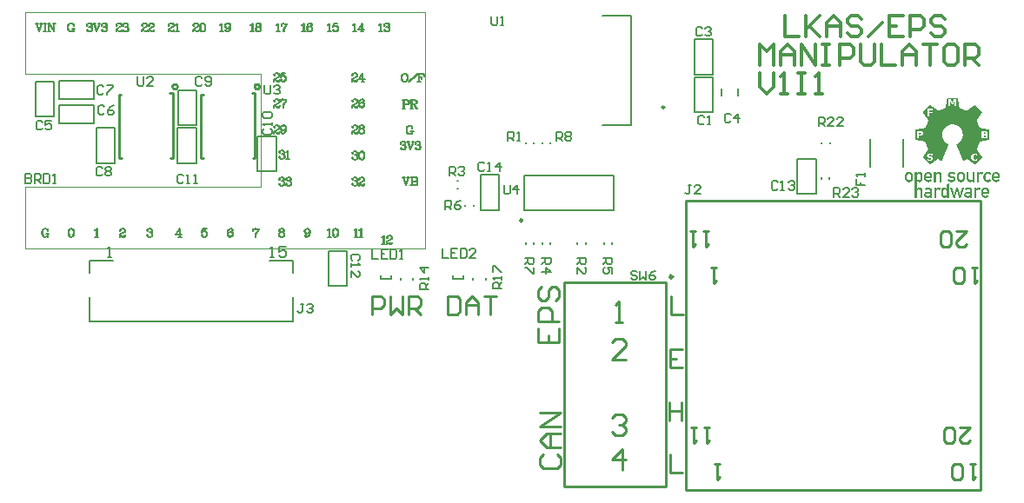
<source format=gto>
G04*
G04 #@! TF.GenerationSoftware,Altium Limited,Altium Designer,21.0.8 (223)*
G04*
G04 Layer_Color=65535*
%FSLAX25Y25*%
%MOIN*%
G70*
G04*
G04 #@! TF.SameCoordinates,128E1E45-F731-4E68-84EB-4EEBB871E250*
G04*
G04*
G04 #@! TF.FilePolarity,Positive*
G04*
G01*
G75*
%ADD10C,0.01000*%
%ADD11C,0.00984*%
%ADD12C,0.00394*%
%ADD13C,0.00787*%
%ADD14C,0.01200*%
%ADD15C,0.00591*%
%ADD16C,0.00600*%
%ADD17C,0.00500*%
G36*
X357955Y368888D02*
X357975D01*
Y368868D01*
X358015D01*
Y368848D01*
X358035D01*
Y368828D01*
X358055D01*
Y368808D01*
Y368788D01*
X358075D01*
Y368768D01*
X358095D01*
Y368748D01*
Y368728D01*
Y368708D01*
Y368688D01*
X358115D01*
Y368668D01*
Y368648D01*
Y368628D01*
Y368608D01*
Y368588D01*
Y368568D01*
X358135D01*
Y368548D01*
Y368528D01*
Y368508D01*
Y368488D01*
X358155D01*
Y368468D01*
Y368448D01*
Y368428D01*
Y368408D01*
Y368389D01*
Y368369D01*
Y368349D01*
X358175D01*
Y368328D01*
Y368308D01*
Y368288D01*
Y368269D01*
X358195D01*
Y368249D01*
Y368229D01*
Y368209D01*
Y368189D01*
Y368169D01*
Y368149D01*
Y368129D01*
X358215D01*
Y368109D01*
Y368089D01*
Y368069D01*
Y368049D01*
Y368029D01*
X358235D01*
Y368009D01*
Y367989D01*
Y367969D01*
Y367949D01*
X358255D01*
Y367929D01*
Y367909D01*
Y367889D01*
Y367869D01*
Y367849D01*
Y367829D01*
Y367809D01*
X358275D01*
Y367789D01*
Y367769D01*
Y367749D01*
Y367729D01*
X358295D01*
Y367709D01*
Y367689D01*
Y367669D01*
Y367649D01*
Y367629D01*
Y367609D01*
Y367589D01*
X358314D01*
Y367569D01*
Y367549D01*
Y367529D01*
Y367509D01*
X358334D01*
Y367489D01*
Y367469D01*
Y367449D01*
Y367429D01*
Y367409D01*
Y367389D01*
X358354D01*
Y367369D01*
Y367349D01*
Y367329D01*
Y367309D01*
Y367289D01*
Y367269D01*
X358375D01*
Y367249D01*
Y367229D01*
Y367209D01*
Y367189D01*
X358395D01*
Y367169D01*
Y367149D01*
Y367129D01*
Y367109D01*
Y367089D01*
Y367069D01*
Y367049D01*
X358415D01*
Y367029D01*
Y367009D01*
Y366989D01*
Y366969D01*
X358435D01*
Y366949D01*
Y366929D01*
Y366909D01*
Y366889D01*
Y366869D01*
Y366849D01*
X358454D01*
Y366829D01*
Y366809D01*
Y366789D01*
Y366769D01*
Y366749D01*
X358474D01*
Y366729D01*
Y366709D01*
Y366689D01*
Y366669D01*
Y366649D01*
X358494D01*
Y366630D01*
Y366610D01*
Y366589D01*
Y366569D01*
Y366549D01*
Y366529D01*
Y366510D01*
X358514D01*
Y366490D01*
Y366470D01*
Y366450D01*
X358534D01*
Y366430D01*
Y366410D01*
Y366390D01*
Y366370D01*
Y366350D01*
Y366330D01*
Y366310D01*
X358554D01*
Y366290D01*
Y366270D01*
Y366250D01*
Y366230D01*
X358574D01*
Y366210D01*
Y366190D01*
Y366170D01*
Y366150D01*
Y366130D01*
Y366110D01*
X358594D01*
Y366090D01*
Y366070D01*
Y366050D01*
Y366030D01*
Y366010D01*
Y365990D01*
X358614D01*
Y365970D01*
Y365950D01*
Y365930D01*
Y365910D01*
X358634D01*
Y365890D01*
Y365870D01*
Y365850D01*
Y365830D01*
Y365810D01*
Y365790D01*
Y365770D01*
X358654D01*
Y365750D01*
Y365730D01*
Y365710D01*
Y365690D01*
X358674D01*
Y365670D01*
Y365650D01*
Y365630D01*
Y365610D01*
Y365590D01*
Y365570D01*
Y365550D01*
X358694D01*
Y365530D01*
Y365510D01*
Y365490D01*
Y365470D01*
Y365450D01*
X358714D01*
Y365430D01*
Y365410D01*
Y365390D01*
Y365370D01*
X358734D01*
Y365350D01*
Y365330D01*
Y365310D01*
Y365290D01*
Y365270D01*
Y365250D01*
Y365230D01*
X358754D01*
Y365210D01*
Y365190D01*
Y365170D01*
X358774D01*
Y365150D01*
Y365130D01*
Y365110D01*
Y365090D01*
X358794D01*
Y365070D01*
X358814D01*
Y365050D01*
Y365030D01*
X358834D01*
Y365010D01*
X358854D01*
Y364990D01*
X358894D01*
Y364970D01*
X358914D01*
Y364950D01*
X358934D01*
Y364930D01*
X358994D01*
Y364910D01*
X359034D01*
Y364890D01*
X359094D01*
Y364870D01*
X359154D01*
Y364850D01*
X359174D01*
Y364830D01*
X359254D01*
Y364810D01*
X359274D01*
Y364791D01*
X359334D01*
Y364771D01*
X359394D01*
Y364751D01*
X359434D01*
Y364731D01*
X359494D01*
Y364710D01*
X359534D01*
Y364690D01*
X359594D01*
Y364670D01*
X359634D01*
Y364651D01*
X359674D01*
Y364631D01*
X359734D01*
Y364611D01*
X359774D01*
Y364591D01*
X359834D01*
Y364571D01*
X359874D01*
Y364551D01*
X359914D01*
Y364531D01*
X359974D01*
Y364511D01*
X360014D01*
Y364491D01*
X360073D01*
Y364471D01*
X360114D01*
Y364451D01*
X360174D01*
Y364431D01*
X360213D01*
Y364411D01*
X360254D01*
Y364391D01*
X360313D01*
Y364371D01*
X360353D01*
Y364351D01*
X360413D01*
Y364331D01*
X360453D01*
Y364311D01*
X360513D01*
Y364291D01*
X360553D01*
Y364271D01*
X360593D01*
Y364251D01*
X360653D01*
Y364231D01*
X360693D01*
Y364211D01*
X360753D01*
Y364191D01*
X360793D01*
Y364171D01*
X360833D01*
Y364151D01*
X360913D01*
Y364131D01*
X360933D01*
Y364111D01*
X360993D01*
Y364091D01*
X361033D01*
Y364071D01*
X361093D01*
Y364051D01*
X361153D01*
Y364031D01*
X361173D01*
Y364011D01*
X361253D01*
Y363991D01*
X361273D01*
Y363971D01*
X361353D01*
Y363951D01*
X361433D01*
Y363931D01*
X361533D01*
Y363951D01*
X361593D01*
Y363971D01*
X361653D01*
Y363991D01*
X361673D01*
Y364011D01*
X361713D01*
Y364031D01*
X361733D01*
Y364051D01*
X361753D01*
Y364071D01*
X361793D01*
Y364091D01*
X361813D01*
Y364111D01*
X361853D01*
Y364131D01*
X361873D01*
Y364151D01*
X361912D01*
Y364171D01*
X361932D01*
Y364191D01*
X361952D01*
Y364211D01*
X361993D01*
Y364231D01*
X362013D01*
Y364251D01*
X362052D01*
Y364271D01*
X362072D01*
Y364291D01*
X362112D01*
Y364311D01*
X362132D01*
Y364331D01*
X362152D01*
Y364351D01*
X362192D01*
Y364371D01*
X362232D01*
Y364391D01*
X362252D01*
Y364411D01*
X362292D01*
Y364431D01*
X362312D01*
Y364451D01*
X362352D01*
Y364471D01*
X362372D01*
Y364491D01*
X362412D01*
Y364511D01*
X362432D01*
Y364531D01*
X362452D01*
Y364551D01*
X362492D01*
Y364571D01*
X362512D01*
Y364591D01*
X362552D01*
Y364611D01*
X362572D01*
Y364631D01*
X362612D01*
Y364651D01*
X362632D01*
Y364670D01*
X362652D01*
Y364690D01*
X362692D01*
Y364710D01*
X362712D01*
Y364731D01*
X362752D01*
Y364751D01*
X362772D01*
Y364771D01*
X362812D01*
Y364791D01*
X362832D01*
Y364810D01*
X362872D01*
Y364830D01*
X362892D01*
Y364850D01*
X362912D01*
Y364870D01*
X362952D01*
Y364890D01*
X362992D01*
Y364910D01*
X363012D01*
Y364930D01*
X363052D01*
Y364950D01*
X363072D01*
Y364970D01*
X363092D01*
Y364990D01*
X363132D01*
Y365010D01*
X363152D01*
Y365030D01*
X363192D01*
Y365050D01*
X363212D01*
Y365070D01*
X363252D01*
Y365090D01*
X363272D01*
Y365110D01*
X363312D01*
Y365130D01*
X363332D01*
Y365150D01*
X363352D01*
Y365170D01*
X363392D01*
Y365190D01*
X363412D01*
Y365210D01*
X363452D01*
Y365230D01*
X363472D01*
Y365250D01*
X363512D01*
Y365270D01*
X363532D01*
Y365290D01*
X363552D01*
Y365310D01*
X363592D01*
Y365330D01*
X363612D01*
Y365350D01*
X363652D01*
Y365370D01*
X363672D01*
Y365390D01*
X363712D01*
Y365410D01*
X363752D01*
Y365430D01*
X363772D01*
Y365450D01*
X363811D01*
Y365470D01*
X363831D01*
Y365490D01*
X363851D01*
Y365510D01*
X363892D01*
Y365530D01*
X363912D01*
Y365550D01*
X363951D01*
Y365570D01*
X363971D01*
Y365590D01*
X364011D01*
Y365610D01*
X364031D01*
Y365630D01*
X364051D01*
Y365650D01*
X364091D01*
Y365670D01*
X364111D01*
Y365690D01*
X364151D01*
Y365710D01*
X364171D01*
Y365730D01*
X364211D01*
Y365750D01*
X364231D01*
Y365770D01*
X364251D01*
Y365790D01*
X364291D01*
Y365810D01*
X364311D01*
Y365830D01*
X364351D01*
Y365850D01*
X364371D01*
Y365870D01*
X364411D01*
Y365890D01*
X364431D01*
Y365910D01*
X364471D01*
Y365930D01*
X364491D01*
Y365950D01*
X364531D01*
Y365970D01*
X364551D01*
Y365990D01*
X364591D01*
Y366010D01*
X364611D01*
Y366030D01*
X364651D01*
Y366050D01*
X364711D01*
Y366070D01*
X364791D01*
Y366050D01*
X364811D01*
Y366030D01*
X364871D01*
Y366010D01*
X364891D01*
Y365990D01*
X364911D01*
Y365970D01*
X364931D01*
Y365950D01*
X364951D01*
Y365930D01*
X364971D01*
Y365910D01*
X364991D01*
Y365890D01*
X365011D01*
Y365870D01*
X365031D01*
Y365850D01*
X365051D01*
Y365830D01*
X365071D01*
Y365810D01*
X365091D01*
Y365790D01*
X365111D01*
Y365770D01*
X365131D01*
Y365750D01*
X365151D01*
Y365730D01*
X365171D01*
Y365710D01*
X365191D01*
Y365690D01*
X365211D01*
Y365670D01*
X365231D01*
Y365650D01*
X365251D01*
Y365630D01*
X365271D01*
Y365610D01*
X365291D01*
Y365590D01*
X365311D01*
Y365570D01*
X365331D01*
Y365550D01*
X365351D01*
Y365530D01*
X365371D01*
Y365510D01*
X365391D01*
Y365490D01*
X365411D01*
Y365470D01*
X365431D01*
Y365450D01*
X365451D01*
Y365430D01*
X365471D01*
Y365410D01*
X365491D01*
Y365390D01*
X365511D01*
Y365370D01*
X365531D01*
Y365350D01*
X365551D01*
Y365330D01*
X365570D01*
Y365310D01*
X365591D01*
Y365290D01*
X365611D01*
Y365270D01*
X365631D01*
Y365250D01*
X365651D01*
Y365230D01*
X365670D01*
Y365210D01*
X365690D01*
Y365190D01*
X365710D01*
Y365170D01*
X365731D01*
Y365150D01*
X365750D01*
Y365130D01*
X365770D01*
Y365110D01*
X365790D01*
Y365090D01*
X365810D01*
Y365070D01*
X365830D01*
Y365050D01*
X365850D01*
Y365030D01*
X365870D01*
Y365010D01*
X365890D01*
Y364990D01*
X365910D01*
Y364970D01*
X365930D01*
Y364950D01*
X365950D01*
Y364930D01*
X365970D01*
Y364910D01*
X365990D01*
Y364890D01*
X366010D01*
Y364870D01*
X366030D01*
Y364850D01*
X366050D01*
Y364830D01*
X366070D01*
Y364810D01*
X366090D01*
Y364791D01*
X366110D01*
Y364771D01*
X366130D01*
Y364751D01*
X366150D01*
Y364731D01*
X366170D01*
Y364710D01*
X366190D01*
Y364690D01*
X366210D01*
Y364670D01*
X366230D01*
Y364651D01*
X366250D01*
Y364631D01*
X366270D01*
Y364611D01*
X366290D01*
Y364591D01*
X366310D01*
Y364571D01*
X366330D01*
Y364551D01*
X366350D01*
Y364531D01*
X366370D01*
Y364511D01*
X366390D01*
Y364491D01*
X366410D01*
Y364471D01*
X366430D01*
Y364451D01*
X366450D01*
Y364431D01*
X366470D01*
Y364411D01*
X366490D01*
Y364391D01*
X366510D01*
Y364371D01*
X366530D01*
Y364351D01*
X366550D01*
Y364331D01*
X366570D01*
Y364311D01*
X366590D01*
Y364291D01*
X366610D01*
Y364271D01*
X366630D01*
Y364251D01*
X366650D01*
Y364231D01*
X366670D01*
Y364211D01*
X366690D01*
Y364191D01*
X366710D01*
Y364171D01*
X366730D01*
Y364151D01*
X366750D01*
Y364131D01*
X366770D01*
Y364111D01*
X366790D01*
Y364091D01*
X366810D01*
Y364071D01*
X366830D01*
Y364051D01*
X366850D01*
Y364031D01*
X366870D01*
Y364011D01*
X366890D01*
Y363991D01*
X366910D01*
Y363971D01*
X366930D01*
Y363951D01*
X366950D01*
Y363931D01*
X366970D01*
Y363911D01*
X366990D01*
Y363891D01*
X367010D01*
Y363871D01*
X367030D01*
Y363851D01*
X367050D01*
Y363831D01*
X367070D01*
Y363811D01*
X367090D01*
Y363791D01*
X367110D01*
Y363771D01*
X367130D01*
Y363751D01*
X367150D01*
Y363731D01*
X367170D01*
Y363711D01*
X367190D01*
Y363691D01*
X367210D01*
Y363671D01*
X367230D01*
Y363651D01*
X367250D01*
Y363631D01*
X367270D01*
Y363611D01*
X367290D01*
Y363591D01*
X367310D01*
Y363571D01*
X367330D01*
Y363551D01*
X367350D01*
Y363531D01*
X367370D01*
Y363511D01*
X367389D01*
Y363491D01*
X367409D01*
Y363471D01*
Y363451D01*
X367429D01*
Y363431D01*
X367449D01*
Y363411D01*
Y363391D01*
Y363371D01*
Y363351D01*
Y363331D01*
Y363311D01*
Y363291D01*
Y363271D01*
X367429D01*
Y363251D01*
Y363231D01*
X367409D01*
Y363211D01*
Y363191D01*
X367389D01*
Y363171D01*
X367370D01*
Y363151D01*
Y363131D01*
X367350D01*
Y363111D01*
X367330D01*
Y363091D01*
Y363071D01*
X367310D01*
Y363051D01*
X367290D01*
Y363031D01*
Y363011D01*
X367270D01*
Y362991D01*
X367250D01*
Y362971D01*
Y362951D01*
X367230D01*
Y362931D01*
X367210D01*
Y362912D01*
Y362892D01*
X367190D01*
Y362872D01*
X367170D01*
Y362852D01*
Y362831D01*
X367150D01*
Y362811D01*
X367130D01*
Y362792D01*
X367110D01*
Y362772D01*
Y362752D01*
X367090D01*
Y362732D01*
X367070D01*
Y362712D01*
Y362692D01*
X367050D01*
Y362672D01*
X367030D01*
Y362652D01*
Y362632D01*
X367010D01*
Y362612D01*
X366990D01*
Y362592D01*
Y362572D01*
X366970D01*
Y362552D01*
X366950D01*
Y362532D01*
X366930D01*
Y362512D01*
Y362492D01*
X366910D01*
Y362472D01*
X366890D01*
Y362452D01*
Y362432D01*
X366870D01*
Y362412D01*
X366850D01*
Y362392D01*
Y362372D01*
X366830D01*
Y362352D01*
X366810D01*
Y362332D01*
X366790D01*
Y362312D01*
Y362292D01*
X366770D01*
Y362272D01*
Y362252D01*
X366750D01*
Y362232D01*
X366730D01*
Y362212D01*
Y362192D01*
X366710D01*
Y362172D01*
X366690D01*
Y362152D01*
Y362132D01*
X366670D01*
Y362112D01*
X366650D01*
Y362092D01*
X366630D01*
Y362072D01*
Y362052D01*
X366610D01*
Y362032D01*
X366590D01*
Y362012D01*
Y361992D01*
X366570D01*
Y361972D01*
X366550D01*
Y361952D01*
Y361932D01*
X366530D01*
Y361912D01*
X366510D01*
Y361892D01*
Y361872D01*
X366490D01*
Y361852D01*
X366470D01*
Y361832D01*
X366450D01*
Y361812D01*
Y361792D01*
X366430D01*
Y361772D01*
X366410D01*
Y361752D01*
Y361732D01*
X366390D01*
Y361712D01*
X366370D01*
Y361692D01*
Y361672D01*
X366350D01*
Y361652D01*
X366330D01*
Y361632D01*
Y361612D01*
X366310D01*
Y361592D01*
X366290D01*
Y361572D01*
Y361552D01*
X366270D01*
Y361532D01*
X366250D01*
Y361512D01*
Y361492D01*
X366230D01*
Y361472D01*
X366210D01*
Y361452D01*
Y361432D01*
X366190D01*
Y361412D01*
X366170D01*
Y361392D01*
X366150D01*
Y361372D01*
Y361352D01*
X366130D01*
Y361332D01*
X366110D01*
Y361312D01*
Y361292D01*
X366090D01*
Y361272D01*
X366070D01*
Y361252D01*
Y361232D01*
X366050D01*
Y361212D01*
X366030D01*
Y361192D01*
Y361172D01*
X366010D01*
Y361153D01*
X365990D01*
Y361133D01*
X365970D01*
Y361112D01*
Y361092D01*
X365950D01*
Y361072D01*
X365930D01*
Y361052D01*
Y361033D01*
X365910D01*
Y361013D01*
X365890D01*
Y360993D01*
Y360973D01*
X365870D01*
Y360953D01*
X365850D01*
Y360933D01*
X365830D01*
Y360913D01*
Y360893D01*
X365810D01*
Y360873D01*
Y360853D01*
X365790D01*
Y360833D01*
X365770D01*
Y360813D01*
Y360793D01*
X365750D01*
Y360773D01*
X365731D01*
Y360753D01*
Y360733D01*
X365710D01*
Y360713D01*
X365690D01*
Y360693D01*
X365670D01*
Y360673D01*
Y360653D01*
X365651D01*
Y360633D01*
X365631D01*
Y360613D01*
Y360593D01*
X365611D01*
Y360573D01*
X365591D01*
Y360553D01*
Y360533D01*
X365570D01*
Y360513D01*
X365551D01*
Y360493D01*
X365531D01*
Y360473D01*
Y360453D01*
X365511D01*
Y360433D01*
X365491D01*
Y360413D01*
Y360393D01*
X365471D01*
Y360373D01*
X365451D01*
Y360353D01*
Y360333D01*
X365431D01*
Y360313D01*
X365411D01*
Y360293D01*
Y360273D01*
X365391D01*
Y360253D01*
Y360233D01*
Y360213D01*
Y360193D01*
X365371D01*
Y360173D01*
Y360153D01*
Y360133D01*
Y360113D01*
Y360093D01*
Y360073D01*
X365391D01*
Y360053D01*
Y360033D01*
Y360013D01*
Y359993D01*
Y359973D01*
X365411D01*
Y359953D01*
Y359933D01*
X365431D01*
Y359913D01*
Y359893D01*
X365451D01*
Y359873D01*
Y359853D01*
Y359833D01*
X365471D01*
Y359813D01*
X365491D01*
Y359793D01*
Y359773D01*
Y359753D01*
Y359733D01*
X365511D01*
Y359713D01*
X365531D01*
Y359693D01*
Y359673D01*
Y359653D01*
X365551D01*
Y359633D01*
Y359613D01*
X365570D01*
Y359593D01*
Y359573D01*
X365591D01*
Y359553D01*
Y359533D01*
Y359513D01*
X365611D01*
Y359493D01*
Y359473D01*
X365631D01*
Y359453D01*
Y359433D01*
Y359413D01*
X365651D01*
Y359393D01*
Y359373D01*
X365670D01*
Y359353D01*
Y359333D01*
X365690D01*
Y359314D01*
Y359294D01*
Y359274D01*
X365710D01*
Y359254D01*
Y359233D01*
X365731D01*
Y359213D01*
Y359193D01*
Y359173D01*
X365750D01*
Y359154D01*
X365770D01*
Y359134D01*
Y359114D01*
Y359094D01*
X365790D01*
Y359074D01*
Y359054D01*
X365810D01*
Y359034D01*
Y359014D01*
X365830D01*
Y358994D01*
Y358974D01*
Y358954D01*
X365850D01*
Y358934D01*
Y358914D01*
X365870D01*
Y358894D01*
Y358874D01*
Y358854D01*
X365890D01*
Y358834D01*
Y358814D01*
X365910D01*
Y358794D01*
Y358774D01*
X365930D01*
Y358754D01*
Y358734D01*
Y358714D01*
X365950D01*
Y358694D01*
X365970D01*
Y358674D01*
Y358654D01*
Y358634D01*
Y358614D01*
X365990D01*
Y358594D01*
X366010D01*
Y358574D01*
Y358554D01*
Y358534D01*
X366030D01*
Y358514D01*
Y358494D01*
X366050D01*
Y358474D01*
Y358454D01*
X366070D01*
Y358434D01*
Y358414D01*
Y358394D01*
X366090D01*
Y358374D01*
Y358354D01*
X366110D01*
Y358334D01*
Y358314D01*
Y358294D01*
X366130D01*
Y358274D01*
Y358254D01*
X366150D01*
Y358234D01*
Y358214D01*
X366170D01*
Y358194D01*
Y358174D01*
Y358154D01*
X366190D01*
Y358134D01*
Y358114D01*
X366210D01*
Y358094D01*
Y358074D01*
Y358054D01*
X366230D01*
Y358034D01*
X366250D01*
Y358014D01*
Y357994D01*
Y357974D01*
X366270D01*
Y357954D01*
Y357934D01*
X366290D01*
Y357914D01*
Y357894D01*
X366310D01*
Y357874D01*
Y357854D01*
Y357834D01*
Y357814D01*
X366330D01*
Y357794D01*
X366350D01*
Y357774D01*
Y357754D01*
Y357734D01*
X366370D01*
Y357714D01*
Y357694D01*
X366390D01*
Y357674D01*
Y357654D01*
X366410D01*
Y357634D01*
Y357614D01*
Y357594D01*
X366430D01*
Y357574D01*
Y357554D01*
X366450D01*
Y357534D01*
Y357514D01*
X366470D01*
Y357494D01*
X366490D01*
Y357474D01*
Y357454D01*
X366510D01*
Y357435D01*
X366530D01*
Y357415D01*
X366550D01*
Y357395D01*
X366590D01*
Y357375D01*
X366610D01*
Y357354D01*
X366650D01*
Y357334D01*
X366750D01*
Y357315D01*
X366830D01*
Y357295D01*
X366970D01*
Y357275D01*
X367050D01*
Y357255D01*
X367190D01*
Y357235D01*
X367270D01*
Y357215D01*
X367370D01*
Y357195D01*
X367510D01*
Y357175D01*
X367589D01*
Y357155D01*
X367729D01*
Y357135D01*
X367809D01*
Y357115D01*
X367929D01*
Y357095D01*
X368029D01*
Y357075D01*
X368109D01*
Y357055D01*
X368269D01*
Y357035D01*
X368329D01*
Y357015D01*
X368469D01*
Y356995D01*
X368569D01*
Y356975D01*
X368649D01*
Y356955D01*
X368789D01*
Y356935D01*
X368869D01*
Y356915D01*
X369009D01*
Y356895D01*
X369089D01*
Y356875D01*
X369209D01*
Y356855D01*
X369328D01*
Y356835D01*
X369408D01*
Y356815D01*
X369548D01*
Y356795D01*
X369628D01*
Y356775D01*
X369768D01*
Y356755D01*
X369848D01*
Y356735D01*
X369948D01*
Y356715D01*
X370088D01*
Y356695D01*
X370148D01*
Y356675D01*
X370188D01*
Y356655D01*
X370228D01*
Y356635D01*
X370248D01*
Y356615D01*
X370268D01*
Y356595D01*
Y356575D01*
X370288D01*
Y356555D01*
Y356535D01*
Y356515D01*
Y356495D01*
Y356475D01*
Y356455D01*
Y356435D01*
Y356415D01*
Y356395D01*
Y356375D01*
Y356355D01*
Y356335D01*
Y356315D01*
Y356295D01*
Y356275D01*
Y356255D01*
Y356235D01*
Y356215D01*
Y356195D01*
Y356175D01*
Y356155D01*
Y356135D01*
Y356115D01*
Y356095D01*
Y356075D01*
Y356055D01*
Y356035D01*
Y356015D01*
Y355995D01*
Y355975D01*
Y355955D01*
Y355935D01*
Y355915D01*
Y355895D01*
Y355875D01*
Y355855D01*
Y355835D01*
Y355815D01*
Y355795D01*
Y355775D01*
Y355755D01*
Y355735D01*
Y355715D01*
Y355695D01*
Y355676D01*
Y355656D01*
Y355635D01*
Y355615D01*
Y355595D01*
Y355575D01*
Y355556D01*
Y355536D01*
Y355516D01*
Y355496D01*
Y355476D01*
Y355456D01*
Y355436D01*
Y355416D01*
Y355396D01*
Y355376D01*
Y355356D01*
Y355336D01*
Y355316D01*
Y355296D01*
Y355276D01*
Y355256D01*
Y355236D01*
Y355216D01*
Y355196D01*
Y355176D01*
Y355156D01*
Y355136D01*
Y355116D01*
Y355096D01*
Y355076D01*
Y355056D01*
Y355036D01*
Y355016D01*
Y354996D01*
Y354976D01*
Y354956D01*
Y354936D01*
Y354916D01*
Y354896D01*
Y354876D01*
Y354856D01*
Y354836D01*
Y354816D01*
Y354796D01*
Y354776D01*
Y354756D01*
Y354736D01*
Y354716D01*
Y354696D01*
Y354676D01*
Y354656D01*
Y354636D01*
Y354616D01*
Y354596D01*
Y354576D01*
Y354556D01*
Y354536D01*
Y354516D01*
Y354496D01*
Y354476D01*
Y354456D01*
Y354436D01*
Y354416D01*
Y354396D01*
Y354376D01*
Y354356D01*
Y354336D01*
Y354316D01*
Y354296D01*
Y354276D01*
Y354256D01*
Y354236D01*
Y354216D01*
Y354196D01*
Y354176D01*
Y354156D01*
Y354136D01*
Y354116D01*
Y354096D01*
Y354076D01*
Y354056D01*
Y354036D01*
Y354016D01*
Y353996D01*
Y353976D01*
Y353956D01*
Y353936D01*
Y353916D01*
Y353896D01*
Y353876D01*
Y353856D01*
Y353836D01*
Y353817D01*
Y353797D01*
Y353777D01*
Y353756D01*
Y353736D01*
Y353716D01*
Y353696D01*
Y353677D01*
Y353657D01*
Y353637D01*
Y353617D01*
Y353597D01*
Y353577D01*
Y353557D01*
Y353537D01*
Y353517D01*
Y353497D01*
Y353477D01*
Y353457D01*
Y353437D01*
Y353417D01*
Y353397D01*
Y353377D01*
Y353357D01*
Y353337D01*
Y353317D01*
Y353297D01*
Y353277D01*
Y353257D01*
Y353237D01*
Y353217D01*
Y353197D01*
Y353177D01*
Y353157D01*
Y353137D01*
Y353117D01*
Y353097D01*
Y353077D01*
Y353057D01*
Y353037D01*
Y353017D01*
Y352997D01*
Y352977D01*
Y352957D01*
Y352937D01*
Y352917D01*
Y352897D01*
Y352877D01*
Y352857D01*
X370268D01*
Y352837D01*
Y352817D01*
X370248D01*
Y352797D01*
X370228D01*
Y352777D01*
X370188D01*
Y352757D01*
X370168D01*
Y352737D01*
X370088D01*
Y352717D01*
X370008D01*
Y352697D01*
X369868D01*
Y352677D01*
X369788D01*
Y352657D01*
X369668D01*
Y352637D01*
X369548D01*
Y352617D01*
X369468D01*
Y352597D01*
X369328D01*
Y352577D01*
X369249D01*
Y352557D01*
X369109D01*
Y352537D01*
X369029D01*
Y352517D01*
X368929D01*
Y352497D01*
X368789D01*
Y352477D01*
X368709D01*
Y352457D01*
X368569D01*
Y352437D01*
X368489D01*
Y352417D01*
X368369D01*
Y352397D01*
X368269D01*
Y352377D01*
X368189D01*
Y352357D01*
X368029D01*
Y352337D01*
X367969D01*
Y352317D01*
X367829D01*
Y352297D01*
X367729D01*
Y352277D01*
X367649D01*
Y352257D01*
X367510D01*
Y352237D01*
X367429D01*
Y352217D01*
X367290D01*
Y352197D01*
X367210D01*
Y352177D01*
X367090D01*
Y352157D01*
X366970D01*
Y352137D01*
X366890D01*
Y352117D01*
X366750D01*
Y352097D01*
X366730D01*
Y352077D01*
X366670D01*
Y352057D01*
X366650D01*
Y352037D01*
X366630D01*
Y352017D01*
X366610D01*
Y351997D01*
X366590D01*
Y351977D01*
X366570D01*
Y351958D01*
X366550D01*
Y351938D01*
Y351918D01*
Y351898D01*
X366530D01*
Y351877D01*
Y351857D01*
X366510D01*
Y351838D01*
Y351818D01*
X366490D01*
Y351798D01*
Y351778D01*
Y351758D01*
X366470D01*
Y351738D01*
Y351718D01*
X366450D01*
Y351698D01*
Y351678D01*
Y351658D01*
X366430D01*
Y351638D01*
Y351618D01*
X366410D01*
Y351598D01*
Y351578D01*
Y351558D01*
X366390D01*
Y351538D01*
Y351518D01*
X366370D01*
Y351498D01*
Y351478D01*
X366350D01*
Y351458D01*
Y351438D01*
Y351418D01*
Y351398D01*
X366330D01*
Y351378D01*
X366310D01*
Y351358D01*
Y351338D01*
Y351318D01*
Y351298D01*
X366290D01*
Y351278D01*
Y351258D01*
X366270D01*
Y351238D01*
Y351218D01*
X366250D01*
Y351198D01*
Y351178D01*
Y351158D01*
X366230D01*
Y351138D01*
Y351118D01*
X366210D01*
Y351098D01*
Y351078D01*
Y351058D01*
X366190D01*
Y351038D01*
Y351018D01*
X366170D01*
Y350998D01*
Y350978D01*
Y350958D01*
X366150D01*
Y350938D01*
Y350918D01*
X366130D01*
Y350898D01*
Y350878D01*
X366110D01*
Y350858D01*
Y350838D01*
Y350818D01*
Y350798D01*
X366090D01*
Y350778D01*
X366070D01*
Y350758D01*
Y350738D01*
Y350718D01*
Y350698D01*
X366050D01*
Y350678D01*
Y350658D01*
X366030D01*
Y350638D01*
Y350618D01*
X366010D01*
Y350598D01*
Y350578D01*
Y350558D01*
X365990D01*
Y350538D01*
Y350518D01*
X365970D01*
Y350498D01*
Y350478D01*
Y350458D01*
X365950D01*
Y350438D01*
Y350418D01*
X365930D01*
Y350398D01*
Y350378D01*
Y350358D01*
X365910D01*
Y350338D01*
Y350318D01*
X365890D01*
Y350298D01*
Y350278D01*
X365870D01*
Y350258D01*
Y350238D01*
Y350218D01*
Y350199D01*
X365850D01*
Y350179D01*
X365830D01*
Y350159D01*
Y350138D01*
Y350118D01*
Y350098D01*
X365810D01*
Y350079D01*
Y350059D01*
X365790D01*
Y350039D01*
Y350019D01*
X365770D01*
Y349999D01*
Y349979D01*
Y349959D01*
X365750D01*
Y349939D01*
Y349919D01*
X365731D01*
Y349899D01*
Y349879D01*
Y349859D01*
X365710D01*
Y349839D01*
Y349819D01*
X365690D01*
Y349799D01*
Y349779D01*
Y349759D01*
X365670D01*
Y349739D01*
Y349719D01*
X365651D01*
Y349699D01*
Y349679D01*
X365631D01*
Y349659D01*
Y349639D01*
Y349619D01*
Y349599D01*
X365611D01*
Y349579D01*
X365591D01*
Y349559D01*
Y349539D01*
Y349519D01*
Y349499D01*
X365570D01*
Y349479D01*
Y349459D01*
X365551D01*
Y349439D01*
Y349419D01*
X365531D01*
Y349399D01*
Y349379D01*
Y349359D01*
X365511D01*
Y349339D01*
Y349319D01*
X365491D01*
Y349299D01*
Y349279D01*
Y349259D01*
Y349239D01*
X365471D01*
Y349219D01*
Y349199D01*
Y349179D01*
Y349159D01*
Y349139D01*
Y349119D01*
Y349099D01*
Y349079D01*
X365491D01*
Y349059D01*
Y349039D01*
Y349019D01*
Y348999D01*
X365511D01*
Y348979D01*
X365531D01*
Y348959D01*
Y348939D01*
X365551D01*
Y348919D01*
X365570D01*
Y348899D01*
X365591D01*
Y348879D01*
Y348859D01*
X365611D01*
Y348839D01*
X365631D01*
Y348819D01*
Y348799D01*
X365651D01*
Y348779D01*
X365670D01*
Y348759D01*
Y348739D01*
X365690D01*
Y348719D01*
X365710D01*
Y348699D01*
X365731D01*
Y348679D01*
Y348659D01*
X365750D01*
Y348639D01*
Y348619D01*
X365770D01*
Y348599D01*
X365790D01*
Y348579D01*
Y348559D01*
X365810D01*
Y348539D01*
X365830D01*
Y348519D01*
Y348499D01*
X365850D01*
Y348479D01*
X365870D01*
Y348459D01*
Y348439D01*
X365890D01*
Y348419D01*
X365910D01*
Y348399D01*
X365930D01*
Y348379D01*
Y348359D01*
X365950D01*
Y348340D01*
X365970D01*
Y348320D01*
Y348300D01*
X365990D01*
Y348280D01*
X366010D01*
Y348259D01*
Y348239D01*
X366030D01*
Y348219D01*
X366050D01*
Y348200D01*
X366070D01*
Y348180D01*
Y348160D01*
X366090D01*
Y348140D01*
X366110D01*
Y348120D01*
Y348100D01*
X366130D01*
Y348080D01*
X366150D01*
Y348060D01*
Y348040D01*
X366170D01*
Y348020D01*
Y348000D01*
X366190D01*
Y347980D01*
X366210D01*
Y347960D01*
X366230D01*
Y347940D01*
Y347920D01*
X366250D01*
Y347900D01*
X366270D01*
Y347880D01*
Y347860D01*
X366290D01*
Y347840D01*
X366310D01*
Y347820D01*
Y347800D01*
X366330D01*
Y347780D01*
X366350D01*
Y347760D01*
Y347740D01*
X366370D01*
Y347720D01*
X366390D01*
Y347700D01*
X366410D01*
Y347680D01*
Y347660D01*
X366430D01*
Y347640D01*
X366450D01*
Y347620D01*
Y347600D01*
X366470D01*
Y347580D01*
X366490D01*
Y347560D01*
Y347540D01*
X366510D01*
Y347520D01*
X366530D01*
Y347500D01*
X366550D01*
Y347480D01*
Y347460D01*
X366570D01*
Y347440D01*
X366590D01*
Y347420D01*
Y347400D01*
X366610D01*
Y347380D01*
X366630D01*
Y347360D01*
Y347340D01*
X366650D01*
Y347320D01*
X366670D01*
Y347300D01*
Y347280D01*
X366690D01*
Y347260D01*
Y347240D01*
X366710D01*
Y347220D01*
X366730D01*
Y347200D01*
X366750D01*
Y347180D01*
Y347160D01*
X366770D01*
Y347140D01*
X366790D01*
Y347120D01*
Y347100D01*
X366810D01*
Y347080D01*
X366830D01*
Y347060D01*
Y347040D01*
X366850D01*
Y347020D01*
X366870D01*
Y347000D01*
X366890D01*
Y346980D01*
Y346960D01*
X366910D01*
Y346940D01*
X366930D01*
Y346920D01*
Y346900D01*
X366950D01*
Y346880D01*
X366970D01*
Y346860D01*
Y346840D01*
X366990D01*
Y346820D01*
X367010D01*
Y346800D01*
X367030D01*
Y346780D01*
Y346760D01*
X367050D01*
Y346740D01*
X367070D01*
Y346720D01*
Y346700D01*
X367090D01*
Y346680D01*
X367110D01*
Y346660D01*
Y346640D01*
X367130D01*
Y346620D01*
Y346600D01*
X367150D01*
Y346580D01*
X367170D01*
Y346561D01*
X367190D01*
Y346540D01*
Y346520D01*
X367210D01*
Y346500D01*
X367230D01*
Y346480D01*
Y346461D01*
X367250D01*
Y346441D01*
X367270D01*
Y346421D01*
Y346400D01*
X367290D01*
Y346380D01*
X367310D01*
Y346361D01*
Y346341D01*
X367330D01*
Y346321D01*
X367350D01*
Y346301D01*
X367370D01*
Y346281D01*
Y346261D01*
X367389D01*
Y346241D01*
X367409D01*
Y346221D01*
Y346201D01*
X367429D01*
Y346181D01*
Y346161D01*
X367449D01*
Y346141D01*
Y346121D01*
Y346101D01*
Y346081D01*
Y346061D01*
Y346041D01*
Y346021D01*
Y346001D01*
X367429D01*
Y345981D01*
Y345961D01*
X367409D01*
Y345941D01*
X367389D01*
Y345921D01*
X367370D01*
Y345901D01*
X367350D01*
Y345881D01*
X367330D01*
Y345861D01*
X367310D01*
Y345841D01*
X367290D01*
Y345821D01*
X367270D01*
Y345801D01*
X367250D01*
Y345781D01*
X367230D01*
Y345761D01*
X367210D01*
Y345741D01*
X367190D01*
Y345721D01*
X367170D01*
Y345701D01*
X367150D01*
Y345681D01*
X367130D01*
Y345661D01*
X367110D01*
Y345641D01*
X367090D01*
Y345621D01*
X367070D01*
Y345601D01*
X367050D01*
Y345581D01*
X367030D01*
Y345561D01*
X367010D01*
Y345541D01*
X366990D01*
Y345521D01*
X366970D01*
Y345501D01*
X366950D01*
Y345481D01*
X366930D01*
Y345461D01*
X366910D01*
Y345441D01*
X366890D01*
Y345421D01*
X366870D01*
Y345401D01*
X366850D01*
Y345381D01*
X366830D01*
Y345361D01*
X366810D01*
Y345341D01*
X366790D01*
Y345321D01*
X366770D01*
Y345301D01*
X366750D01*
Y345281D01*
X366730D01*
Y345261D01*
X366710D01*
Y345241D01*
X366690D01*
Y345221D01*
X366670D01*
Y345201D01*
X366650D01*
Y345181D01*
X366630D01*
Y345161D01*
X366610D01*
Y345141D01*
X366590D01*
Y345121D01*
X366570D01*
Y345101D01*
X366550D01*
Y345081D01*
X366530D01*
Y345061D01*
X366510D01*
Y345041D01*
X366490D01*
Y345021D01*
X366470D01*
Y345001D01*
X366450D01*
Y344981D01*
X366430D01*
Y344961D01*
X366410D01*
Y344941D01*
X366390D01*
Y344921D01*
X366370D01*
Y344901D01*
X366350D01*
Y344881D01*
X366330D01*
Y344861D01*
X366310D01*
Y344841D01*
X366290D01*
Y344821D01*
X366270D01*
Y344801D01*
X366250D01*
Y344781D01*
X366230D01*
Y344761D01*
X366210D01*
Y344741D01*
X366190D01*
Y344722D01*
X366170D01*
Y344702D01*
X366150D01*
Y344682D01*
X366130D01*
Y344661D01*
X366110D01*
Y344641D01*
X366090D01*
Y344621D01*
X366070D01*
Y344601D01*
X366050D01*
Y344582D01*
X366030D01*
Y344562D01*
X366010D01*
Y344542D01*
X365990D01*
Y344522D01*
X365970D01*
Y344502D01*
X365950D01*
Y344482D01*
X365930D01*
Y344462D01*
X365910D01*
Y344442D01*
X365890D01*
Y344422D01*
X365870D01*
Y344402D01*
X365850D01*
Y344382D01*
X365830D01*
Y344362D01*
X365810D01*
Y344342D01*
X365790D01*
Y344322D01*
X365770D01*
Y344302D01*
X365750D01*
Y344282D01*
X365731D01*
Y344262D01*
X365710D01*
Y344242D01*
X365690D01*
Y344222D01*
X365670D01*
Y344202D01*
X365651D01*
Y344182D01*
X365631D01*
Y344162D01*
X365611D01*
Y344142D01*
X365591D01*
Y344122D01*
X365570D01*
Y344102D01*
X365551D01*
Y344082D01*
X365531D01*
Y344062D01*
X365511D01*
Y344042D01*
X365491D01*
Y344022D01*
X365471D01*
Y344002D01*
X365451D01*
Y343982D01*
X365431D01*
Y343962D01*
X365411D01*
Y343942D01*
X365391D01*
Y343922D01*
X365371D01*
Y343902D01*
X365351D01*
Y343882D01*
X365331D01*
Y343862D01*
X365311D01*
Y343842D01*
X365291D01*
Y343822D01*
X365271D01*
Y343802D01*
X365251D01*
Y343782D01*
X365231D01*
Y343762D01*
X365211D01*
Y343742D01*
X365191D01*
Y343722D01*
X365171D01*
Y343702D01*
X365151D01*
Y343682D01*
X365131D01*
Y343662D01*
X365111D01*
Y343642D01*
X365091D01*
Y343622D01*
X365071D01*
Y343602D01*
X365051D01*
Y343582D01*
X365031D01*
Y343562D01*
X365011D01*
Y343542D01*
X364991D01*
Y343522D01*
X364971D01*
Y343502D01*
X364951D01*
Y343482D01*
X364931D01*
Y343462D01*
X364911D01*
Y343442D01*
X364891D01*
Y343422D01*
X364871D01*
Y343402D01*
X364851D01*
Y343382D01*
X364791D01*
Y343362D01*
X364711D01*
Y343382D01*
X364631D01*
Y343402D01*
X364611D01*
Y343422D01*
X364571D01*
Y343442D01*
X364531D01*
Y343462D01*
X364511D01*
Y343482D01*
X364491D01*
Y343502D01*
X364451D01*
Y343522D01*
X364431D01*
Y343542D01*
X364391D01*
Y343562D01*
X364371D01*
Y343582D01*
X364331D01*
Y343602D01*
X364311D01*
Y343622D01*
X364271D01*
Y343642D01*
X364251D01*
Y343662D01*
X364231D01*
Y343682D01*
X364191D01*
Y343702D01*
X364171D01*
Y343722D01*
X364131D01*
Y343742D01*
X364111D01*
Y343762D01*
X364071D01*
Y343782D01*
X364051D01*
Y343802D01*
X364031D01*
Y343822D01*
X363991D01*
Y343842D01*
X363971D01*
Y343862D01*
X363931D01*
Y343882D01*
X363912D01*
Y343902D01*
X363872D01*
Y343922D01*
X363851D01*
Y343942D01*
X363811D01*
Y343962D01*
X363791D01*
Y343982D01*
X363772D01*
Y344002D01*
X363732D01*
Y344022D01*
X363692D01*
Y344042D01*
X363672D01*
Y344062D01*
X363632D01*
Y344082D01*
X363612D01*
Y344102D01*
X363592D01*
Y344122D01*
X363552D01*
Y344142D01*
X363532D01*
Y344162D01*
X363492D01*
Y344182D01*
X363472D01*
Y344202D01*
X363432D01*
Y344222D01*
X363412D01*
Y344242D01*
X363372D01*
Y344262D01*
X363352D01*
Y344282D01*
X363332D01*
Y344302D01*
X363292D01*
Y344322D01*
X363272D01*
Y344342D01*
X363232D01*
Y344362D01*
X363212D01*
Y344382D01*
X363172D01*
Y344402D01*
X363152D01*
Y344422D01*
X363132D01*
Y344442D01*
X363092D01*
Y344462D01*
X363072D01*
Y344482D01*
X363032D01*
Y344502D01*
X362992D01*
Y344522D01*
X362972D01*
Y344542D01*
X362932D01*
Y344562D01*
X362912D01*
Y344582D01*
X362892D01*
Y344601D01*
X362852D01*
Y344621D01*
X362832D01*
Y344641D01*
X362792D01*
Y344661D01*
X362772D01*
Y344682D01*
X362732D01*
Y344702D01*
X362712D01*
Y344722D01*
X362692D01*
Y344741D01*
X362652D01*
Y344761D01*
X362632D01*
Y344781D01*
X362592D01*
Y344801D01*
X362572D01*
Y344821D01*
X362532D01*
Y344841D01*
X362512D01*
Y344861D01*
X362492D01*
Y344881D01*
X362452D01*
Y344901D01*
X362432D01*
Y344921D01*
X362392D01*
Y344941D01*
X362372D01*
Y344961D01*
X362332D01*
Y344981D01*
X362312D01*
Y345001D01*
X362272D01*
Y345021D01*
X362232D01*
Y345041D01*
X362212D01*
Y345061D01*
X362192D01*
Y345081D01*
X362152D01*
Y345101D01*
X362132D01*
Y345121D01*
X362092D01*
Y345141D01*
X362072D01*
Y345161D01*
X362033D01*
Y345181D01*
X362013D01*
Y345201D01*
X361993D01*
Y345221D01*
X361952D01*
Y345241D01*
X361932D01*
Y345261D01*
X361893D01*
Y345281D01*
X361873D01*
Y345301D01*
X361773D01*
Y345321D01*
X361693D01*
Y345301D01*
X361593D01*
Y345281D01*
X361573D01*
Y345261D01*
X361513D01*
Y345241D01*
X361493D01*
Y345221D01*
X361453D01*
Y345201D01*
X361413D01*
Y345181D01*
X361393D01*
Y345161D01*
X361333D01*
Y345141D01*
X361313D01*
Y345121D01*
X361253D01*
Y345101D01*
X361233D01*
Y345081D01*
X361193D01*
Y345061D01*
X361153D01*
Y345041D01*
X361133D01*
Y345021D01*
X361073D01*
Y345001D01*
X361053D01*
Y344981D01*
X361013D01*
Y344961D01*
X360973D01*
Y344941D01*
X360933D01*
Y344921D01*
X360893D01*
Y344901D01*
X360853D01*
Y344881D01*
X360813D01*
Y344861D01*
X360773D01*
Y344841D01*
X360753D01*
Y344821D01*
X360693D01*
Y344801D01*
X360673D01*
Y344781D01*
X360633D01*
Y344761D01*
X360593D01*
Y344741D01*
X360553D01*
Y344722D01*
X360513D01*
Y344702D01*
X360493D01*
Y344682D01*
X360433D01*
Y344661D01*
X360413D01*
Y344641D01*
X360254D01*
Y344661D01*
X360233D01*
Y344682D01*
X360213D01*
Y344702D01*
X360193D01*
Y344722D01*
Y344741D01*
X360174D01*
Y344761D01*
Y344781D01*
Y344801D01*
X360154D01*
Y344821D01*
Y344841D01*
X360134D01*
Y344861D01*
Y344881D01*
X360114D01*
Y344901D01*
Y344921D01*
Y344941D01*
X360093D01*
Y344961D01*
Y344981D01*
X360073D01*
Y345001D01*
Y345021D01*
Y345041D01*
X360054D01*
Y345061D01*
Y345081D01*
X360034D01*
Y345101D01*
Y345121D01*
Y345141D01*
X360014D01*
Y345161D01*
Y345181D01*
X359994D01*
Y345201D01*
Y345221D01*
X359974D01*
Y345241D01*
Y345261D01*
Y345281D01*
X359954D01*
Y345301D01*
Y345321D01*
X359934D01*
Y345341D01*
Y345361D01*
Y345381D01*
X359914D01*
Y345401D01*
Y345421D01*
X359894D01*
Y345441D01*
Y345461D01*
X359874D01*
Y345481D01*
Y345501D01*
Y345521D01*
X359854D01*
Y345541D01*
Y345561D01*
X359834D01*
Y345581D01*
Y345601D01*
Y345621D01*
X359814D01*
Y345641D01*
Y345661D01*
X359794D01*
Y345681D01*
Y345701D01*
Y345721D01*
X359774D01*
Y345741D01*
Y345761D01*
X359754D01*
Y345781D01*
Y345801D01*
X359734D01*
Y345821D01*
Y345841D01*
Y345861D01*
X359714D01*
Y345881D01*
Y345901D01*
X359694D01*
Y345921D01*
Y345941D01*
Y345961D01*
X359674D01*
Y345981D01*
Y346001D01*
X359654D01*
Y346021D01*
Y346041D01*
X359634D01*
Y346061D01*
Y346081D01*
Y346101D01*
X359614D01*
Y346121D01*
Y346141D01*
X359594D01*
Y346161D01*
Y346181D01*
Y346201D01*
X359574D01*
Y346221D01*
Y346241D01*
X359554D01*
Y346261D01*
Y346281D01*
Y346301D01*
X359534D01*
Y346321D01*
Y346341D01*
X359514D01*
Y346361D01*
Y346380D01*
X359494D01*
Y346400D01*
Y346421D01*
Y346441D01*
X359474D01*
Y346461D01*
Y346480D01*
X359454D01*
Y346500D01*
Y346520D01*
Y346540D01*
X359434D01*
Y346561D01*
Y346580D01*
X359414D01*
Y346600D01*
Y346620D01*
X359394D01*
Y346640D01*
Y346660D01*
Y346680D01*
X359374D01*
Y346700D01*
Y346720D01*
X359354D01*
Y346740D01*
Y346760D01*
Y346780D01*
X359334D01*
Y346800D01*
Y346820D01*
X359314D01*
Y346840D01*
Y346860D01*
Y346880D01*
X359294D01*
Y346900D01*
Y346920D01*
X359274D01*
Y346940D01*
Y346960D01*
X359254D01*
Y346980D01*
Y347000D01*
Y347020D01*
X359234D01*
Y347040D01*
Y347060D01*
X359214D01*
Y347080D01*
Y347100D01*
Y347120D01*
X359194D01*
Y347140D01*
Y347160D01*
X359174D01*
Y347180D01*
Y347200D01*
X359154D01*
Y347220D01*
Y347240D01*
Y347260D01*
X359134D01*
Y347280D01*
Y347300D01*
X359114D01*
Y347320D01*
Y347340D01*
Y347360D01*
X359094D01*
Y347380D01*
Y347400D01*
X359074D01*
Y347420D01*
Y347440D01*
Y347460D01*
X359054D01*
Y347480D01*
Y347500D01*
X359034D01*
Y347520D01*
Y347540D01*
X359014D01*
Y347560D01*
Y347580D01*
Y347600D01*
X358994D01*
Y347620D01*
Y347640D01*
X358974D01*
Y347660D01*
Y347680D01*
Y347700D01*
X358954D01*
Y347720D01*
Y347740D01*
X358934D01*
Y347760D01*
Y347780D01*
X358914D01*
Y347800D01*
Y347820D01*
Y347840D01*
X358894D01*
Y347860D01*
Y347880D01*
X358874D01*
Y347900D01*
Y347920D01*
Y347940D01*
X358854D01*
Y347960D01*
Y347980D01*
X358834D01*
Y348000D01*
Y348020D01*
Y348040D01*
X358814D01*
Y348060D01*
Y348080D01*
X358794D01*
Y348100D01*
Y348120D01*
X358774D01*
Y348140D01*
Y348160D01*
Y348180D01*
X358754D01*
Y348200D01*
Y348219D01*
X358734D01*
Y348239D01*
Y348259D01*
Y348280D01*
X358714D01*
Y348300D01*
Y348320D01*
X358694D01*
Y348340D01*
Y348359D01*
X358674D01*
Y348379D01*
Y348399D01*
Y348419D01*
X358654D01*
Y348439D01*
Y348459D01*
X358634D01*
Y348479D01*
Y348499D01*
Y348519D01*
X358614D01*
Y348539D01*
Y348559D01*
X358594D01*
Y348579D01*
Y348599D01*
Y348619D01*
X358574D01*
Y348639D01*
Y348659D01*
X358554D01*
Y348679D01*
Y348699D01*
X358534D01*
Y348719D01*
Y348739D01*
Y348759D01*
X358514D01*
Y348779D01*
Y348799D01*
X358494D01*
Y348819D01*
Y348839D01*
Y348859D01*
X358474D01*
Y348879D01*
Y348899D01*
X358454D01*
Y348919D01*
Y348939D01*
X358435D01*
Y348959D01*
Y348979D01*
Y348999D01*
X358415D01*
Y349019D01*
Y349039D01*
X358395D01*
Y349059D01*
Y349079D01*
Y349099D01*
X358375D01*
Y349119D01*
Y349139D01*
X358354D01*
Y349159D01*
Y349179D01*
Y349199D01*
X358334D01*
Y349219D01*
Y349239D01*
X358314D01*
Y349259D01*
Y349279D01*
X358295D01*
Y349299D01*
Y349319D01*
Y349339D01*
X358275D01*
Y349359D01*
Y349379D01*
X358255D01*
Y349399D01*
Y349419D01*
Y349439D01*
X358235D01*
Y349459D01*
Y349479D01*
X358215D01*
Y349499D01*
Y349519D01*
X358195D01*
Y349539D01*
Y349559D01*
Y349579D01*
X358175D01*
Y349599D01*
Y349619D01*
X358155D01*
Y349639D01*
Y349659D01*
Y349679D01*
X358135D01*
Y349699D01*
Y349719D01*
X358115D01*
Y349739D01*
Y349759D01*
Y349779D01*
X358095D01*
Y349799D01*
Y349819D01*
X358075D01*
Y349839D01*
Y349859D01*
X358055D01*
Y349879D01*
Y349899D01*
Y349919D01*
X358035D01*
Y349939D01*
Y349959D01*
X358015D01*
Y349979D01*
Y349999D01*
Y350019D01*
X357995D01*
Y350039D01*
Y350059D01*
X357975D01*
Y350079D01*
Y350098D01*
X357955D01*
Y350118D01*
Y350138D01*
Y350159D01*
X357935D01*
Y350179D01*
Y350199D01*
X357915D01*
Y350218D01*
Y350238D01*
Y350258D01*
X357895D01*
Y350278D01*
Y350298D01*
X357875D01*
Y350318D01*
Y350338D01*
Y350358D01*
X357855D01*
Y350378D01*
Y350398D01*
X357835D01*
Y350418D01*
Y350438D01*
X357815D01*
Y350458D01*
Y350478D01*
Y350498D01*
X357795D01*
Y350518D01*
Y350538D01*
X357775D01*
Y350558D01*
Y350578D01*
Y350598D01*
X357755D01*
Y350618D01*
Y350638D01*
X357735D01*
Y350658D01*
Y350678D01*
X357715D01*
Y350698D01*
Y350718D01*
Y350738D01*
X357695D01*
Y350758D01*
Y350778D01*
X357675D01*
Y350798D01*
Y350818D01*
Y350838D01*
Y350858D01*
Y350878D01*
Y350898D01*
Y350918D01*
X357695D01*
Y350938D01*
X357715D01*
Y350958D01*
Y350978D01*
X357735D01*
Y350998D01*
X357755D01*
Y351018D01*
X357775D01*
Y351038D01*
X357815D01*
Y351058D01*
X357855D01*
Y351078D01*
X357875D01*
Y351098D01*
X357915D01*
Y351118D01*
X357955D01*
Y351138D01*
X357975D01*
Y351158D01*
X358015D01*
Y351178D01*
X358035D01*
Y351198D01*
X358075D01*
Y351218D01*
X358095D01*
Y351238D01*
X358115D01*
Y351258D01*
X358155D01*
Y351278D01*
X358175D01*
Y351298D01*
X358195D01*
Y351318D01*
X358215D01*
Y351338D01*
X358255D01*
Y351358D01*
X358275D01*
Y351378D01*
X358295D01*
Y351398D01*
X358334D01*
Y351418D01*
X358354D01*
Y351438D01*
X358395D01*
Y351458D01*
X358415D01*
Y351478D01*
X358435D01*
Y351498D01*
X358474D01*
Y351518D01*
X358494D01*
Y351538D01*
X358534D01*
Y351558D01*
X358554D01*
Y351578D01*
X358574D01*
Y351598D01*
X358614D01*
Y351618D01*
X358634D01*
Y351638D01*
X358654D01*
Y351658D01*
X358674D01*
Y351678D01*
X358694D01*
Y351698D01*
X358734D01*
Y351718D01*
Y351738D01*
X358774D01*
Y351758D01*
X358794D01*
Y351778D01*
X358814D01*
Y351798D01*
X358834D01*
Y351818D01*
X358854D01*
Y351838D01*
X358874D01*
Y351857D01*
X358894D01*
Y351877D01*
X358914D01*
Y351898D01*
X358934D01*
Y351918D01*
X358954D01*
Y351938D01*
X358974D01*
Y351958D01*
X358994D01*
Y351977D01*
X359014D01*
Y351997D01*
X359034D01*
Y352017D01*
X359054D01*
Y352037D01*
X359074D01*
Y352057D01*
Y352077D01*
X359094D01*
Y352097D01*
X359114D01*
Y352117D01*
X359134D01*
Y352137D01*
X359154D01*
Y352157D01*
X359174D01*
Y352177D01*
Y352197D01*
X359194D01*
Y352217D01*
X359214D01*
Y352237D01*
X359234D01*
Y352257D01*
X359254D01*
Y352277D01*
Y352297D01*
X359274D01*
Y352317D01*
X359294D01*
Y352337D01*
X359314D01*
Y352357D01*
X359334D01*
Y352377D01*
X359354D01*
Y352397D01*
Y352417D01*
Y352437D01*
X359374D01*
Y352457D01*
X359394D01*
Y352477D01*
X359414D01*
Y352497D01*
Y352517D01*
X359434D01*
Y352537D01*
X359454D01*
Y352557D01*
Y352577D01*
X359474D01*
Y352597D01*
X359494D01*
Y352617D01*
Y352637D01*
X359514D01*
Y352657D01*
Y352677D01*
X359534D01*
Y352697D01*
X359554D01*
Y352717D01*
Y352737D01*
X359574D01*
Y352757D01*
X359594D01*
Y352777D01*
Y352797D01*
Y352817D01*
X359614D01*
Y352837D01*
X359634D01*
Y352857D01*
Y352877D01*
Y352897D01*
X359654D01*
Y352917D01*
Y352937D01*
X359674D01*
Y352957D01*
X359694D01*
Y352977D01*
Y352997D01*
Y353017D01*
X359714D01*
Y353037D01*
Y353057D01*
X359734D01*
Y353077D01*
Y353097D01*
X359754D01*
Y353117D01*
Y353137D01*
X359774D01*
Y353157D01*
Y353177D01*
X359794D01*
Y353197D01*
Y353217D01*
Y353237D01*
X359814D01*
Y353257D01*
Y353277D01*
X359834D01*
Y353297D01*
Y353317D01*
Y353337D01*
Y353357D01*
X359854D01*
Y353377D01*
Y353397D01*
X359874D01*
Y353417D01*
Y353437D01*
Y353457D01*
Y353477D01*
X359894D01*
Y353497D01*
Y353517D01*
Y353537D01*
X359914D01*
Y353557D01*
Y353577D01*
X359934D01*
Y353597D01*
Y353617D01*
Y353637D01*
Y353657D01*
X359954D01*
Y353677D01*
Y353696D01*
Y353716D01*
X359974D01*
Y353736D01*
Y353756D01*
Y353777D01*
Y353797D01*
Y353817D01*
Y353836D01*
Y353856D01*
X359994D01*
Y353876D01*
Y353896D01*
Y353916D01*
Y353936D01*
X360014D01*
Y353956D01*
Y353976D01*
Y353996D01*
Y354016D01*
Y354036D01*
X360034D01*
Y354056D01*
Y354076D01*
Y354096D01*
Y354116D01*
Y354136D01*
Y354156D01*
X360054D01*
Y354176D01*
Y354196D01*
Y354216D01*
Y354236D01*
Y354256D01*
Y354276D01*
Y354296D01*
Y354316D01*
X360073D01*
Y354336D01*
Y354356D01*
Y354376D01*
Y354396D01*
Y354416D01*
Y354436D01*
Y354456D01*
Y354476D01*
Y354496D01*
Y354516D01*
Y354536D01*
Y354556D01*
Y354576D01*
Y354596D01*
Y354616D01*
Y354636D01*
Y354656D01*
Y354676D01*
Y354696D01*
Y354716D01*
Y354736D01*
Y354756D01*
Y354776D01*
Y354796D01*
Y354816D01*
Y354836D01*
Y354856D01*
Y354876D01*
Y354896D01*
Y354916D01*
Y354936D01*
Y354956D01*
Y354976D01*
Y354996D01*
Y355016D01*
Y355036D01*
Y355056D01*
Y355076D01*
Y355096D01*
Y355116D01*
Y355136D01*
X360054D01*
Y355156D01*
Y355176D01*
Y355196D01*
Y355216D01*
X360034D01*
Y355236D01*
Y355256D01*
Y355276D01*
Y355296D01*
Y355316D01*
Y355336D01*
Y355356D01*
Y355376D01*
X360014D01*
Y355396D01*
Y355416D01*
Y355436D01*
Y355456D01*
Y355476D01*
Y355496D01*
X359994D01*
Y355516D01*
Y355536D01*
Y355556D01*
X359974D01*
Y355575D01*
Y355595D01*
Y355615D01*
Y355635D01*
Y355656D01*
X359954D01*
Y355676D01*
Y355695D01*
Y355715D01*
X359934D01*
Y355735D01*
Y355755D01*
Y355775D01*
Y355795D01*
Y355815D01*
X359914D01*
Y355835D01*
Y355855D01*
Y355875D01*
X359894D01*
Y355895D01*
Y355915D01*
Y355935D01*
X359874D01*
Y355955D01*
Y355975D01*
Y355995D01*
X359854D01*
Y356015D01*
Y356035D01*
X359834D01*
Y356055D01*
Y356075D01*
Y356095D01*
Y356115D01*
X359814D01*
Y356135D01*
X359794D01*
Y356155D01*
Y356175D01*
Y356195D01*
Y356215D01*
X359774D01*
Y356235D01*
Y356255D01*
X359754D01*
Y356275D01*
Y356295D01*
X359734D01*
Y356315D01*
Y356335D01*
X359714D01*
Y356355D01*
Y356375D01*
X359694D01*
Y356395D01*
Y356415D01*
Y356435D01*
X359674D01*
Y356455D01*
X359654D01*
Y356475D01*
Y356495D01*
X359634D01*
Y356515D01*
Y356535D01*
Y356555D01*
X359614D01*
Y356575D01*
X359594D01*
Y356595D01*
Y356615D01*
X359574D01*
Y356635D01*
Y356655D01*
X359554D01*
Y356675D01*
Y356695D01*
X359534D01*
Y356715D01*
X359514D01*
Y356735D01*
Y356755D01*
X359494D01*
Y356775D01*
Y356795D01*
X359474D01*
Y356815D01*
X359454D01*
Y356835D01*
Y356855D01*
X359434D01*
Y356875D01*
X359414D01*
Y356895D01*
Y356915D01*
X359394D01*
Y356935D01*
Y356955D01*
X359374D01*
Y356975D01*
X359354D01*
Y356995D01*
X359334D01*
Y357015D01*
X359314D01*
Y357035D01*
Y357055D01*
X359294D01*
Y357075D01*
X359274D01*
Y357095D01*
X359254D01*
Y357115D01*
Y357135D01*
X359234D01*
Y357155D01*
X359214D01*
Y357175D01*
Y357195D01*
X359194D01*
Y357215D01*
X359174D01*
Y357235D01*
X359154D01*
Y357255D01*
X359134D01*
Y357275D01*
X359114D01*
Y357295D01*
X359094D01*
Y357315D01*
X359074D01*
Y357334D01*
X359054D01*
Y357354D01*
X359034D01*
Y357375D01*
Y357395D01*
X359014D01*
Y357415D01*
X358994D01*
Y357435D01*
X358974D01*
Y357454D01*
X358954D01*
Y357474D01*
X358934D01*
Y357494D01*
X358914D01*
Y357514D01*
X358894D01*
Y357534D01*
X358874D01*
Y357554D01*
X358854D01*
Y357574D01*
X358834D01*
Y357594D01*
X358814D01*
Y357614D01*
X358794D01*
Y357634D01*
X358754D01*
Y357654D01*
X358734D01*
Y357674D01*
X358714D01*
Y357694D01*
X358694D01*
Y357714D01*
X358674D01*
Y357734D01*
X358654D01*
Y357754D01*
X358634D01*
Y357774D01*
X358594D01*
Y357794D01*
X358574D01*
Y357814D01*
X358554D01*
Y357834D01*
X358514D01*
Y357854D01*
X358494D01*
Y357874D01*
X358454D01*
Y357894D01*
X358435D01*
Y357914D01*
X358415D01*
Y357934D01*
X358395D01*
Y357954D01*
X358375D01*
Y357974D01*
X358334D01*
Y357994D01*
X358314D01*
Y358014D01*
X358275D01*
Y358034D01*
X358235D01*
Y358054D01*
X358215D01*
Y358074D01*
X358175D01*
Y358094D01*
X358135D01*
Y358114D01*
X358095D01*
Y358134D01*
X358075D01*
Y358154D01*
X358035D01*
Y358174D01*
X357995D01*
Y358194D01*
X357975D01*
Y358214D01*
X357915D01*
Y358234D01*
X357895D01*
Y358254D01*
X357835D01*
Y358274D01*
X357795D01*
Y358294D01*
X357755D01*
Y358314D01*
X357715D01*
Y358334D01*
X357675D01*
Y358354D01*
X357615D01*
Y358374D01*
X357575D01*
Y358394D01*
X357515D01*
Y358414D01*
X357455D01*
Y358434D01*
X357415D01*
Y358454D01*
X357335D01*
Y358474D01*
X357295D01*
Y358494D01*
X357215D01*
Y358514D01*
X357155D01*
Y358534D01*
X357075D01*
Y358554D01*
X356975D01*
Y358574D01*
X356935D01*
Y358594D01*
X356755D01*
Y358614D01*
X356655D01*
Y358634D01*
X356495D01*
Y358654D01*
X355736D01*
Y358634D01*
X355576D01*
Y358614D01*
X355476D01*
Y358594D01*
X355296D01*
Y358574D01*
X355256D01*
Y358554D01*
X355156D01*
Y358534D01*
X355076D01*
Y358514D01*
X355016D01*
Y358494D01*
X354936D01*
Y358474D01*
X354896D01*
Y358454D01*
X354816D01*
Y358434D01*
X354777D01*
Y358414D01*
X354716D01*
Y358394D01*
X354657D01*
Y358374D01*
X354616D01*
Y358354D01*
X354557D01*
Y358334D01*
X354517D01*
Y358314D01*
X354477D01*
Y358294D01*
X354437D01*
Y358274D01*
X354397D01*
Y358254D01*
X354337D01*
Y358234D01*
X354317D01*
Y358214D01*
X354257D01*
Y358194D01*
X354237D01*
Y358174D01*
X354197D01*
Y358154D01*
X354157D01*
Y358134D01*
X354137D01*
Y358114D01*
X354097D01*
Y358094D01*
X354057D01*
Y358074D01*
X354017D01*
Y358054D01*
X353997D01*
Y358034D01*
X353957D01*
Y358014D01*
X353917D01*
Y357994D01*
X353897D01*
Y357974D01*
X353857D01*
Y357954D01*
X353837D01*
Y357934D01*
X353817D01*
Y357914D01*
X353797D01*
Y357894D01*
X353777D01*
Y357874D01*
X353737D01*
Y357854D01*
X353717D01*
Y357834D01*
X353677D01*
Y357814D01*
X353657D01*
Y357794D01*
X353637D01*
Y357774D01*
X353597D01*
Y357754D01*
X353577D01*
Y357734D01*
X353557D01*
Y357714D01*
X353537D01*
Y357694D01*
X353517D01*
Y357674D01*
X353497D01*
Y357654D01*
X353477D01*
Y357634D01*
X353437D01*
Y357614D01*
X353417D01*
Y357594D01*
X353397D01*
Y357574D01*
X353377D01*
Y357554D01*
X353357D01*
Y357534D01*
X353337D01*
Y357514D01*
X353317D01*
Y357494D01*
X353297D01*
Y357474D01*
X353277D01*
Y357454D01*
X353257D01*
Y357435D01*
X353237D01*
Y357415D01*
X353217D01*
Y357395D01*
X353197D01*
Y357375D01*
Y357354D01*
X353177D01*
Y357334D01*
X353157D01*
Y357315D01*
X353137D01*
Y357295D01*
X353117D01*
Y357275D01*
X353097D01*
Y357255D01*
X353077D01*
Y357235D01*
X353057D01*
Y357215D01*
X353037D01*
Y357195D01*
X353017D01*
Y357175D01*
Y357155D01*
X352997D01*
Y357135D01*
X352977D01*
Y357115D01*
Y357095D01*
X352958D01*
Y357075D01*
X352938D01*
Y357055D01*
X352918D01*
Y357035D01*
Y357015D01*
X352898D01*
Y356995D01*
X352877D01*
Y356975D01*
X352857D01*
Y356955D01*
X352837D01*
Y356935D01*
Y356915D01*
X352818D01*
Y356895D01*
Y356875D01*
X352798D01*
Y356855D01*
X352778D01*
Y356835D01*
Y356815D01*
X352758D01*
Y356795D01*
X352738D01*
Y356775D01*
Y356755D01*
X352718D01*
Y356735D01*
Y356715D01*
X352698D01*
Y356695D01*
X352678D01*
Y356675D01*
Y356655D01*
X352658D01*
Y356635D01*
Y356615D01*
X352638D01*
Y356595D01*
Y356575D01*
X352618D01*
Y356555D01*
X352598D01*
Y356535D01*
Y356515D01*
Y356495D01*
X352578D01*
Y356475D01*
Y356455D01*
X352558D01*
Y356435D01*
X352538D01*
Y356415D01*
Y356395D01*
Y356375D01*
X352518D01*
Y356355D01*
X352498D01*
Y356335D01*
Y356315D01*
Y356295D01*
X352478D01*
Y356275D01*
Y356255D01*
X352458D01*
Y356235D01*
Y356215D01*
X352438D01*
Y356195D01*
Y356175D01*
Y356155D01*
Y356135D01*
X352418D01*
Y356115D01*
X352398D01*
Y356095D01*
Y356075D01*
Y356055D01*
Y356035D01*
X352378D01*
Y356015D01*
Y355995D01*
X352358D01*
Y355975D01*
Y355955D01*
Y355935D01*
X352338D01*
Y355915D01*
Y355895D01*
Y355875D01*
X352318D01*
Y355855D01*
Y355835D01*
Y355815D01*
X352298D01*
Y355795D01*
Y355775D01*
Y355755D01*
Y355735D01*
Y355715D01*
X352278D01*
Y355695D01*
Y355676D01*
Y355656D01*
X352258D01*
Y355635D01*
Y355615D01*
Y355595D01*
Y355575D01*
Y355556D01*
X352238D01*
Y355536D01*
Y355516D01*
Y355496D01*
X352218D01*
Y355476D01*
Y355456D01*
Y355436D01*
Y355416D01*
Y355396D01*
Y355376D01*
X352198D01*
Y355356D01*
Y355336D01*
Y355316D01*
Y355296D01*
Y355276D01*
Y355256D01*
Y355236D01*
Y355216D01*
X352178D01*
Y355196D01*
Y355176D01*
Y355156D01*
Y355136D01*
X352158D01*
Y355116D01*
Y355096D01*
Y355076D01*
Y355056D01*
Y355036D01*
Y355016D01*
Y354996D01*
Y354976D01*
Y354956D01*
Y354936D01*
Y354916D01*
Y354896D01*
Y354876D01*
Y354856D01*
Y354836D01*
Y354816D01*
Y354796D01*
Y354776D01*
Y354756D01*
Y354736D01*
Y354716D01*
Y354696D01*
Y354676D01*
Y354656D01*
Y354636D01*
Y354616D01*
Y354596D01*
Y354576D01*
Y354556D01*
Y354536D01*
Y354516D01*
Y354496D01*
Y354476D01*
Y354456D01*
Y354436D01*
Y354416D01*
Y354396D01*
Y354376D01*
Y354356D01*
Y354336D01*
Y354316D01*
X352178D01*
Y354296D01*
Y354276D01*
Y354256D01*
Y354236D01*
Y354216D01*
Y354196D01*
Y354176D01*
Y354156D01*
X352198D01*
Y354136D01*
Y354116D01*
Y354096D01*
Y354076D01*
Y354056D01*
Y354036D01*
X352218D01*
Y354016D01*
Y353996D01*
Y353976D01*
Y353956D01*
Y353936D01*
X352238D01*
Y353916D01*
Y353896D01*
Y353876D01*
Y353856D01*
X352258D01*
Y353836D01*
Y353817D01*
Y353797D01*
Y353777D01*
Y353756D01*
Y353736D01*
Y353716D01*
X352278D01*
Y353696D01*
Y353677D01*
Y353657D01*
X352298D01*
Y353637D01*
Y353617D01*
Y353597D01*
Y353577D01*
X352318D01*
Y353557D01*
Y353537D01*
X352338D01*
Y353517D01*
Y353497D01*
Y353477D01*
X352358D01*
Y353457D01*
Y353437D01*
Y353417D01*
Y353397D01*
X352378D01*
Y353377D01*
Y353357D01*
X352398D01*
Y353337D01*
Y353317D01*
Y353297D01*
Y353277D01*
X352418D01*
Y353257D01*
Y353237D01*
X352438D01*
Y353217D01*
Y353197D01*
Y353177D01*
X352458D01*
Y353157D01*
Y353137D01*
X352478D01*
Y353117D01*
Y353097D01*
X352498D01*
Y353077D01*
Y353057D01*
X352518D01*
Y353037D01*
Y353017D01*
X352538D01*
Y352997D01*
Y352977D01*
Y352957D01*
X352558D01*
Y352937D01*
X352578D01*
Y352917D01*
Y352897D01*
X352598D01*
Y352877D01*
Y352857D01*
Y352837D01*
X352618D01*
Y352817D01*
X352638D01*
Y352797D01*
Y352777D01*
Y352757D01*
X352658D01*
Y352737D01*
X352678D01*
Y352717D01*
Y352697D01*
X352698D01*
Y352677D01*
X352718D01*
Y352657D01*
Y352637D01*
X352738D01*
Y352617D01*
Y352597D01*
X352758D01*
Y352577D01*
X352778D01*
Y352557D01*
Y352537D01*
X352798D01*
Y352517D01*
X352818D01*
Y352497D01*
Y352477D01*
X352837D01*
Y352457D01*
X352857D01*
Y352437D01*
X352877D01*
Y352417D01*
Y352397D01*
Y352377D01*
X352898D01*
Y352357D01*
X352918D01*
Y352337D01*
X352938D01*
Y352317D01*
X352958D01*
Y352297D01*
X352977D01*
Y352277D01*
Y352257D01*
X352997D01*
Y352237D01*
X353017D01*
Y352217D01*
X353037D01*
Y352197D01*
X353057D01*
Y352177D01*
Y352157D01*
X353077D01*
Y352137D01*
X353097D01*
Y352117D01*
X353117D01*
Y352097D01*
X353137D01*
Y352077D01*
X353157D01*
Y352057D01*
Y352037D01*
X353177D01*
Y352017D01*
X353197D01*
Y351997D01*
X353217D01*
Y351977D01*
X353237D01*
Y351958D01*
X353257D01*
Y351938D01*
X353277D01*
Y351918D01*
X353297D01*
Y351898D01*
X353317D01*
Y351877D01*
X353337D01*
Y351857D01*
X353357D01*
Y351838D01*
X353377D01*
Y351818D01*
X353397D01*
Y351798D01*
X353417D01*
Y351778D01*
X353437D01*
Y351758D01*
X353457D01*
Y351738D01*
X353497D01*
Y351718D01*
Y351698D01*
X353537D01*
Y351678D01*
X353557D01*
Y351658D01*
X353577D01*
Y351638D01*
X353597D01*
Y351618D01*
X353617D01*
Y351598D01*
X353657D01*
Y351578D01*
X353677D01*
Y351558D01*
X353697D01*
Y351538D01*
X353737D01*
Y351518D01*
X353757D01*
Y351498D01*
X353797D01*
Y351478D01*
X353817D01*
Y351458D01*
X353837D01*
Y351438D01*
X353877D01*
Y351418D01*
X353897D01*
Y351398D01*
X353937D01*
Y351378D01*
X353957D01*
Y351358D01*
X353977D01*
Y351338D01*
X354017D01*
Y351318D01*
X354037D01*
Y351298D01*
X354057D01*
Y351278D01*
X354077D01*
Y351258D01*
X354117D01*
Y351238D01*
X354137D01*
Y351218D01*
X354157D01*
Y351198D01*
X354197D01*
Y351178D01*
X354217D01*
Y351158D01*
X354257D01*
Y351138D01*
X354297D01*
Y351118D01*
X354317D01*
Y351098D01*
X354357D01*
Y351078D01*
X354377D01*
Y351058D01*
X354417D01*
Y351038D01*
X354457D01*
Y351018D01*
X354477D01*
Y350998D01*
X354497D01*
Y350978D01*
X354517D01*
Y350958D01*
Y350938D01*
X354537D01*
Y350918D01*
X354557D01*
Y350898D01*
Y350878D01*
Y350858D01*
Y350838D01*
Y350818D01*
Y350798D01*
Y350778D01*
X354537D01*
Y350758D01*
Y350738D01*
X354517D01*
Y350718D01*
Y350698D01*
Y350678D01*
X354497D01*
Y350658D01*
Y350638D01*
X354477D01*
Y350618D01*
Y350598D01*
X354457D01*
Y350578D01*
Y350558D01*
Y350538D01*
X354437D01*
Y350518D01*
Y350498D01*
X354417D01*
Y350478D01*
Y350458D01*
Y350438D01*
X354397D01*
Y350418D01*
Y350398D01*
X354377D01*
Y350378D01*
Y350358D01*
X354357D01*
Y350338D01*
Y350318D01*
Y350298D01*
X354337D01*
Y350278D01*
Y350258D01*
X354317D01*
Y350238D01*
Y350218D01*
Y350199D01*
X354297D01*
Y350179D01*
Y350159D01*
X354277D01*
Y350138D01*
Y350118D01*
Y350098D01*
X354257D01*
Y350079D01*
Y350059D01*
X354237D01*
Y350039D01*
Y350019D01*
X354217D01*
Y349999D01*
Y349979D01*
Y349959D01*
X354197D01*
Y349939D01*
Y349919D01*
X354177D01*
Y349899D01*
Y349879D01*
Y349859D01*
X354157D01*
Y349839D01*
Y349819D01*
X354137D01*
Y349799D01*
Y349779D01*
X354117D01*
Y349759D01*
Y349739D01*
Y349719D01*
X354097D01*
Y349699D01*
Y349679D01*
X354077D01*
Y349659D01*
Y349639D01*
Y349619D01*
X354057D01*
Y349599D01*
Y349579D01*
X354037D01*
Y349559D01*
Y349539D01*
Y349519D01*
X354017D01*
Y349499D01*
Y349479D01*
X353997D01*
Y349459D01*
Y349439D01*
X353977D01*
Y349419D01*
Y349399D01*
Y349379D01*
X353957D01*
Y349359D01*
Y349339D01*
X353937D01*
Y349319D01*
Y349299D01*
Y349279D01*
X353917D01*
Y349259D01*
Y349239D01*
X353897D01*
Y349219D01*
Y349199D01*
X353877D01*
Y349179D01*
Y349159D01*
Y349139D01*
X353857D01*
Y349119D01*
Y349099D01*
X353837D01*
Y349079D01*
Y349059D01*
Y349039D01*
X353817D01*
Y349019D01*
Y348999D01*
X353797D01*
Y348979D01*
Y348959D01*
Y348939D01*
X353777D01*
Y348919D01*
Y348899D01*
X353757D01*
Y348879D01*
Y348859D01*
X353737D01*
Y348839D01*
Y348819D01*
Y348799D01*
X353717D01*
Y348779D01*
Y348759D01*
X353697D01*
Y348739D01*
Y348719D01*
Y348699D01*
X353677D01*
Y348679D01*
Y348659D01*
X353657D01*
Y348639D01*
Y348619D01*
X353637D01*
Y348599D01*
Y348579D01*
Y348559D01*
X353617D01*
Y348539D01*
Y348519D01*
X353597D01*
Y348499D01*
Y348479D01*
Y348459D01*
X353577D01*
Y348439D01*
Y348419D01*
X353557D01*
Y348399D01*
Y348379D01*
Y348359D01*
X353537D01*
Y348340D01*
Y348320D01*
X353517D01*
Y348300D01*
Y348280D01*
X353497D01*
Y348259D01*
Y348239D01*
Y348219D01*
X353477D01*
Y348200D01*
Y348180D01*
X353457D01*
Y348160D01*
Y348140D01*
Y348120D01*
X353437D01*
Y348100D01*
Y348080D01*
X353417D01*
Y348060D01*
Y348040D01*
X353397D01*
Y348020D01*
Y348000D01*
Y347980D01*
X353377D01*
Y347960D01*
Y347940D01*
X353357D01*
Y347920D01*
Y347900D01*
Y347880D01*
X353337D01*
Y347860D01*
Y347840D01*
X353317D01*
Y347820D01*
Y347800D01*
Y347780D01*
X353297D01*
Y347760D01*
Y347740D01*
X353277D01*
Y347720D01*
Y347700D01*
X353257D01*
Y347680D01*
Y347660D01*
Y347640D01*
X353237D01*
Y347620D01*
Y347600D01*
X353217D01*
Y347580D01*
Y347560D01*
Y347540D01*
X353197D01*
Y347520D01*
Y347500D01*
X353177D01*
Y347480D01*
Y347460D01*
X353157D01*
Y347440D01*
Y347420D01*
Y347400D01*
X353137D01*
Y347380D01*
Y347360D01*
X353117D01*
Y347340D01*
Y347320D01*
Y347300D01*
X353097D01*
Y347280D01*
Y347260D01*
X353077D01*
Y347240D01*
Y347220D01*
Y347200D01*
X353057D01*
Y347180D01*
Y347160D01*
X353037D01*
Y347140D01*
Y347120D01*
X353017D01*
Y347100D01*
Y347080D01*
Y347060D01*
X352997D01*
Y347040D01*
Y347020D01*
X352977D01*
Y347000D01*
Y346980D01*
Y346960D01*
X352958D01*
Y346940D01*
Y346920D01*
X352938D01*
Y346900D01*
Y346880D01*
X352918D01*
Y346860D01*
Y346840D01*
Y346820D01*
X352898D01*
Y346800D01*
Y346780D01*
X352877D01*
Y346760D01*
Y346740D01*
Y346720D01*
X352857D01*
Y346700D01*
Y346680D01*
X352837D01*
Y346660D01*
Y346640D01*
Y346620D01*
X352818D01*
Y346600D01*
Y346580D01*
X352798D01*
Y346561D01*
Y346540D01*
X352778D01*
Y346520D01*
Y346500D01*
Y346480D01*
X352758D01*
Y346461D01*
Y346441D01*
X352738D01*
Y346421D01*
Y346400D01*
Y346380D01*
X352718D01*
Y346361D01*
Y346341D01*
X352698D01*
Y346321D01*
Y346301D01*
X352678D01*
Y346281D01*
Y346261D01*
Y346241D01*
X352658D01*
Y346221D01*
Y346201D01*
X352638D01*
Y346181D01*
Y346161D01*
Y346141D01*
X352618D01*
Y346121D01*
Y346101D01*
X352598D01*
Y346081D01*
Y346061D01*
Y346041D01*
X352578D01*
Y346021D01*
Y346001D01*
X352558D01*
Y345981D01*
Y345961D01*
X352538D01*
Y345941D01*
Y345921D01*
Y345901D01*
X352518D01*
Y345881D01*
Y345861D01*
X352498D01*
Y345841D01*
Y345821D01*
Y345801D01*
X352478D01*
Y345781D01*
Y345761D01*
X352458D01*
Y345741D01*
Y345721D01*
X352438D01*
Y345701D01*
Y345681D01*
Y345661D01*
X352418D01*
Y345641D01*
Y345621D01*
X352398D01*
Y345601D01*
Y345581D01*
Y345561D01*
X352378D01*
Y345541D01*
Y345521D01*
X352358D01*
Y345501D01*
Y345481D01*
Y345461D01*
X352338D01*
Y345441D01*
Y345421D01*
X352318D01*
Y345401D01*
Y345381D01*
X352298D01*
Y345361D01*
Y345341D01*
Y345321D01*
X352278D01*
Y345301D01*
Y345281D01*
X352258D01*
Y345261D01*
Y345241D01*
Y345221D01*
X352238D01*
Y345201D01*
Y345181D01*
X352218D01*
Y345161D01*
Y345141D01*
X352198D01*
Y345121D01*
Y345101D01*
Y345081D01*
X352178D01*
Y345061D01*
Y345041D01*
X352158D01*
Y345021D01*
Y345001D01*
Y344981D01*
X352138D01*
Y344961D01*
Y344941D01*
X352118D01*
Y344921D01*
Y344901D01*
Y344881D01*
X352098D01*
Y344861D01*
Y344841D01*
X352078D01*
Y344821D01*
Y344801D01*
X352058D01*
Y344781D01*
Y344761D01*
Y344741D01*
X352038D01*
Y344722D01*
Y344702D01*
X352018D01*
Y344682D01*
X351998D01*
Y344661D01*
X351978D01*
Y344641D01*
X351818D01*
Y344661D01*
X351798D01*
Y344682D01*
X351738D01*
Y344702D01*
X351718D01*
Y344722D01*
X351678D01*
Y344741D01*
X351638D01*
Y344761D01*
X351598D01*
Y344781D01*
X351558D01*
Y344801D01*
X351538D01*
Y344821D01*
X351478D01*
Y344841D01*
X351458D01*
Y344861D01*
X351418D01*
Y344881D01*
X351378D01*
Y344901D01*
X351338D01*
Y344921D01*
X351298D01*
Y344941D01*
X351258D01*
Y344961D01*
X351218D01*
Y344981D01*
X351178D01*
Y345001D01*
X351158D01*
Y345021D01*
X351098D01*
Y345041D01*
X351079D01*
Y345061D01*
X351039D01*
Y345081D01*
X350998D01*
Y345101D01*
X350978D01*
Y345121D01*
X350919D01*
Y345141D01*
X350899D01*
Y345161D01*
X350839D01*
Y345181D01*
X350819D01*
Y345201D01*
X350779D01*
Y345221D01*
X350739D01*
Y345241D01*
X350719D01*
Y345261D01*
X350659D01*
Y345281D01*
X350639D01*
Y345301D01*
X350539D01*
Y345321D01*
X350459D01*
Y345301D01*
X350359D01*
Y345281D01*
X350339D01*
Y345261D01*
X350299D01*
Y345241D01*
X350279D01*
Y345221D01*
X350239D01*
Y345201D01*
X350219D01*
Y345181D01*
X350199D01*
Y345161D01*
X350159D01*
Y345141D01*
X350139D01*
Y345121D01*
X350099D01*
Y345101D01*
X350079D01*
Y345081D01*
X350039D01*
Y345061D01*
X350019D01*
Y345041D01*
X349999D01*
Y345021D01*
X349959D01*
Y345001D01*
X349919D01*
Y344981D01*
X349899D01*
Y344961D01*
X349859D01*
Y344941D01*
X349839D01*
Y344921D01*
X349799D01*
Y344901D01*
X349779D01*
Y344881D01*
X349739D01*
Y344861D01*
X349719D01*
Y344841D01*
X349699D01*
Y344821D01*
X349659D01*
Y344801D01*
X349639D01*
Y344781D01*
X349599D01*
Y344761D01*
X349579D01*
Y344741D01*
X349539D01*
Y344722D01*
X349519D01*
Y344702D01*
X349499D01*
Y344682D01*
X349459D01*
Y344661D01*
X349439D01*
Y344641D01*
X349399D01*
Y344621D01*
X349379D01*
Y344601D01*
X349339D01*
Y344582D01*
X349319D01*
Y344562D01*
X349299D01*
Y344542D01*
X349259D01*
Y344522D01*
X349239D01*
Y344502D01*
X349200D01*
Y344482D01*
X349160D01*
Y344462D01*
X349139D01*
Y344442D01*
X349100D01*
Y344422D01*
X349080D01*
Y344402D01*
X349060D01*
Y344382D01*
X349020D01*
Y344362D01*
X349000D01*
Y344342D01*
X348960D01*
Y344322D01*
X348940D01*
Y344302D01*
X348900D01*
Y344282D01*
X348880D01*
Y344262D01*
X348860D01*
Y344242D01*
X348820D01*
Y344222D01*
X348800D01*
Y344202D01*
X348760D01*
Y344182D01*
X348740D01*
Y344162D01*
X348700D01*
Y344142D01*
X348680D01*
Y344122D01*
X348640D01*
Y344102D01*
X348620D01*
Y344082D01*
X348600D01*
Y344062D01*
X348560D01*
Y344042D01*
X348540D01*
Y344022D01*
X348500D01*
Y344002D01*
X348460D01*
Y343982D01*
X348440D01*
Y343962D01*
X348420D01*
Y343942D01*
X348380D01*
Y343922D01*
X348360D01*
Y343902D01*
X348320D01*
Y343882D01*
X348300D01*
Y343862D01*
X348260D01*
Y343842D01*
X348240D01*
Y343822D01*
X348200D01*
Y343802D01*
X348180D01*
Y343782D01*
X348160D01*
Y343762D01*
X348120D01*
Y343742D01*
X348100D01*
Y343722D01*
X348060D01*
Y343702D01*
X348040D01*
Y343682D01*
X348000D01*
Y343662D01*
X347980D01*
Y343642D01*
X347960D01*
Y343622D01*
X347920D01*
Y343602D01*
X347900D01*
Y343582D01*
X347860D01*
Y343562D01*
X347840D01*
Y343542D01*
X347800D01*
Y343522D01*
X347780D01*
Y343502D01*
X347740D01*
Y343482D01*
X347720D01*
Y343462D01*
X347700D01*
Y343442D01*
X347660D01*
Y343422D01*
X347620D01*
Y343402D01*
X347600D01*
Y343382D01*
X347520D01*
Y343362D01*
X347441D01*
Y343382D01*
X347380D01*
Y343402D01*
X347360D01*
Y343422D01*
X347340D01*
Y343442D01*
X347321D01*
Y343462D01*
X347301D01*
Y343482D01*
X347281D01*
Y343502D01*
X347261D01*
Y343522D01*
X347241D01*
Y343542D01*
X347221D01*
Y343562D01*
X347201D01*
Y343582D01*
X347181D01*
Y343602D01*
X347161D01*
Y343622D01*
X347141D01*
Y343642D01*
X347121D01*
Y343662D01*
X347101D01*
Y343682D01*
X347081D01*
Y343702D01*
X347061D01*
Y343722D01*
X347041D01*
Y343742D01*
X347021D01*
Y343762D01*
X347001D01*
Y343782D01*
X346981D01*
Y343802D01*
X346961D01*
Y343822D01*
X346941D01*
Y343842D01*
X346921D01*
Y343862D01*
X346901D01*
Y343882D01*
X346881D01*
Y343902D01*
X346861D01*
Y343922D01*
X346841D01*
Y343942D01*
X346821D01*
Y343962D01*
X346801D01*
Y343982D01*
X346781D01*
Y344002D01*
X346761D01*
Y344022D01*
X346741D01*
Y344042D01*
X346721D01*
Y344062D01*
X346701D01*
Y344082D01*
X346681D01*
Y344102D01*
X346661D01*
Y344122D01*
X346641D01*
Y344142D01*
X346621D01*
Y344162D01*
X346601D01*
Y344182D01*
X346581D01*
Y344202D01*
X346561D01*
Y344222D01*
X346541D01*
Y344242D01*
X346521D01*
Y344262D01*
X346501D01*
Y344282D01*
X346481D01*
Y344302D01*
X346461D01*
Y344322D01*
X346441D01*
Y344342D01*
X346421D01*
Y344362D01*
X346401D01*
Y344382D01*
X346381D01*
Y344402D01*
X346361D01*
Y344422D01*
X346341D01*
Y344442D01*
X346321D01*
Y344462D01*
X346301D01*
Y344482D01*
X346281D01*
Y344502D01*
X346261D01*
Y344522D01*
X346241D01*
Y344542D01*
X346221D01*
Y344562D01*
X346201D01*
Y344582D01*
X346181D01*
Y344601D01*
X346161D01*
Y344621D01*
X346141D01*
Y344641D01*
X346121D01*
Y344661D01*
X346101D01*
Y344682D01*
X346081D01*
Y344702D01*
X346061D01*
Y344722D01*
X346041D01*
Y344741D01*
X346021D01*
Y344761D01*
X346001D01*
Y344781D01*
X345981D01*
Y344801D01*
X345961D01*
Y344821D01*
X345941D01*
Y344841D01*
X345921D01*
Y344861D01*
X345901D01*
Y344881D01*
X345881D01*
Y344901D01*
X345861D01*
Y344921D01*
X345841D01*
Y344941D01*
X345821D01*
Y344961D01*
X345801D01*
Y344981D01*
X345781D01*
Y345001D01*
X345761D01*
Y345021D01*
X345741D01*
Y345041D01*
X345721D01*
Y345061D01*
X345701D01*
Y345081D01*
X345681D01*
Y345101D01*
X345661D01*
Y345121D01*
X345641D01*
Y345141D01*
X345621D01*
Y345161D01*
X345602D01*
Y345181D01*
X345582D01*
Y345201D01*
X345562D01*
Y345221D01*
X345542D01*
Y345241D01*
X345521D01*
Y345261D01*
X345501D01*
Y345281D01*
X345482D01*
Y345301D01*
X345462D01*
Y345321D01*
X345442D01*
Y345341D01*
X345422D01*
Y345361D01*
X345402D01*
Y345381D01*
X345382D01*
Y345401D01*
X345362D01*
Y345421D01*
X345342D01*
Y345441D01*
X345322D01*
Y345461D01*
X345302D01*
Y345481D01*
X345282D01*
Y345501D01*
X345262D01*
Y345521D01*
X345242D01*
Y345541D01*
X345222D01*
Y345561D01*
X345202D01*
Y345581D01*
X345182D01*
Y345601D01*
X345162D01*
Y345621D01*
X345142D01*
Y345641D01*
X345122D01*
Y345661D01*
X345102D01*
Y345681D01*
X345082D01*
Y345701D01*
X345062D01*
Y345721D01*
X345042D01*
Y345741D01*
X345022D01*
Y345761D01*
X345002D01*
Y345781D01*
X344982D01*
Y345801D01*
X344962D01*
Y345821D01*
X344942D01*
Y345841D01*
X344922D01*
Y345861D01*
X344902D01*
Y345881D01*
X344882D01*
Y345901D01*
X344862D01*
Y345921D01*
X344842D01*
Y345941D01*
X344822D01*
Y345961D01*
X344802D01*
Y345981D01*
Y346001D01*
X344782D01*
Y346021D01*
Y346041D01*
Y346061D01*
Y346081D01*
Y346101D01*
Y346121D01*
Y346141D01*
Y346161D01*
X344802D01*
Y346181D01*
Y346201D01*
X344822D01*
Y346221D01*
Y346241D01*
X344842D01*
Y346261D01*
X344862D01*
Y346281D01*
Y346301D01*
X344882D01*
Y346321D01*
X344902D01*
Y346341D01*
X344922D01*
Y346361D01*
Y346380D01*
X344942D01*
Y346400D01*
X344962D01*
Y346421D01*
Y346441D01*
X344982D01*
Y346461D01*
X345002D01*
Y346480D01*
Y346500D01*
X345022D01*
Y346520D01*
X345042D01*
Y346540D01*
Y346561D01*
X345062D01*
Y346580D01*
X345082D01*
Y346600D01*
X345102D01*
Y346620D01*
Y346640D01*
X345122D01*
Y346660D01*
Y346680D01*
X345142D01*
Y346700D01*
X345162D01*
Y346720D01*
Y346740D01*
X345182D01*
Y346760D01*
X345202D01*
Y346780D01*
Y346800D01*
X345222D01*
Y346820D01*
X345242D01*
Y346840D01*
X345262D01*
Y346860D01*
Y346880D01*
X345282D01*
Y346900D01*
X345302D01*
Y346920D01*
Y346940D01*
X345322D01*
Y346960D01*
X345342D01*
Y346980D01*
Y347000D01*
X345362D01*
Y347020D01*
X345382D01*
Y347040D01*
X345402D01*
Y347060D01*
Y347080D01*
X345422D01*
Y347100D01*
X345442D01*
Y347120D01*
Y347140D01*
X345462D01*
Y347160D01*
X345482D01*
Y347180D01*
Y347200D01*
X345501D01*
Y347220D01*
X345521D01*
Y347240D01*
X345542D01*
Y347260D01*
Y347280D01*
X345562D01*
Y347300D01*
Y347320D01*
X345582D01*
Y347340D01*
X345602D01*
Y347360D01*
Y347380D01*
X345621D01*
Y347400D01*
X345641D01*
Y347420D01*
Y347440D01*
X345661D01*
Y347460D01*
X345681D01*
Y347480D01*
Y347500D01*
X345701D01*
Y347520D01*
X345721D01*
Y347540D01*
X345741D01*
Y347560D01*
Y347580D01*
X345761D01*
Y347600D01*
X345781D01*
Y347620D01*
Y347640D01*
X345801D01*
Y347660D01*
X345821D01*
Y347680D01*
Y347700D01*
X345841D01*
Y347720D01*
X345861D01*
Y347740D01*
X345881D01*
Y347760D01*
Y347780D01*
X345901D01*
Y347800D01*
X345921D01*
Y347820D01*
Y347840D01*
X345941D01*
Y347860D01*
X345961D01*
Y347880D01*
Y347900D01*
X345981D01*
Y347920D01*
X346001D01*
Y347940D01*
Y347960D01*
X346021D01*
Y347980D01*
X346041D01*
Y348000D01*
X346061D01*
Y348020D01*
Y348040D01*
X346081D01*
Y348060D01*
Y348080D01*
X346101D01*
Y348100D01*
X346121D01*
Y348120D01*
Y348140D01*
X346141D01*
Y348160D01*
X346161D01*
Y348180D01*
Y348200D01*
X346181D01*
Y348219D01*
X346201D01*
Y348239D01*
X346221D01*
Y348259D01*
Y348280D01*
X346241D01*
Y348300D01*
X346261D01*
Y348320D01*
Y348340D01*
X346281D01*
Y348359D01*
X346301D01*
Y348379D01*
Y348399D01*
X346321D01*
Y348419D01*
X346341D01*
Y348439D01*
X346361D01*
Y348459D01*
Y348479D01*
X346381D01*
Y348499D01*
X346401D01*
Y348519D01*
Y348539D01*
X346421D01*
Y348559D01*
X346441D01*
Y348579D01*
Y348599D01*
X346461D01*
Y348619D01*
X346481D01*
Y348639D01*
Y348659D01*
X346501D01*
Y348679D01*
X346521D01*
Y348699D01*
Y348719D01*
X346541D01*
Y348739D01*
X346561D01*
Y348759D01*
Y348779D01*
X346581D01*
Y348799D01*
X346601D01*
Y348819D01*
Y348839D01*
X346621D01*
Y348859D01*
X346641D01*
Y348879D01*
Y348899D01*
X346661D01*
Y348919D01*
X346681D01*
Y348939D01*
X346701D01*
Y348959D01*
Y348979D01*
X346721D01*
Y348999D01*
X346741D01*
Y349019D01*
Y349039D01*
Y349059D01*
Y349079D01*
X346761D01*
Y349099D01*
Y349119D01*
Y349139D01*
Y349159D01*
Y349179D01*
Y349199D01*
Y349219D01*
Y349239D01*
X346741D01*
Y349259D01*
Y349279D01*
Y349299D01*
Y349319D01*
X346721D01*
Y349339D01*
Y349359D01*
X346701D01*
Y349379D01*
Y349399D01*
Y349419D01*
X346681D01*
Y349439D01*
Y349459D01*
X346661D01*
Y349479D01*
Y349499D01*
X346641D01*
Y349519D01*
Y349539D01*
Y349559D01*
Y349579D01*
X346621D01*
Y349599D01*
X346601D01*
Y349619D01*
Y349639D01*
Y349659D01*
Y349679D01*
X346581D01*
Y349699D01*
Y349719D01*
X346561D01*
Y349739D01*
Y349759D01*
X346541D01*
Y349779D01*
Y349799D01*
Y349819D01*
X346521D01*
Y349839D01*
Y349859D01*
X346501D01*
Y349879D01*
Y349899D01*
Y349919D01*
X346481D01*
Y349939D01*
Y349959D01*
X346461D01*
Y349979D01*
Y349999D01*
Y350019D01*
X346441D01*
Y350039D01*
Y350059D01*
X346421D01*
Y350079D01*
Y350098D01*
X346401D01*
Y350118D01*
Y350138D01*
Y350159D01*
Y350179D01*
X346381D01*
Y350199D01*
X346361D01*
Y350218D01*
Y350238D01*
Y350258D01*
Y350278D01*
X346341D01*
Y350298D01*
Y350318D01*
X346321D01*
Y350338D01*
Y350358D01*
X346301D01*
Y350378D01*
Y350398D01*
Y350418D01*
X346281D01*
Y350438D01*
Y350458D01*
X346261D01*
Y350478D01*
Y350498D01*
Y350518D01*
X346241D01*
Y350538D01*
Y350558D01*
X346221D01*
Y350578D01*
Y350598D01*
Y350618D01*
X346201D01*
Y350638D01*
Y350658D01*
X346181D01*
Y350678D01*
Y350698D01*
X346161D01*
Y350718D01*
Y350738D01*
Y350758D01*
Y350778D01*
X346141D01*
Y350798D01*
X346121D01*
Y350818D01*
Y350838D01*
Y350858D01*
Y350878D01*
X346101D01*
Y350898D01*
Y350918D01*
X346081D01*
Y350938D01*
Y350958D01*
X346061D01*
Y350978D01*
Y350998D01*
Y351018D01*
X346041D01*
Y351038D01*
Y351058D01*
X346021D01*
Y351078D01*
Y351098D01*
Y351118D01*
X346001D01*
Y351138D01*
Y351158D01*
X345981D01*
Y351178D01*
Y351198D01*
Y351218D01*
X345961D01*
Y351238D01*
Y351258D01*
X345941D01*
Y351278D01*
Y351298D01*
X345921D01*
Y351318D01*
Y351338D01*
Y351358D01*
Y351378D01*
X345901D01*
Y351398D01*
X345881D01*
Y351418D01*
Y351438D01*
Y351458D01*
Y351478D01*
X345861D01*
Y351498D01*
Y351518D01*
X345841D01*
Y351538D01*
Y351558D01*
X345821D01*
Y351578D01*
Y351598D01*
Y351618D01*
X345801D01*
Y351638D01*
Y351658D01*
X345781D01*
Y351678D01*
Y351698D01*
Y351718D01*
X345761D01*
Y351738D01*
Y351758D01*
X345741D01*
Y351778D01*
Y351798D01*
Y351818D01*
X345721D01*
Y351838D01*
Y351857D01*
X345701D01*
Y351877D01*
Y351898D01*
X345681D01*
Y351918D01*
Y351938D01*
Y351958D01*
X345661D01*
Y351977D01*
X345641D01*
Y351997D01*
X345621D01*
Y352017D01*
X345602D01*
Y352037D01*
X345582D01*
Y352057D01*
X345562D01*
Y352077D01*
X345501D01*
Y352097D01*
X345482D01*
Y352117D01*
X345342D01*
Y352137D01*
X345262D01*
Y352157D01*
X345142D01*
Y352177D01*
X345022D01*
Y352197D01*
X344942D01*
Y352217D01*
X344802D01*
Y352237D01*
X344722D01*
Y352257D01*
X344582D01*
Y352277D01*
X344502D01*
Y352297D01*
X344402D01*
Y352317D01*
X344262D01*
Y352337D01*
X344202D01*
Y352357D01*
X344042D01*
Y352377D01*
X343962D01*
Y352397D01*
X343843D01*
Y352417D01*
X343742D01*
Y352437D01*
X343663D01*
Y352457D01*
X343523D01*
Y352477D01*
X343443D01*
Y352497D01*
X343303D01*
Y352517D01*
X343203D01*
Y352537D01*
X343123D01*
Y352557D01*
X342983D01*
Y352577D01*
X342903D01*
Y352597D01*
X342763D01*
Y352617D01*
X342683D01*
Y352637D01*
X342563D01*
Y352657D01*
X342443D01*
Y352677D01*
X342363D01*
Y352697D01*
X342223D01*
Y352717D01*
X342143D01*
Y352737D01*
X342063D01*
Y352757D01*
X342043D01*
Y352777D01*
X342003D01*
Y352797D01*
X341984D01*
Y352817D01*
X341964D01*
Y352837D01*
Y352857D01*
X341944D01*
Y352877D01*
Y352897D01*
Y352917D01*
Y352937D01*
Y352957D01*
Y352977D01*
Y352997D01*
Y353017D01*
Y353037D01*
Y353057D01*
Y353077D01*
Y353097D01*
Y353117D01*
Y353137D01*
Y353157D01*
Y353177D01*
Y353197D01*
Y353217D01*
Y353237D01*
Y353257D01*
Y353277D01*
Y353297D01*
Y353317D01*
Y353337D01*
Y353357D01*
Y353377D01*
Y353397D01*
Y353417D01*
Y353437D01*
Y353457D01*
Y353477D01*
Y353497D01*
Y353517D01*
Y353537D01*
Y353557D01*
Y353577D01*
Y353597D01*
Y353617D01*
Y353637D01*
Y353657D01*
Y353677D01*
Y353696D01*
Y353716D01*
Y353736D01*
Y353756D01*
Y353777D01*
Y353797D01*
Y353817D01*
Y353836D01*
Y353856D01*
Y353876D01*
Y353896D01*
Y353916D01*
Y353936D01*
Y353956D01*
Y353976D01*
Y353996D01*
Y354016D01*
Y354036D01*
Y354056D01*
Y354076D01*
Y354096D01*
Y354116D01*
Y354136D01*
Y354156D01*
Y354176D01*
Y354196D01*
Y354216D01*
Y354236D01*
Y354256D01*
Y354276D01*
Y354296D01*
Y354316D01*
Y354336D01*
Y354356D01*
Y354376D01*
Y354396D01*
Y354416D01*
Y354436D01*
Y354456D01*
Y354476D01*
Y354496D01*
Y354516D01*
Y354536D01*
Y354556D01*
Y354576D01*
Y354596D01*
Y354616D01*
Y354636D01*
Y354656D01*
Y354676D01*
Y354696D01*
Y354716D01*
Y354736D01*
Y354756D01*
Y354776D01*
Y354796D01*
Y354816D01*
Y354836D01*
Y354856D01*
Y354876D01*
Y354896D01*
Y354916D01*
Y354936D01*
Y354956D01*
Y354976D01*
Y354996D01*
Y355016D01*
Y355036D01*
Y355056D01*
Y355076D01*
Y355096D01*
Y355116D01*
Y355136D01*
Y355156D01*
Y355176D01*
Y355196D01*
Y355216D01*
Y355236D01*
Y355256D01*
Y355276D01*
Y355296D01*
Y355316D01*
Y355336D01*
Y355356D01*
Y355376D01*
Y355396D01*
Y355416D01*
Y355436D01*
Y355456D01*
Y355476D01*
Y355496D01*
Y355516D01*
Y355536D01*
Y355556D01*
Y355575D01*
Y355595D01*
Y355615D01*
Y355635D01*
Y355656D01*
Y355676D01*
Y355695D01*
Y355715D01*
Y355735D01*
Y355755D01*
Y355775D01*
Y355795D01*
Y355815D01*
Y355835D01*
Y355855D01*
Y355875D01*
Y355895D01*
Y355915D01*
Y355935D01*
Y355955D01*
Y355975D01*
Y355995D01*
Y356015D01*
Y356035D01*
Y356055D01*
Y356075D01*
Y356095D01*
Y356115D01*
Y356135D01*
Y356155D01*
Y356175D01*
Y356195D01*
Y356215D01*
Y356235D01*
Y356255D01*
Y356275D01*
Y356295D01*
Y356315D01*
Y356335D01*
Y356355D01*
Y356375D01*
Y356395D01*
Y356415D01*
Y356435D01*
Y356455D01*
Y356475D01*
Y356495D01*
Y356515D01*
Y356535D01*
Y356555D01*
Y356575D01*
X341964D01*
Y356595D01*
Y356615D01*
X341984D01*
Y356635D01*
X342003D01*
Y356655D01*
X342043D01*
Y356675D01*
X342083D01*
Y356695D01*
X342143D01*
Y356715D01*
X342283D01*
Y356735D01*
X342383D01*
Y356755D01*
X342463D01*
Y356775D01*
X342603D01*
Y356795D01*
X342683D01*
Y356815D01*
X342823D01*
Y356835D01*
X342903D01*
Y356855D01*
X343023D01*
Y356875D01*
X343143D01*
Y356895D01*
X343223D01*
Y356915D01*
X343363D01*
Y356935D01*
X343443D01*
Y356955D01*
X343583D01*
Y356975D01*
X343663D01*
Y356995D01*
X343762D01*
Y357015D01*
X343902D01*
Y357035D01*
X343962D01*
Y357055D01*
X344122D01*
Y357075D01*
X344202D01*
Y357095D01*
X344302D01*
Y357115D01*
X344422D01*
Y357135D01*
X344502D01*
Y357155D01*
X344642D01*
Y357175D01*
X344722D01*
Y357195D01*
X344862D01*
Y357215D01*
X344962D01*
Y357235D01*
X345042D01*
Y357255D01*
X345182D01*
Y357275D01*
X345262D01*
Y357295D01*
X345402D01*
Y357315D01*
X345482D01*
Y357334D01*
X345582D01*
Y357354D01*
X345621D01*
Y357375D01*
X345641D01*
Y357395D01*
X345681D01*
Y357415D01*
X345701D01*
Y357435D01*
X345721D01*
Y357454D01*
X345741D01*
Y357474D01*
Y357494D01*
X345761D01*
Y357514D01*
X345781D01*
Y357534D01*
Y357554D01*
X345801D01*
Y357574D01*
Y357594D01*
X345821D01*
Y357614D01*
Y357634D01*
Y357654D01*
X345841D01*
Y357674D01*
Y357694D01*
X345861D01*
Y357714D01*
Y357734D01*
X345881D01*
Y357754D01*
Y357774D01*
Y357794D01*
X345901D01*
Y357814D01*
X345921D01*
Y357834D01*
Y357854D01*
Y357874D01*
Y357894D01*
X345941D01*
Y357914D01*
Y357934D01*
X345961D01*
Y357954D01*
Y357974D01*
X345981D01*
Y357994D01*
Y358014D01*
Y358034D01*
X346001D01*
Y358054D01*
X346021D01*
Y358074D01*
Y358094D01*
Y358114D01*
X346041D01*
Y358134D01*
Y358154D01*
X346061D01*
Y358174D01*
Y358194D01*
Y358214D01*
X346081D01*
Y358234D01*
Y358254D01*
X346101D01*
Y358274D01*
Y358294D01*
X346121D01*
Y358314D01*
Y358334D01*
Y358354D01*
X346141D01*
Y358374D01*
Y358394D01*
X346161D01*
Y358414D01*
Y358434D01*
Y358454D01*
X346181D01*
Y358474D01*
Y358494D01*
X346201D01*
Y358514D01*
Y358534D01*
X346221D01*
Y358554D01*
Y358574D01*
Y358594D01*
X346241D01*
Y358614D01*
X346261D01*
Y358634D01*
Y358654D01*
Y358674D01*
Y358694D01*
X346281D01*
Y358714D01*
X346301D01*
Y358734D01*
Y358754D01*
Y358774D01*
X346321D01*
Y358794D01*
Y358814D01*
X346341D01*
Y358834D01*
Y358854D01*
X346361D01*
Y358874D01*
Y358894D01*
Y358914D01*
X346381D01*
Y358934D01*
Y358954D01*
X346401D01*
Y358974D01*
Y358994D01*
Y359014D01*
X346421D01*
Y359034D01*
Y359054D01*
X346441D01*
Y359074D01*
Y359094D01*
X346461D01*
Y359114D01*
Y359134D01*
Y359154D01*
X346481D01*
Y359173D01*
X346501D01*
Y359193D01*
Y359213D01*
Y359233D01*
X346521D01*
Y359254D01*
Y359274D01*
X346541D01*
Y359294D01*
Y359314D01*
Y359333D01*
X346561D01*
Y359353D01*
Y359373D01*
X346581D01*
Y359393D01*
Y359413D01*
X346601D01*
Y359433D01*
Y359453D01*
Y359473D01*
X346621D01*
Y359493D01*
Y359513D01*
X346641D01*
Y359533D01*
Y359553D01*
Y359573D01*
X346661D01*
Y359593D01*
Y359613D01*
X346681D01*
Y359633D01*
Y359653D01*
X346701D01*
Y359673D01*
Y359693D01*
Y359713D01*
X346721D01*
Y359733D01*
X346741D01*
Y359753D01*
Y359773D01*
Y359793D01*
Y359813D01*
X346761D01*
Y359833D01*
X346781D01*
Y359853D01*
Y359873D01*
Y359893D01*
X346801D01*
Y359913D01*
Y359933D01*
X346821D01*
Y359953D01*
Y359973D01*
X346841D01*
Y359993D01*
Y360013D01*
Y360033D01*
Y360053D01*
Y360073D01*
X346861D01*
Y360093D01*
Y360113D01*
Y360133D01*
Y360153D01*
Y360173D01*
Y360193D01*
X346841D01*
Y360213D01*
Y360233D01*
Y360253D01*
Y360273D01*
X346821D01*
Y360293D01*
Y360313D01*
X346801D01*
Y360333D01*
X346781D01*
Y360353D01*
Y360373D01*
X346761D01*
Y360393D01*
X346741D01*
Y360413D01*
Y360433D01*
X346721D01*
Y360453D01*
X346701D01*
Y360473D01*
Y360493D01*
X346681D01*
Y360513D01*
X346661D01*
Y360533D01*
X346641D01*
Y360553D01*
Y360573D01*
X346621D01*
Y360593D01*
X346601D01*
Y360613D01*
Y360633D01*
X346581D01*
Y360653D01*
X346561D01*
Y360673D01*
Y360693D01*
X346541D01*
Y360713D01*
X346521D01*
Y360733D01*
X346501D01*
Y360753D01*
Y360773D01*
X346481D01*
Y360793D01*
X346461D01*
Y360813D01*
Y360833D01*
X346441D01*
Y360853D01*
X346421D01*
Y360873D01*
Y360893D01*
X346401D01*
Y360913D01*
Y360933D01*
X346381D01*
Y360953D01*
X346361D01*
Y360973D01*
X346341D01*
Y360993D01*
Y361013D01*
X346321D01*
Y361033D01*
X346301D01*
Y361052D01*
Y361072D01*
X346281D01*
Y361092D01*
X346261D01*
Y361112D01*
Y361133D01*
X346241D01*
Y361153D01*
X346221D01*
Y361172D01*
X346201D01*
Y361192D01*
Y361212D01*
X346181D01*
Y361232D01*
X346161D01*
Y361252D01*
Y361272D01*
X346141D01*
Y361292D01*
X346121D01*
Y361312D01*
Y361332D01*
X346101D01*
Y361352D01*
X346081D01*
Y361372D01*
Y361392D01*
X346061D01*
Y361412D01*
X346041D01*
Y361432D01*
X346021D01*
Y361452D01*
Y361472D01*
X346001D01*
Y361492D01*
X345981D01*
Y361512D01*
Y361532D01*
X345961D01*
Y361552D01*
X345941D01*
Y361572D01*
Y361592D01*
X345921D01*
Y361612D01*
X345901D01*
Y361632D01*
Y361652D01*
X345881D01*
Y361672D01*
X345861D01*
Y361692D01*
Y361712D01*
X345841D01*
Y361732D01*
X345821D01*
Y361752D01*
Y361772D01*
X345801D01*
Y361792D01*
X345781D01*
Y361812D01*
Y361832D01*
X345761D01*
Y361852D01*
X345741D01*
Y361872D01*
Y361892D01*
X345721D01*
Y361912D01*
X345701D01*
Y361932D01*
X345681D01*
Y361952D01*
Y361972D01*
X345661D01*
Y361992D01*
X345641D01*
Y362012D01*
Y362032D01*
X345621D01*
Y362052D01*
X345602D01*
Y362072D01*
Y362092D01*
X345582D01*
Y362112D01*
X345562D01*
Y362132D01*
X345542D01*
Y362152D01*
Y362172D01*
X345521D01*
Y362192D01*
X345501D01*
Y362212D01*
Y362232D01*
X345482D01*
Y362252D01*
X345462D01*
Y362272D01*
Y362292D01*
X345442D01*
Y362312D01*
Y362332D01*
X345422D01*
Y362352D01*
X345402D01*
Y362372D01*
X345382D01*
Y362392D01*
Y362412D01*
X345362D01*
Y362432D01*
X345342D01*
Y362452D01*
Y362472D01*
X345322D01*
Y362492D01*
X345302D01*
Y362512D01*
Y362532D01*
X345282D01*
Y362552D01*
X345262D01*
Y362572D01*
Y362592D01*
X345242D01*
Y362612D01*
X345222D01*
Y362632D01*
X345202D01*
Y362652D01*
Y362672D01*
X345182D01*
Y362692D01*
X345162D01*
Y362712D01*
Y362732D01*
X345142D01*
Y362752D01*
X345122D01*
Y362772D01*
Y362792D01*
X345102D01*
Y362811D01*
X345082D01*
Y362831D01*
X345062D01*
Y362852D01*
Y362872D01*
X345042D01*
Y362892D01*
X345022D01*
Y362912D01*
Y362931D01*
X345002D01*
Y362951D01*
X344982D01*
Y362971D01*
Y362991D01*
X344962D01*
Y363011D01*
X344942D01*
Y363031D01*
Y363051D01*
X344922D01*
Y363071D01*
X344902D01*
Y363091D01*
Y363111D01*
X344882D01*
Y363131D01*
X344862D01*
Y363151D01*
Y363171D01*
X344842D01*
Y363191D01*
X344822D01*
Y363211D01*
Y363231D01*
X344802D01*
Y363251D01*
Y363271D01*
X344782D01*
Y363291D01*
Y363311D01*
Y363331D01*
Y363351D01*
Y363371D01*
Y363391D01*
Y363411D01*
Y363431D01*
X344802D01*
Y363451D01*
X344822D01*
Y363471D01*
Y363491D01*
X344842D01*
Y363511D01*
X344862D01*
Y363531D01*
X344882D01*
Y363551D01*
X344902D01*
Y363571D01*
X344922D01*
Y363591D01*
X344942D01*
Y363611D01*
X344962D01*
Y363631D01*
X344982D01*
Y363651D01*
X345002D01*
Y363671D01*
X345022D01*
Y363691D01*
X345042D01*
Y363711D01*
X345062D01*
Y363731D01*
X345082D01*
Y363751D01*
X345102D01*
Y363771D01*
X345122D01*
Y363791D01*
X345142D01*
Y363811D01*
X345162D01*
Y363831D01*
X345182D01*
Y363851D01*
X345202D01*
Y363871D01*
X345222D01*
Y363891D01*
X345242D01*
Y363911D01*
X345262D01*
Y363931D01*
X345282D01*
Y363951D01*
X345302D01*
Y363971D01*
X345322D01*
Y363991D01*
X345342D01*
Y364011D01*
X345362D01*
Y364031D01*
X345382D01*
Y364051D01*
X345402D01*
Y364071D01*
X345422D01*
Y364091D01*
X345442D01*
Y364111D01*
X345462D01*
Y364131D01*
X345482D01*
Y364151D01*
X345501D01*
Y364171D01*
X345521D01*
Y364191D01*
X345542D01*
Y364211D01*
X345562D01*
Y364231D01*
X345582D01*
Y364251D01*
X345602D01*
Y364271D01*
X345621D01*
Y364291D01*
X345641D01*
Y364311D01*
X345661D01*
Y364331D01*
X345681D01*
Y364351D01*
X345701D01*
Y364371D01*
X345721D01*
Y364391D01*
X345741D01*
Y364411D01*
X345761D01*
Y364431D01*
X345781D01*
Y364451D01*
X345801D01*
Y364471D01*
X345821D01*
Y364491D01*
X345841D01*
Y364511D01*
X345861D01*
Y364531D01*
X345881D01*
Y364551D01*
X345901D01*
Y364571D01*
X345921D01*
Y364591D01*
X345941D01*
Y364611D01*
X345961D01*
Y364631D01*
X345981D01*
Y364651D01*
X346001D01*
Y364670D01*
X346021D01*
Y364690D01*
X346041D01*
Y364710D01*
X346061D01*
Y364731D01*
X346081D01*
Y364751D01*
X346101D01*
Y364771D01*
X346121D01*
Y364791D01*
X346141D01*
Y364810D01*
X346161D01*
Y364830D01*
X346181D01*
Y364850D01*
X346201D01*
Y364870D01*
X346221D01*
Y364890D01*
X346241D01*
Y364910D01*
X346261D01*
Y364930D01*
X346281D01*
Y364950D01*
X346301D01*
Y364970D01*
X346321D01*
Y364990D01*
X346341D01*
Y365010D01*
X346361D01*
Y365030D01*
X346381D01*
Y365050D01*
X346401D01*
Y365070D01*
X346421D01*
Y365090D01*
X346441D01*
Y365110D01*
X346461D01*
Y365130D01*
X346481D01*
Y365150D01*
X346501D01*
Y365170D01*
X346521D01*
Y365190D01*
X346541D01*
Y365210D01*
X346561D01*
Y365230D01*
X346581D01*
Y365250D01*
X346601D01*
Y365270D01*
X346621D01*
Y365290D01*
X346641D01*
Y365310D01*
X346661D01*
Y365330D01*
X346681D01*
Y365350D01*
X346701D01*
Y365370D01*
X346721D01*
Y365390D01*
X346741D01*
Y365410D01*
X346761D01*
Y365430D01*
X346781D01*
Y365450D01*
X346801D01*
Y365470D01*
X346821D01*
Y365490D01*
X346841D01*
Y365510D01*
X346861D01*
Y365530D01*
X346881D01*
Y365550D01*
X346901D01*
Y365570D01*
X346921D01*
Y365590D01*
X346941D01*
Y365610D01*
X346961D01*
Y365630D01*
X346981D01*
Y365650D01*
X347001D01*
Y365670D01*
X347021D01*
Y365690D01*
X347041D01*
Y365710D01*
X347061D01*
Y365730D01*
X347081D01*
Y365750D01*
X347101D01*
Y365770D01*
X347121D01*
Y365790D01*
X347141D01*
Y365810D01*
X347161D01*
Y365830D01*
X347181D01*
Y365850D01*
X347201D01*
Y365870D01*
X347221D01*
Y365890D01*
X347241D01*
Y365910D01*
X347261D01*
Y365930D01*
X347281D01*
Y365950D01*
X347301D01*
Y365970D01*
X347321D01*
Y365990D01*
X347340D01*
Y366010D01*
X347360D01*
Y366030D01*
X347421D01*
Y366050D01*
X347441D01*
Y366070D01*
X347520D01*
Y366050D01*
X347580D01*
Y366030D01*
X347620D01*
Y366010D01*
X347640D01*
Y365990D01*
X347680D01*
Y365970D01*
X347700D01*
Y365950D01*
X347740D01*
Y365930D01*
X347780D01*
Y365910D01*
X347800D01*
Y365890D01*
X347820D01*
Y365870D01*
X347860D01*
Y365850D01*
X347880D01*
Y365830D01*
X347920D01*
Y365810D01*
X347940D01*
Y365790D01*
X347980D01*
Y365770D01*
X348000D01*
Y365750D01*
X348020D01*
Y365730D01*
X348060D01*
Y365710D01*
X348080D01*
Y365690D01*
X348120D01*
Y365670D01*
X348140D01*
Y365650D01*
X348180D01*
Y365630D01*
X348200D01*
Y365610D01*
X348220D01*
Y365590D01*
X348260D01*
Y365570D01*
X348280D01*
Y365550D01*
X348320D01*
Y365530D01*
X348340D01*
Y365510D01*
X348380D01*
Y365490D01*
X348400D01*
Y365470D01*
X348440D01*
Y365450D01*
X348460D01*
Y365430D01*
X348480D01*
Y365410D01*
X348520D01*
Y365390D01*
X348560D01*
Y365370D01*
X348580D01*
Y365350D01*
X348620D01*
Y365330D01*
X348640D01*
Y365310D01*
X348680D01*
Y365290D01*
X348700D01*
Y365270D01*
X348720D01*
Y365250D01*
X348760D01*
Y365230D01*
X348780D01*
Y365210D01*
X348820D01*
Y365190D01*
X348840D01*
Y365170D01*
X348880D01*
Y365150D01*
X348900D01*
Y365130D01*
X348920D01*
Y365110D01*
X348960D01*
Y365090D01*
X348980D01*
Y365070D01*
X349020D01*
Y365050D01*
X349040D01*
Y365030D01*
X349080D01*
Y365010D01*
X349100D01*
Y364990D01*
X349139D01*
Y364970D01*
X349160D01*
Y364950D01*
X349180D01*
Y364930D01*
X349219D01*
Y364910D01*
X349239D01*
Y364890D01*
X349279D01*
Y364870D01*
X349319D01*
Y364850D01*
X349339D01*
Y364830D01*
X349379D01*
Y364810D01*
X349399D01*
Y364791D01*
X349419D01*
Y364771D01*
X349459D01*
Y364751D01*
X349479D01*
Y364731D01*
X349519D01*
Y364710D01*
X349539D01*
Y364690D01*
X349579D01*
Y364670D01*
X349599D01*
Y364651D01*
X349619D01*
Y364631D01*
X349659D01*
Y364611D01*
X349679D01*
Y364591D01*
X349719D01*
Y364571D01*
X349739D01*
Y364551D01*
X349779D01*
Y364531D01*
X349799D01*
Y364511D01*
X349819D01*
Y364491D01*
X349859D01*
Y364471D01*
X349879D01*
Y364451D01*
X349919D01*
Y364431D01*
X349959D01*
Y364411D01*
X349979D01*
Y364391D01*
X350019D01*
Y364371D01*
X350039D01*
Y364351D01*
X350079D01*
Y364331D01*
X350099D01*
Y364311D01*
X350119D01*
Y364291D01*
X350159D01*
Y364271D01*
X350179D01*
Y364251D01*
X350219D01*
Y364231D01*
X350239D01*
Y364211D01*
X350279D01*
Y364191D01*
X350299D01*
Y364171D01*
X350319D01*
Y364151D01*
X350359D01*
Y364131D01*
X350379D01*
Y364111D01*
X350419D01*
Y364091D01*
X350439D01*
Y364071D01*
X350479D01*
Y364051D01*
X350499D01*
Y364031D01*
X350519D01*
Y364011D01*
X350559D01*
Y363991D01*
X350579D01*
Y363971D01*
X350639D01*
Y363951D01*
X350699D01*
Y363931D01*
X350819D01*
Y363951D01*
X350899D01*
Y363971D01*
X350959D01*
Y363991D01*
X350978D01*
Y364011D01*
X351059D01*
Y364031D01*
X351079D01*
Y364051D01*
X351138D01*
Y364071D01*
X351198D01*
Y364091D01*
X351238D01*
Y364111D01*
X351298D01*
Y364131D01*
X351318D01*
Y364151D01*
X351398D01*
Y364171D01*
X351438D01*
Y364191D01*
X351478D01*
Y364211D01*
X351538D01*
Y364231D01*
X351578D01*
Y364251D01*
X351638D01*
Y364271D01*
X351678D01*
Y364291D01*
X351718D01*
Y364311D01*
X351778D01*
Y364331D01*
X351818D01*
Y364351D01*
X351878D01*
Y364371D01*
X351918D01*
Y364391D01*
X351978D01*
Y364411D01*
X352018D01*
Y364431D01*
X352058D01*
Y364451D01*
X352118D01*
Y364471D01*
X352158D01*
Y364491D01*
X352218D01*
Y364511D01*
X352258D01*
Y364531D01*
X352318D01*
Y364551D01*
X352358D01*
Y364571D01*
X352398D01*
Y364591D01*
X352458D01*
Y364611D01*
X352498D01*
Y364631D01*
X352558D01*
Y364651D01*
X352598D01*
Y364670D01*
X352638D01*
Y364690D01*
X352718D01*
Y364710D01*
X352738D01*
Y364731D01*
X352818D01*
Y364751D01*
X352837D01*
Y364771D01*
X352898D01*
Y364791D01*
X352958D01*
Y364810D01*
X352977D01*
Y364830D01*
X353057D01*
Y364850D01*
X353077D01*
Y364870D01*
X353157D01*
Y364890D01*
X353197D01*
Y364910D01*
X353237D01*
Y364930D01*
X353297D01*
Y364950D01*
X353317D01*
Y364970D01*
X353357D01*
Y364990D01*
X353377D01*
Y365010D01*
X353397D01*
Y365030D01*
X353417D01*
Y365050D01*
Y365070D01*
X353437D01*
Y365090D01*
X353457D01*
Y365110D01*
Y365130D01*
Y365150D01*
X353477D01*
Y365170D01*
Y365190D01*
Y365210D01*
Y365230D01*
X353497D01*
Y365250D01*
Y365270D01*
Y365290D01*
Y365310D01*
Y365330D01*
Y365350D01*
Y365370D01*
X353517D01*
Y365390D01*
Y365410D01*
Y365430D01*
Y365450D01*
X353537D01*
Y365470D01*
Y365490D01*
Y365510D01*
Y365530D01*
Y365550D01*
X353557D01*
Y365570D01*
Y365590D01*
Y365610D01*
Y365630D01*
Y365650D01*
Y365670D01*
Y365690D01*
X353577D01*
Y365710D01*
Y365730D01*
Y365750D01*
X353597D01*
Y365770D01*
Y365790D01*
Y365810D01*
Y365830D01*
Y365850D01*
Y365870D01*
Y365890D01*
Y365910D01*
X353617D01*
Y365930D01*
Y365950D01*
Y365970D01*
Y365990D01*
X353637D01*
Y366010D01*
Y366030D01*
Y366050D01*
Y366070D01*
Y366090D01*
X353657D01*
Y366110D01*
Y366130D01*
Y366150D01*
Y366170D01*
Y366190D01*
Y366210D01*
X353677D01*
Y366230D01*
Y366250D01*
Y366270D01*
Y366290D01*
X353697D01*
Y366310D01*
Y366330D01*
Y366350D01*
Y366370D01*
Y366390D01*
Y366410D01*
Y366430D01*
Y366450D01*
X353717D01*
Y366470D01*
Y366490D01*
Y366510D01*
X353737D01*
Y366529D01*
Y366549D01*
Y366569D01*
Y366589D01*
Y366610D01*
Y366630D01*
Y366649D01*
X353757D01*
Y366669D01*
Y366689D01*
Y366709D01*
Y366729D01*
Y366749D01*
X353777D01*
Y366769D01*
Y366789D01*
Y366809D01*
Y366829D01*
X353797D01*
Y366849D01*
Y366869D01*
Y366889D01*
Y366909D01*
Y366929D01*
Y366949D01*
Y366969D01*
X353817D01*
Y366989D01*
Y367009D01*
Y367029D01*
Y367049D01*
X353837D01*
Y367069D01*
Y367089D01*
Y367109D01*
Y367129D01*
Y367149D01*
Y367169D01*
Y367189D01*
X353857D01*
Y367209D01*
Y367229D01*
Y367249D01*
Y367269D01*
X353877D01*
Y367289D01*
Y367309D01*
Y367329D01*
Y367349D01*
Y367369D01*
Y367389D01*
X353897D01*
Y367409D01*
Y367429D01*
Y367449D01*
Y367469D01*
Y367489D01*
Y367509D01*
X353917D01*
Y367529D01*
Y367549D01*
Y367569D01*
Y367589D01*
X353937D01*
Y367609D01*
Y367629D01*
Y367649D01*
Y367669D01*
Y367689D01*
Y367709D01*
Y367729D01*
X353957D01*
Y367749D01*
Y367769D01*
Y367789D01*
Y367809D01*
X353977D01*
Y367829D01*
Y367849D01*
Y367869D01*
Y367889D01*
Y367909D01*
Y367929D01*
Y367949D01*
X353997D01*
Y367969D01*
Y367989D01*
Y368009D01*
Y368029D01*
X354017D01*
Y368049D01*
Y368069D01*
Y368089D01*
Y368109D01*
Y368129D01*
X354037D01*
Y368149D01*
Y368169D01*
Y368189D01*
Y368209D01*
Y368229D01*
Y368249D01*
Y368269D01*
X354057D01*
Y368288D01*
Y368308D01*
Y368328D01*
X354077D01*
Y368349D01*
Y368369D01*
Y368389D01*
Y368408D01*
Y368428D01*
Y368448D01*
Y368468D01*
Y368488D01*
X354097D01*
Y368508D01*
Y368528D01*
Y368548D01*
Y368568D01*
X354117D01*
Y368588D01*
Y368608D01*
Y368628D01*
Y368648D01*
Y368668D01*
X354137D01*
Y368688D01*
Y368708D01*
Y368728D01*
Y368748D01*
Y368768D01*
X354157D01*
Y368788D01*
X354177D01*
Y368808D01*
Y368828D01*
X354197D01*
Y368848D01*
X354217D01*
Y368868D01*
X354257D01*
Y368888D01*
X354277D01*
Y368908D01*
X357955D01*
Y368888D01*
D02*
G37*
G36*
X343443Y340424D02*
X343583D01*
Y340404D01*
X343762D01*
Y340384D01*
X343782D01*
Y340364D01*
X343862D01*
Y340344D01*
X343902D01*
Y340324D01*
X343962D01*
Y340304D01*
X344002D01*
Y340284D01*
X344042D01*
Y340264D01*
X344082D01*
Y340244D01*
X344102D01*
Y340224D01*
X344142D01*
Y340204D01*
X344162D01*
Y340184D01*
X344182D01*
Y340164D01*
X344222D01*
Y340144D01*
X344242D01*
Y340124D01*
X344262D01*
Y340104D01*
X344282D01*
Y340084D01*
X344302D01*
Y340064D01*
X344322D01*
Y340044D01*
X344342D01*
Y340024D01*
X344362D01*
Y340004D01*
X344382D01*
Y339984D01*
X344402D01*
Y339964D01*
X344422D01*
Y339944D01*
Y339924D01*
X344442D01*
Y339904D01*
X344462D01*
Y339884D01*
Y339864D01*
X344482D01*
Y339844D01*
Y339824D01*
X344502D01*
Y339804D01*
X344522D01*
Y339784D01*
Y339764D01*
X344542D01*
Y339744D01*
Y339724D01*
X344562D01*
Y339704D01*
Y339684D01*
X344582D01*
Y339664D01*
Y339644D01*
Y339624D01*
Y339604D01*
X344602D01*
Y339584D01*
Y339564D01*
X344622D01*
Y339544D01*
Y339524D01*
Y339504D01*
Y339484D01*
Y339464D01*
X344642D01*
Y339444D01*
Y339424D01*
Y339404D01*
Y339384D01*
Y339364D01*
Y339344D01*
Y339324D01*
X344662D01*
Y339304D01*
Y339284D01*
Y339264D01*
Y339245D01*
Y339225D01*
Y339205D01*
Y339184D01*
Y339164D01*
X344682D01*
Y339144D01*
Y339124D01*
Y339105D01*
Y339085D01*
Y339065D01*
Y339045D01*
Y339025D01*
Y339005D01*
Y338985D01*
Y338965D01*
Y338945D01*
Y338925D01*
Y338905D01*
Y338885D01*
Y338865D01*
Y338845D01*
Y338825D01*
Y338805D01*
Y338785D01*
Y338765D01*
Y338745D01*
Y338725D01*
Y338705D01*
Y338685D01*
Y338665D01*
Y338645D01*
Y338625D01*
Y338605D01*
Y338585D01*
Y338565D01*
Y338545D01*
Y338525D01*
Y338505D01*
Y338485D01*
Y338465D01*
Y338445D01*
Y338425D01*
Y338405D01*
Y338385D01*
Y338365D01*
Y338345D01*
Y338325D01*
Y338305D01*
Y338285D01*
Y338265D01*
Y338245D01*
Y338225D01*
Y338205D01*
Y338185D01*
Y338165D01*
Y338145D01*
Y338125D01*
Y338105D01*
Y338085D01*
Y338065D01*
Y338045D01*
Y338025D01*
Y338005D01*
Y337985D01*
Y337965D01*
Y337945D01*
Y337925D01*
Y337905D01*
Y337885D01*
Y337865D01*
Y337845D01*
Y337825D01*
X344662D01*
Y337805D01*
Y337785D01*
Y337765D01*
Y337745D01*
Y337725D01*
Y337705D01*
Y337685D01*
Y337665D01*
X344642D01*
Y337645D01*
Y337625D01*
Y337605D01*
Y337585D01*
Y337565D01*
Y337545D01*
Y337525D01*
X344622D01*
Y337505D01*
Y337485D01*
Y337465D01*
Y337445D01*
Y337425D01*
X344602D01*
Y337405D01*
Y337386D01*
X344582D01*
Y337366D01*
Y337346D01*
Y337326D01*
Y337305D01*
Y337285D01*
X344562D01*
Y337265D01*
Y337246D01*
X344542D01*
Y337226D01*
Y337206D01*
X344522D01*
Y337186D01*
X344502D01*
Y337166D01*
Y337146D01*
X344482D01*
Y337126D01*
Y337106D01*
X344462D01*
Y337086D01*
X344442D01*
Y337066D01*
Y337046D01*
X344422D01*
Y337026D01*
X344402D01*
Y337006D01*
X344382D01*
Y336986D01*
X344362D01*
Y336966D01*
X344342D01*
Y336946D01*
X344322D01*
Y336926D01*
X344302D01*
Y336906D01*
X344282D01*
Y336886D01*
Y336866D01*
X344242D01*
Y336846D01*
X344222D01*
Y336826D01*
X344202D01*
Y336806D01*
X344162D01*
Y336786D01*
X344142D01*
Y336766D01*
X344102D01*
Y336746D01*
X344082D01*
Y336726D01*
X344042D01*
Y336706D01*
X344022D01*
Y336686D01*
X343982D01*
Y336666D01*
X343922D01*
Y336646D01*
X343882D01*
Y336626D01*
X343802D01*
Y336606D01*
X343762D01*
Y336586D01*
X343683D01*
Y336566D01*
X343483D01*
Y336546D01*
X343343D01*
Y336566D01*
X343143D01*
Y336586D01*
X343083D01*
Y336606D01*
X343043D01*
Y336626D01*
X342963D01*
Y336646D01*
X342923D01*
Y336666D01*
X342863D01*
Y336686D01*
X342823D01*
Y336706D01*
X342803D01*
Y336726D01*
X342763D01*
Y336746D01*
X342743D01*
Y336766D01*
X342703D01*
Y336786D01*
X342663D01*
Y336806D01*
X342643D01*
Y336826D01*
X342623D01*
Y336846D01*
X342603D01*
Y336866D01*
X342563D01*
Y336886D01*
X342543D01*
Y336906D01*
X342523D01*
Y336926D01*
X342503D01*
Y336946D01*
X342483D01*
Y336966D01*
X342423D01*
Y336946D01*
Y336926D01*
Y336906D01*
Y336886D01*
Y336866D01*
Y336846D01*
Y336826D01*
Y336806D01*
Y336786D01*
Y336766D01*
Y336746D01*
Y336726D01*
Y336706D01*
Y336686D01*
Y336666D01*
Y336646D01*
Y336626D01*
Y336606D01*
Y336586D01*
Y336566D01*
Y336546D01*
Y336526D01*
Y336506D01*
Y336486D01*
Y336466D01*
Y336446D01*
Y336426D01*
Y336406D01*
Y336386D01*
Y336366D01*
Y336346D01*
Y336326D01*
Y336306D01*
Y336286D01*
Y336266D01*
Y336246D01*
Y336226D01*
Y336206D01*
Y336186D01*
Y336166D01*
Y336146D01*
Y336126D01*
Y336106D01*
Y336086D01*
Y336066D01*
Y336046D01*
Y336026D01*
Y336006D01*
Y335986D01*
Y335966D01*
Y335946D01*
Y335926D01*
Y335906D01*
Y335886D01*
Y335866D01*
Y335846D01*
Y335826D01*
Y335806D01*
Y335786D01*
Y335766D01*
Y335746D01*
Y335726D01*
Y335706D01*
Y335686D01*
Y335666D01*
Y335646D01*
Y335627D01*
Y335607D01*
Y335587D01*
Y335566D01*
Y335546D01*
Y335526D01*
Y335507D01*
Y335487D01*
Y335467D01*
Y335447D01*
Y335427D01*
Y335407D01*
Y335387D01*
Y335367D01*
Y335347D01*
Y335327D01*
Y335307D01*
Y335287D01*
Y335267D01*
Y335247D01*
Y335227D01*
Y335207D01*
Y335187D01*
Y335167D01*
Y335147D01*
Y335127D01*
Y335107D01*
Y335087D01*
Y335067D01*
Y335047D01*
Y335027D01*
Y335007D01*
Y334987D01*
Y334967D01*
Y334947D01*
Y334927D01*
Y334907D01*
Y334887D01*
Y334867D01*
Y334847D01*
Y334827D01*
Y334807D01*
Y334787D01*
Y334767D01*
Y334747D01*
Y334727D01*
Y334707D01*
Y334687D01*
Y334667D01*
Y334647D01*
Y334627D01*
Y334607D01*
Y334587D01*
Y334567D01*
Y334547D01*
Y334527D01*
Y334507D01*
Y334487D01*
Y334467D01*
Y334447D01*
Y334427D01*
Y334407D01*
Y334387D01*
Y334367D01*
Y334347D01*
Y334327D01*
Y334307D01*
Y334287D01*
Y334267D01*
Y334247D01*
Y334227D01*
Y334207D01*
Y334187D01*
Y334167D01*
Y334147D01*
Y334127D01*
Y334107D01*
Y334087D01*
Y334067D01*
Y334047D01*
Y334027D01*
Y334007D01*
X342443D01*
Y333987D01*
X342463D01*
Y334007D01*
X342483D01*
Y334027D01*
Y334047D01*
X342503D01*
Y334067D01*
X342523D01*
Y334087D01*
X342563D01*
Y334107D01*
Y334127D01*
X342603D01*
Y334147D01*
X342623D01*
Y334167D01*
X342643D01*
Y334187D01*
X342663D01*
Y334207D01*
X342703D01*
Y334227D01*
X342743D01*
Y334247D01*
X342763D01*
Y334267D01*
X342823D01*
Y334287D01*
X342843D01*
Y334307D01*
X342883D01*
Y334327D01*
X342963D01*
Y334347D01*
X343003D01*
Y334367D01*
X343083D01*
Y334387D01*
X343143D01*
Y334407D01*
X343383D01*
Y334427D01*
X343463D01*
Y334407D01*
X343683D01*
Y334387D01*
X343723D01*
Y334367D01*
X343823D01*
Y334347D01*
X343862D01*
Y334327D01*
X343922D01*
Y334307D01*
X343962D01*
Y334287D01*
X343982D01*
Y334267D01*
X344042D01*
Y334247D01*
X344062D01*
Y334227D01*
X344102D01*
Y334207D01*
X344142D01*
Y334187D01*
X344162D01*
Y334167D01*
X344182D01*
Y334147D01*
X344202D01*
Y334127D01*
X344242D01*
Y334107D01*
X344262D01*
Y334087D01*
X344282D01*
Y334067D01*
X344302D01*
Y334047D01*
X344322D01*
Y334027D01*
X344342D01*
Y334007D01*
X344362D01*
Y333987D01*
X344382D01*
Y333967D01*
X344402D01*
Y333947D01*
Y333927D01*
X344422D01*
Y333907D01*
X344442D01*
Y333887D01*
X344462D01*
Y333867D01*
X344482D01*
Y333847D01*
Y333827D01*
Y333807D01*
X344502D01*
Y333787D01*
X344522D01*
Y333768D01*
Y333748D01*
X344542D01*
Y333728D01*
Y333707D01*
X344562D01*
Y333687D01*
X344582D01*
Y333667D01*
Y333647D01*
Y333628D01*
Y333608D01*
X344602D01*
Y333588D01*
Y333568D01*
X344622D01*
Y333548D01*
Y333528D01*
Y333508D01*
Y333488D01*
X344642D01*
Y333468D01*
Y333448D01*
Y333428D01*
X344662D01*
Y333408D01*
Y333388D01*
Y333368D01*
Y333348D01*
Y333328D01*
Y333308D01*
X344682D01*
Y333288D01*
Y333268D01*
Y333248D01*
Y333228D01*
Y333208D01*
Y333188D01*
Y333168D01*
Y333148D01*
Y333128D01*
Y333108D01*
Y333088D01*
Y333068D01*
Y333048D01*
Y333028D01*
Y333008D01*
Y332988D01*
Y332968D01*
Y332948D01*
Y332928D01*
Y332908D01*
Y332888D01*
Y332868D01*
Y332848D01*
Y332828D01*
Y332808D01*
Y332788D01*
Y332768D01*
Y332748D01*
Y332728D01*
Y332708D01*
Y332688D01*
Y332668D01*
Y332648D01*
Y332628D01*
Y332608D01*
Y332588D01*
Y332568D01*
Y332548D01*
Y332528D01*
Y332508D01*
Y332488D01*
Y332468D01*
Y332448D01*
Y332428D01*
Y332408D01*
Y332388D01*
Y332368D01*
Y332348D01*
Y332328D01*
Y332308D01*
Y332288D01*
Y332268D01*
Y332248D01*
Y332228D01*
Y332208D01*
Y332188D01*
Y332168D01*
Y332148D01*
Y332128D01*
Y332108D01*
Y332088D01*
Y332068D01*
Y332048D01*
Y332028D01*
Y332008D01*
Y331988D01*
Y331968D01*
Y331948D01*
Y331928D01*
Y331908D01*
Y331889D01*
Y331869D01*
Y331849D01*
Y331828D01*
Y331808D01*
Y331788D01*
Y331769D01*
Y331749D01*
Y331729D01*
Y331709D01*
Y331689D01*
Y331669D01*
Y331649D01*
Y331629D01*
Y331609D01*
Y331589D01*
Y331569D01*
Y331549D01*
Y331529D01*
Y331509D01*
Y331489D01*
Y331469D01*
Y331449D01*
Y331429D01*
Y331409D01*
Y331389D01*
Y331369D01*
Y331349D01*
Y331329D01*
Y331309D01*
Y331289D01*
Y331269D01*
Y331249D01*
Y331229D01*
Y331209D01*
Y331189D01*
Y331169D01*
Y331149D01*
Y331129D01*
Y331109D01*
Y331089D01*
Y331069D01*
Y331049D01*
Y331029D01*
Y331009D01*
Y330989D01*
Y330969D01*
Y330949D01*
Y330929D01*
Y330909D01*
Y330889D01*
Y330869D01*
Y330849D01*
Y330829D01*
Y330809D01*
Y330789D01*
Y330769D01*
Y330749D01*
Y330729D01*
Y330709D01*
Y330689D01*
Y330669D01*
Y330649D01*
Y330629D01*
Y330609D01*
Y330589D01*
X344662D01*
Y330569D01*
X343962D01*
Y330589D01*
X343922D01*
Y330609D01*
Y330629D01*
Y330649D01*
Y330669D01*
Y330689D01*
Y330709D01*
Y330729D01*
Y330749D01*
Y330769D01*
Y330789D01*
Y330809D01*
Y330829D01*
Y330849D01*
Y330869D01*
Y330889D01*
Y330909D01*
Y330929D01*
Y330949D01*
Y330969D01*
Y330989D01*
Y331009D01*
Y331029D01*
Y331049D01*
Y331069D01*
Y331089D01*
Y331109D01*
Y331129D01*
Y331149D01*
Y331169D01*
Y331189D01*
Y331209D01*
Y331229D01*
Y331249D01*
Y331269D01*
Y331289D01*
Y331309D01*
Y331329D01*
Y331349D01*
Y331369D01*
Y331389D01*
Y331409D01*
Y331429D01*
Y331449D01*
Y331469D01*
Y331489D01*
Y331509D01*
Y331529D01*
Y331549D01*
Y331569D01*
Y331589D01*
Y331609D01*
Y331629D01*
Y331649D01*
Y331669D01*
Y331689D01*
Y331709D01*
Y331729D01*
Y331749D01*
Y331769D01*
Y331788D01*
Y331808D01*
Y331828D01*
Y331849D01*
Y331869D01*
Y331889D01*
Y331908D01*
Y331928D01*
Y331948D01*
Y331968D01*
Y331988D01*
Y332008D01*
Y332028D01*
Y332048D01*
Y332068D01*
Y332088D01*
Y332108D01*
Y332128D01*
Y332148D01*
Y332168D01*
Y332188D01*
Y332208D01*
Y332228D01*
Y332248D01*
Y332268D01*
Y332288D01*
Y332308D01*
Y332328D01*
Y332348D01*
Y332368D01*
Y332388D01*
Y332408D01*
Y332428D01*
Y332448D01*
Y332468D01*
Y332488D01*
Y332508D01*
Y332528D01*
Y332548D01*
Y332568D01*
Y332588D01*
Y332608D01*
Y332628D01*
Y332648D01*
Y332668D01*
Y332688D01*
Y332708D01*
Y332728D01*
Y332748D01*
Y332768D01*
Y332788D01*
Y332808D01*
Y332828D01*
Y332848D01*
Y332868D01*
Y332888D01*
Y332908D01*
Y332928D01*
Y332948D01*
Y332968D01*
Y332988D01*
Y333008D01*
Y333028D01*
X343902D01*
Y333048D01*
Y333068D01*
Y333088D01*
Y333108D01*
Y333128D01*
X343882D01*
Y333148D01*
Y333168D01*
X343862D01*
Y333188D01*
Y333208D01*
Y333228D01*
Y333248D01*
X343843D01*
Y333268D01*
X343823D01*
Y333288D01*
Y333308D01*
Y333328D01*
X343802D01*
Y333348D01*
X343782D01*
Y333368D01*
X343762D01*
Y333388D01*
Y333408D01*
X343742D01*
Y333428D01*
X343723D01*
Y333448D01*
X343703D01*
Y333468D01*
X343683D01*
Y333488D01*
X343663D01*
Y333508D01*
X343623D01*
Y333528D01*
X343603D01*
Y333548D01*
X343563D01*
Y333568D01*
X343543D01*
Y333588D01*
X343503D01*
Y333608D01*
X343443D01*
Y333628D01*
X343383D01*
Y333647D01*
X343203D01*
Y333667D01*
X343143D01*
Y333647D01*
X342963D01*
Y333628D01*
X342923D01*
Y333608D01*
X342843D01*
Y333588D01*
X342823D01*
Y333568D01*
X342783D01*
Y333548D01*
X342743D01*
Y333528D01*
X342723D01*
Y333508D01*
X342683D01*
Y333488D01*
X342663D01*
Y333468D01*
X342643D01*
Y333448D01*
X342623D01*
Y333428D01*
X342603D01*
Y333408D01*
Y333388D01*
X342583D01*
Y333368D01*
X342563D01*
Y333348D01*
X342543D01*
Y333328D01*
Y333308D01*
X342523D01*
Y333288D01*
Y333268D01*
X342503D01*
Y333248D01*
Y333228D01*
X342483D01*
Y333208D01*
Y333188D01*
X342463D01*
Y333168D01*
Y333148D01*
Y333128D01*
Y333108D01*
X342443D01*
Y333088D01*
Y333068D01*
Y333048D01*
X342423D01*
Y333028D01*
Y333008D01*
Y332988D01*
Y332968D01*
Y332948D01*
Y332928D01*
Y332908D01*
Y332888D01*
Y332868D01*
Y332848D01*
Y332828D01*
Y332808D01*
Y332788D01*
Y332768D01*
Y332748D01*
Y332728D01*
Y332708D01*
Y332688D01*
Y332668D01*
Y332648D01*
Y332628D01*
Y332608D01*
Y332588D01*
Y332568D01*
Y332548D01*
Y332528D01*
Y332508D01*
Y332488D01*
Y332468D01*
Y332448D01*
Y332428D01*
Y332408D01*
Y332388D01*
Y332368D01*
Y332348D01*
Y332328D01*
Y332308D01*
Y332288D01*
Y332268D01*
Y332248D01*
Y332228D01*
Y332208D01*
Y332188D01*
Y332168D01*
Y332148D01*
Y332128D01*
Y332108D01*
Y332088D01*
Y332068D01*
Y332048D01*
Y332028D01*
Y332008D01*
Y331988D01*
Y331968D01*
Y331948D01*
Y331928D01*
Y331908D01*
Y331889D01*
Y331869D01*
Y331849D01*
Y331828D01*
Y331808D01*
Y331788D01*
Y331769D01*
Y331749D01*
Y331729D01*
Y331709D01*
Y331689D01*
Y331669D01*
Y331649D01*
Y331629D01*
Y331609D01*
Y331589D01*
Y331569D01*
Y331549D01*
Y331529D01*
Y331509D01*
Y331489D01*
Y331469D01*
Y331449D01*
Y331429D01*
Y331409D01*
Y331389D01*
Y331369D01*
Y331349D01*
Y331329D01*
Y331309D01*
Y331289D01*
Y331269D01*
Y331249D01*
Y331229D01*
Y331209D01*
Y331189D01*
Y331169D01*
Y331149D01*
Y331129D01*
Y331109D01*
Y331089D01*
Y331069D01*
Y331049D01*
Y331029D01*
Y331009D01*
Y330989D01*
Y330969D01*
Y330949D01*
Y330929D01*
Y330909D01*
Y330889D01*
Y330869D01*
Y330849D01*
Y330829D01*
Y330809D01*
Y330789D01*
Y330769D01*
Y330749D01*
Y330729D01*
Y330709D01*
Y330689D01*
Y330669D01*
Y330649D01*
Y330629D01*
Y330609D01*
Y330589D01*
X342403D01*
Y330569D01*
X341684D01*
Y330589D01*
X341664D01*
Y330609D01*
Y330629D01*
Y330649D01*
Y330669D01*
Y330689D01*
Y330709D01*
Y330729D01*
Y330749D01*
Y330769D01*
Y330789D01*
Y330809D01*
Y330829D01*
Y330849D01*
Y330869D01*
Y330889D01*
Y330909D01*
Y330929D01*
Y330949D01*
Y330969D01*
Y330989D01*
Y331009D01*
Y331029D01*
Y331049D01*
Y331069D01*
Y331089D01*
Y331109D01*
Y331129D01*
Y331149D01*
Y331169D01*
Y331189D01*
Y331209D01*
Y331229D01*
Y331249D01*
Y331269D01*
Y331289D01*
Y331309D01*
Y331329D01*
Y331349D01*
Y331369D01*
Y331389D01*
Y331409D01*
Y331429D01*
Y331449D01*
Y331469D01*
Y331489D01*
Y331509D01*
Y331529D01*
Y331549D01*
Y331569D01*
Y331589D01*
Y331609D01*
Y331629D01*
Y331649D01*
Y331669D01*
Y331689D01*
Y331709D01*
Y331729D01*
Y331749D01*
Y331769D01*
Y331788D01*
Y331808D01*
Y331828D01*
Y331849D01*
Y331869D01*
Y331889D01*
Y331908D01*
Y331928D01*
Y331948D01*
Y331968D01*
Y331988D01*
Y332008D01*
Y332028D01*
Y332048D01*
Y332068D01*
Y332088D01*
Y332108D01*
Y332128D01*
Y332148D01*
Y332168D01*
Y332188D01*
Y332208D01*
Y332228D01*
Y332248D01*
Y332268D01*
Y332288D01*
Y332308D01*
Y332328D01*
Y332348D01*
Y332368D01*
Y332388D01*
Y332408D01*
Y332428D01*
Y332448D01*
Y332468D01*
Y332488D01*
Y332508D01*
Y332528D01*
Y332548D01*
Y332568D01*
Y332588D01*
Y332608D01*
Y332628D01*
Y332648D01*
Y332668D01*
Y332688D01*
Y332708D01*
Y332728D01*
Y332748D01*
Y332768D01*
Y332788D01*
Y332808D01*
Y332828D01*
Y332848D01*
Y332868D01*
Y332888D01*
Y332908D01*
Y332928D01*
Y332948D01*
Y332968D01*
Y332988D01*
Y333008D01*
Y333028D01*
Y333048D01*
Y333068D01*
Y333088D01*
Y333108D01*
Y333128D01*
Y333148D01*
Y333168D01*
Y333188D01*
Y333208D01*
Y333228D01*
Y333248D01*
Y333268D01*
Y333288D01*
Y333308D01*
Y333328D01*
Y333348D01*
Y333368D01*
Y333388D01*
Y333408D01*
Y333428D01*
Y333448D01*
Y333468D01*
Y333488D01*
Y333508D01*
Y333528D01*
Y333548D01*
Y333568D01*
Y333588D01*
Y333608D01*
Y333628D01*
Y333647D01*
Y333667D01*
Y333687D01*
Y333707D01*
Y333728D01*
Y333748D01*
Y333768D01*
Y333787D01*
Y333807D01*
Y333827D01*
Y333847D01*
Y333867D01*
Y333887D01*
Y333907D01*
Y333927D01*
Y333947D01*
Y333967D01*
Y333987D01*
Y334007D01*
Y334027D01*
Y334047D01*
Y334067D01*
Y334087D01*
Y334107D01*
Y334127D01*
Y334147D01*
Y334167D01*
Y334187D01*
Y334207D01*
Y334227D01*
Y334247D01*
Y334267D01*
Y334287D01*
Y334307D01*
Y334327D01*
Y334347D01*
Y334367D01*
Y334387D01*
Y334407D01*
Y334427D01*
Y334447D01*
Y334467D01*
Y334487D01*
Y334507D01*
Y334527D01*
Y334547D01*
Y334567D01*
Y334587D01*
Y334607D01*
Y334627D01*
Y334647D01*
Y334667D01*
Y334687D01*
Y334707D01*
Y334727D01*
Y334747D01*
Y334767D01*
Y334787D01*
Y334807D01*
Y334827D01*
Y334847D01*
Y334867D01*
Y334887D01*
Y334907D01*
Y334927D01*
Y334947D01*
Y334967D01*
Y334987D01*
Y335007D01*
Y335027D01*
Y335047D01*
Y335067D01*
Y335087D01*
Y335107D01*
Y335127D01*
Y335147D01*
Y335167D01*
Y335187D01*
Y335207D01*
Y335227D01*
Y335247D01*
Y335267D01*
Y335287D01*
Y335307D01*
Y335327D01*
Y335347D01*
Y335367D01*
Y335387D01*
Y335407D01*
Y335427D01*
Y335447D01*
Y335467D01*
Y335487D01*
Y335507D01*
Y335526D01*
Y335546D01*
Y335566D01*
Y335587D01*
Y335607D01*
Y335627D01*
Y335646D01*
Y335666D01*
Y335686D01*
Y335706D01*
Y335726D01*
Y335746D01*
Y335766D01*
Y335786D01*
Y335806D01*
Y335826D01*
Y335846D01*
Y335866D01*
Y335886D01*
Y335906D01*
Y335926D01*
Y335946D01*
Y335966D01*
Y335986D01*
Y336006D01*
Y336026D01*
Y336046D01*
Y336066D01*
Y336086D01*
Y336106D01*
Y336126D01*
Y336146D01*
Y336166D01*
Y336186D01*
Y336206D01*
Y336226D01*
Y336246D01*
Y336266D01*
Y336286D01*
Y336306D01*
Y336326D01*
Y336346D01*
Y336366D01*
Y336386D01*
Y336406D01*
Y336426D01*
Y336446D01*
Y336466D01*
Y336486D01*
Y336506D01*
Y336526D01*
Y336546D01*
Y336566D01*
Y336586D01*
Y336606D01*
Y336626D01*
Y336646D01*
Y336666D01*
Y336686D01*
Y336706D01*
Y336726D01*
Y336746D01*
Y336766D01*
Y336786D01*
Y336806D01*
Y336826D01*
Y336846D01*
Y336866D01*
Y336886D01*
Y336906D01*
Y336926D01*
Y336946D01*
Y336966D01*
Y336986D01*
Y337006D01*
Y337026D01*
Y337046D01*
Y337066D01*
Y337086D01*
Y337106D01*
Y337126D01*
Y337146D01*
Y337166D01*
Y337186D01*
Y337206D01*
Y337226D01*
Y337246D01*
Y337265D01*
Y337285D01*
Y337305D01*
Y337326D01*
Y337346D01*
Y337366D01*
Y337386D01*
Y337405D01*
Y337425D01*
Y337445D01*
Y337465D01*
Y337485D01*
Y337505D01*
Y337525D01*
Y337545D01*
Y337565D01*
Y337585D01*
Y337605D01*
Y337625D01*
Y337645D01*
Y337665D01*
Y337685D01*
Y337705D01*
Y337725D01*
Y337745D01*
Y337765D01*
Y337785D01*
Y337805D01*
Y337825D01*
Y337845D01*
Y337865D01*
Y337885D01*
Y337905D01*
Y337925D01*
Y337945D01*
Y337965D01*
Y337985D01*
Y338005D01*
Y338025D01*
Y338045D01*
Y338065D01*
Y338085D01*
Y338105D01*
Y338125D01*
Y338145D01*
Y338165D01*
Y338185D01*
Y338205D01*
Y338225D01*
Y338245D01*
Y338265D01*
Y338285D01*
Y338305D01*
Y338325D01*
Y338345D01*
Y338365D01*
Y338385D01*
Y338405D01*
Y338425D01*
Y338445D01*
Y338465D01*
Y338485D01*
Y338505D01*
Y338525D01*
Y338545D01*
Y338565D01*
Y338585D01*
Y338605D01*
Y338625D01*
Y338645D01*
Y338665D01*
Y338685D01*
Y338705D01*
Y338725D01*
Y338745D01*
Y338765D01*
Y338785D01*
Y338805D01*
Y338825D01*
Y338845D01*
Y338865D01*
Y338885D01*
Y338905D01*
Y338925D01*
Y338945D01*
Y338965D01*
Y338985D01*
Y339005D01*
Y339025D01*
Y339045D01*
Y339065D01*
Y339085D01*
Y339105D01*
Y339124D01*
Y339144D01*
Y339164D01*
Y339184D01*
Y339205D01*
Y339225D01*
Y339245D01*
Y339264D01*
Y339284D01*
Y339304D01*
Y339324D01*
Y339344D01*
Y339364D01*
Y339384D01*
Y339404D01*
Y339424D01*
Y339444D01*
Y339464D01*
Y339484D01*
Y339504D01*
Y339524D01*
Y339544D01*
Y339564D01*
Y339584D01*
Y339604D01*
Y339624D01*
Y339644D01*
Y339664D01*
Y339684D01*
Y339704D01*
Y339724D01*
Y339744D01*
Y339764D01*
Y339784D01*
Y339804D01*
Y339824D01*
Y339844D01*
Y339864D01*
Y339884D01*
Y339904D01*
Y339924D01*
Y339944D01*
Y339964D01*
Y339984D01*
Y340004D01*
Y340024D01*
Y340044D01*
Y340064D01*
Y340084D01*
Y340104D01*
Y340124D01*
Y340144D01*
Y340164D01*
Y340184D01*
Y340204D01*
Y340224D01*
Y340244D01*
Y340264D01*
Y340284D01*
Y340304D01*
Y340324D01*
Y340344D01*
Y340364D01*
Y340384D01*
X341684D01*
Y340404D01*
X342403D01*
Y340384D01*
X342423D01*
Y340364D01*
Y340344D01*
Y340324D01*
Y340304D01*
Y340284D01*
Y340264D01*
Y340244D01*
Y340224D01*
Y340204D01*
Y340184D01*
Y340164D01*
Y340144D01*
Y340124D01*
Y340104D01*
Y340084D01*
Y340064D01*
Y340044D01*
Y340024D01*
X342483D01*
Y340044D01*
Y340064D01*
X342503D01*
Y340084D01*
X342523D01*
Y340104D01*
X342543D01*
Y340124D01*
X342583D01*
Y340144D01*
X342603D01*
Y340164D01*
X342623D01*
Y340184D01*
X342663D01*
Y340204D01*
X342683D01*
Y340224D01*
X342723D01*
Y340244D01*
X342743D01*
Y340264D01*
X342803D01*
Y340284D01*
X342823D01*
Y340304D01*
X342863D01*
Y340324D01*
X342923D01*
Y340344D01*
X342963D01*
Y340364D01*
X343043D01*
Y340384D01*
X343083D01*
Y340404D01*
X343223D01*
Y340424D01*
X343383D01*
Y340444D01*
X343443D01*
Y340424D01*
D02*
G37*
G36*
X367270D02*
X367449D01*
Y340404D01*
X367549D01*
Y340384D01*
X367589D01*
Y340364D01*
X367689D01*
Y340344D01*
X367709D01*
Y340324D01*
X367749D01*
Y340304D01*
X367809D01*
Y340284D01*
X367829D01*
Y340264D01*
X367869D01*
Y340244D01*
X367889D01*
Y340224D01*
X367929D01*
Y340204D01*
X367969D01*
Y340184D01*
X367989D01*
Y340164D01*
X368009D01*
Y340144D01*
Y340124D01*
X367989D01*
Y340104D01*
Y340084D01*
X367969D01*
Y340064D01*
X367949D01*
Y340044D01*
X367929D01*
Y340024D01*
X367909D01*
Y340004D01*
X367889D01*
Y339984D01*
Y339964D01*
X367869D01*
Y339944D01*
X367849D01*
Y339924D01*
X367829D01*
Y339904D01*
X367809D01*
Y339884D01*
X367789D01*
Y339864D01*
Y339844D01*
X367769D01*
Y339824D01*
X367749D01*
Y339804D01*
X367729D01*
Y339784D01*
X367709D01*
Y339764D01*
X367689D01*
Y339744D01*
Y339724D01*
X367669D01*
Y339704D01*
X367649D01*
Y339684D01*
X367629D01*
Y339664D01*
X367609D01*
Y339644D01*
X367589D01*
Y339624D01*
Y339604D01*
X367569D01*
Y339584D01*
X367549D01*
Y339564D01*
X367530D01*
Y339544D01*
X367510D01*
Y339524D01*
X367490D01*
Y339504D01*
X367429D01*
Y339524D01*
X367409D01*
Y339544D01*
X367370D01*
Y339564D01*
X367330D01*
Y339584D01*
X367310D01*
Y339604D01*
X367270D01*
Y339624D01*
X367230D01*
Y339644D01*
X367150D01*
Y339664D01*
X367030D01*
Y339684D01*
X366910D01*
Y339664D01*
X366810D01*
Y339644D01*
X366710D01*
Y339624D01*
X366670D01*
Y339604D01*
X366610D01*
Y339584D01*
X366590D01*
Y339564D01*
X366550D01*
Y339544D01*
X366510D01*
Y339524D01*
X366490D01*
Y339504D01*
X366470D01*
Y339484D01*
X366450D01*
Y339464D01*
X366430D01*
Y339444D01*
X366410D01*
Y339424D01*
X366390D01*
Y339404D01*
Y339384D01*
X366370D01*
Y339364D01*
X366350D01*
Y339344D01*
Y339324D01*
X366330D01*
Y339304D01*
X366310D01*
Y339284D01*
Y339264D01*
Y339245D01*
X366290D01*
Y339225D01*
Y339205D01*
X366270D01*
Y339184D01*
Y339164D01*
Y339144D01*
Y339124D01*
X366250D01*
Y339105D01*
Y339085D01*
Y339065D01*
Y339045D01*
Y339025D01*
Y339005D01*
Y338985D01*
X366230D01*
Y338965D01*
Y338945D01*
Y338925D01*
Y338905D01*
Y338885D01*
Y338865D01*
Y338845D01*
Y338825D01*
Y338805D01*
Y338785D01*
Y338765D01*
Y338745D01*
Y338725D01*
Y338705D01*
Y338685D01*
Y338665D01*
Y338645D01*
Y338625D01*
Y338605D01*
Y338585D01*
Y338565D01*
Y338545D01*
Y338525D01*
Y338505D01*
Y338485D01*
Y338465D01*
Y338445D01*
Y338425D01*
Y338405D01*
Y338385D01*
Y338365D01*
Y338345D01*
Y338325D01*
Y338305D01*
Y338285D01*
Y338265D01*
Y338245D01*
Y338225D01*
Y338205D01*
Y338185D01*
Y338165D01*
Y338145D01*
Y338125D01*
Y338105D01*
Y338085D01*
Y338065D01*
Y338045D01*
Y338025D01*
Y338005D01*
Y337985D01*
Y337965D01*
Y337945D01*
Y337925D01*
Y337905D01*
Y337885D01*
Y337865D01*
Y337845D01*
Y337825D01*
Y337805D01*
Y337785D01*
Y337765D01*
Y337745D01*
Y337725D01*
Y337705D01*
Y337685D01*
Y337665D01*
Y337645D01*
Y337625D01*
Y337605D01*
Y337585D01*
Y337565D01*
Y337545D01*
Y337525D01*
Y337505D01*
Y337485D01*
Y337465D01*
Y337445D01*
Y337425D01*
Y337405D01*
Y337386D01*
Y337366D01*
Y337346D01*
Y337326D01*
Y337305D01*
Y337285D01*
Y337265D01*
Y337246D01*
Y337226D01*
Y337206D01*
Y337186D01*
Y337166D01*
Y337146D01*
Y337126D01*
Y337106D01*
Y337086D01*
Y337066D01*
Y337046D01*
Y337026D01*
Y337006D01*
Y336986D01*
Y336966D01*
Y336946D01*
Y336926D01*
Y336906D01*
Y336886D01*
Y336866D01*
Y336846D01*
Y336826D01*
Y336806D01*
Y336786D01*
Y336766D01*
Y336746D01*
Y336726D01*
Y336706D01*
Y336686D01*
Y336666D01*
Y336646D01*
Y336626D01*
X366210D01*
Y336606D01*
Y336586D01*
X365491D01*
Y336606D01*
X365471D01*
Y336626D01*
Y336646D01*
Y336666D01*
Y336686D01*
Y336706D01*
Y336726D01*
Y336746D01*
Y336766D01*
Y336786D01*
Y336806D01*
Y336826D01*
Y336846D01*
Y336866D01*
Y336886D01*
Y336906D01*
Y336926D01*
Y336946D01*
Y336966D01*
Y336986D01*
Y337006D01*
Y337026D01*
Y337046D01*
Y337066D01*
Y337086D01*
Y337106D01*
Y337126D01*
Y337146D01*
Y337166D01*
Y337186D01*
Y337206D01*
Y337226D01*
Y337246D01*
Y337265D01*
Y337285D01*
Y337305D01*
Y337326D01*
Y337346D01*
Y337366D01*
Y337386D01*
Y337405D01*
Y337425D01*
Y337445D01*
Y337465D01*
Y337485D01*
Y337505D01*
Y337525D01*
Y337545D01*
Y337565D01*
Y337585D01*
Y337605D01*
Y337625D01*
Y337645D01*
Y337665D01*
Y337685D01*
Y337705D01*
Y337725D01*
Y337745D01*
Y337765D01*
Y337785D01*
Y337805D01*
Y337825D01*
Y337845D01*
Y337865D01*
Y337885D01*
Y337905D01*
Y337925D01*
Y337945D01*
Y337965D01*
Y337985D01*
Y338005D01*
Y338025D01*
Y338045D01*
Y338065D01*
Y338085D01*
Y338105D01*
Y338125D01*
Y338145D01*
Y338165D01*
Y338185D01*
Y338205D01*
Y338225D01*
Y338245D01*
Y338265D01*
Y338285D01*
Y338305D01*
Y338325D01*
Y338345D01*
Y338365D01*
Y338385D01*
Y338405D01*
Y338425D01*
Y338445D01*
Y338465D01*
Y338485D01*
Y338505D01*
Y338525D01*
Y338545D01*
Y338565D01*
Y338585D01*
Y338605D01*
Y338625D01*
Y338645D01*
Y338665D01*
Y338685D01*
Y338705D01*
Y338725D01*
Y338745D01*
Y338765D01*
Y338785D01*
Y338805D01*
Y338825D01*
Y338845D01*
Y338865D01*
Y338885D01*
Y338905D01*
Y338925D01*
Y338945D01*
Y338965D01*
Y338985D01*
Y339005D01*
Y339025D01*
Y339045D01*
Y339065D01*
Y339085D01*
Y339105D01*
Y339124D01*
Y339144D01*
Y339164D01*
Y339184D01*
Y339205D01*
Y339225D01*
Y339245D01*
Y339264D01*
Y339284D01*
Y339304D01*
Y339324D01*
Y339344D01*
Y339364D01*
Y339384D01*
Y339404D01*
Y339424D01*
Y339444D01*
Y339464D01*
Y339484D01*
Y339504D01*
Y339524D01*
Y339544D01*
Y339564D01*
Y339584D01*
Y339604D01*
Y339624D01*
Y339644D01*
Y339664D01*
Y339684D01*
Y339704D01*
Y339724D01*
Y339744D01*
Y339764D01*
Y339784D01*
Y339804D01*
Y339824D01*
Y339844D01*
Y339864D01*
Y339884D01*
Y339904D01*
Y339924D01*
Y339944D01*
Y339964D01*
Y339984D01*
Y340004D01*
Y340024D01*
Y340044D01*
Y340064D01*
Y340084D01*
Y340104D01*
Y340124D01*
Y340144D01*
Y340164D01*
Y340184D01*
Y340204D01*
Y340224D01*
Y340244D01*
Y340264D01*
Y340284D01*
Y340304D01*
Y340324D01*
Y340344D01*
Y340364D01*
Y340384D01*
X365511D01*
Y340404D01*
X366190D01*
Y340384D01*
X366210D01*
Y340364D01*
X366230D01*
Y340344D01*
Y340324D01*
Y340304D01*
Y340284D01*
Y340264D01*
Y340244D01*
Y340224D01*
Y340204D01*
Y340184D01*
Y340164D01*
Y340144D01*
Y340124D01*
Y340104D01*
Y340084D01*
Y340064D01*
Y340044D01*
Y340024D01*
Y340004D01*
X366270D01*
Y340024D01*
X366290D01*
Y340044D01*
X366310D01*
Y340064D01*
X366330D01*
Y340084D01*
X366350D01*
Y340104D01*
X366370D01*
Y340124D01*
X366390D01*
Y340144D01*
X366410D01*
Y340164D01*
X366430D01*
Y340184D01*
X366470D01*
Y340204D01*
X366490D01*
Y340224D01*
X366530D01*
Y340244D01*
X366550D01*
Y340264D01*
X366610D01*
Y340284D01*
X366630D01*
Y340304D01*
X366670D01*
Y340324D01*
X366710D01*
Y340344D01*
X366750D01*
Y340364D01*
X366850D01*
Y340384D01*
X366890D01*
Y340404D01*
X367010D01*
Y340424D01*
X367210D01*
Y340444D01*
X367270D01*
Y340424D01*
D02*
G37*
G36*
X350819D02*
X350998D01*
Y340404D01*
X351079D01*
Y340384D01*
X351138D01*
Y340364D01*
X351218D01*
Y340344D01*
X351258D01*
Y340324D01*
X351298D01*
Y340304D01*
X351338D01*
Y340284D01*
X351378D01*
Y340264D01*
X351418D01*
Y340244D01*
X351438D01*
Y340224D01*
X351478D01*
Y340204D01*
X351498D01*
Y340184D01*
X351538D01*
Y340164D01*
X351558D01*
Y340144D01*
X351578D01*
Y340124D01*
X351618D01*
Y340104D01*
X351638D01*
Y340084D01*
X351658D01*
Y340064D01*
X351678D01*
Y340044D01*
X351698D01*
Y340024D01*
X351718D01*
Y340004D01*
Y339984D01*
X351738D01*
Y339964D01*
X351758D01*
Y339944D01*
X351778D01*
Y339924D01*
X351798D01*
Y339904D01*
X351818D01*
Y339884D01*
Y339864D01*
Y339844D01*
X351838D01*
Y339824D01*
X351858D01*
Y339804D01*
Y339784D01*
X351878D01*
Y339764D01*
Y339744D01*
X351898D01*
Y339724D01*
X351918D01*
Y339704D01*
Y339684D01*
Y339664D01*
X351938D01*
Y339644D01*
Y339624D01*
X351958D01*
Y339604D01*
Y339584D01*
Y339564D01*
Y339544D01*
X351978D01*
Y339524D01*
Y339504D01*
Y339484D01*
X351998D01*
Y339464D01*
Y339444D01*
X352018D01*
Y339424D01*
Y339404D01*
Y339384D01*
Y339364D01*
Y339344D01*
Y339324D01*
Y339304D01*
Y339284D01*
Y339264D01*
Y339245D01*
Y339225D01*
Y339205D01*
X352038D01*
Y339184D01*
Y339164D01*
Y339144D01*
Y339124D01*
Y339105D01*
Y339085D01*
Y339065D01*
Y339045D01*
Y339025D01*
Y339005D01*
Y338985D01*
Y338965D01*
Y338945D01*
Y338925D01*
Y338905D01*
Y338885D01*
Y338865D01*
Y338845D01*
Y338825D01*
Y338805D01*
Y338785D01*
Y338765D01*
Y338745D01*
Y338725D01*
Y338705D01*
Y338685D01*
Y338665D01*
Y338645D01*
Y338625D01*
Y338605D01*
Y338585D01*
Y338565D01*
Y338545D01*
Y338525D01*
Y338505D01*
Y338485D01*
Y338465D01*
Y338445D01*
Y338425D01*
Y338405D01*
Y338385D01*
Y338365D01*
Y338345D01*
Y338325D01*
Y338305D01*
Y338285D01*
Y338265D01*
Y338245D01*
Y338225D01*
Y338205D01*
Y338185D01*
Y338165D01*
Y338145D01*
Y338125D01*
Y338105D01*
Y338085D01*
Y338065D01*
Y338045D01*
Y338025D01*
Y338005D01*
Y337985D01*
Y337965D01*
Y337945D01*
Y337925D01*
Y337905D01*
Y337885D01*
Y337865D01*
Y337845D01*
Y337825D01*
Y337805D01*
Y337785D01*
Y337765D01*
Y337745D01*
Y337725D01*
Y337705D01*
Y337685D01*
Y337665D01*
Y337645D01*
Y337625D01*
Y337605D01*
Y337585D01*
Y337565D01*
Y337545D01*
Y337525D01*
Y337505D01*
Y337485D01*
Y337465D01*
Y337445D01*
Y337425D01*
Y337405D01*
Y337386D01*
Y337366D01*
Y337346D01*
Y337326D01*
Y337305D01*
Y337285D01*
Y337265D01*
Y337246D01*
Y337226D01*
Y337206D01*
Y337186D01*
Y337166D01*
Y337146D01*
Y337126D01*
Y337106D01*
Y337086D01*
Y337066D01*
Y337046D01*
Y337026D01*
Y337006D01*
Y336986D01*
Y336966D01*
Y336946D01*
Y336926D01*
Y336906D01*
Y336886D01*
Y336866D01*
Y336846D01*
Y336826D01*
Y336806D01*
Y336786D01*
Y336766D01*
Y336746D01*
Y336726D01*
Y336706D01*
Y336686D01*
Y336666D01*
Y336646D01*
Y336626D01*
Y336606D01*
X352018D01*
Y336586D01*
X351298D01*
Y336606D01*
X351278D01*
Y336626D01*
Y336646D01*
Y336666D01*
Y336686D01*
Y336706D01*
Y336726D01*
Y336746D01*
Y336766D01*
Y336786D01*
Y336806D01*
Y336826D01*
Y336846D01*
Y336866D01*
Y336886D01*
Y336906D01*
Y336926D01*
Y336946D01*
Y336966D01*
Y336986D01*
Y337006D01*
Y337026D01*
Y337046D01*
Y337066D01*
Y337086D01*
Y337106D01*
Y337126D01*
Y337146D01*
Y337166D01*
Y337186D01*
Y337206D01*
Y337226D01*
Y337246D01*
Y337265D01*
Y337285D01*
Y337305D01*
Y337326D01*
Y337346D01*
Y337366D01*
Y337386D01*
Y337405D01*
Y337425D01*
Y337445D01*
Y337465D01*
Y337485D01*
Y337505D01*
Y337525D01*
Y337545D01*
Y337565D01*
Y337585D01*
Y337605D01*
Y337625D01*
Y337645D01*
Y337665D01*
Y337685D01*
Y337705D01*
Y337725D01*
Y337745D01*
Y337765D01*
Y337785D01*
Y337805D01*
Y337825D01*
Y337845D01*
Y337865D01*
Y337885D01*
Y337905D01*
Y337925D01*
Y337945D01*
Y337965D01*
Y337985D01*
Y338005D01*
Y338025D01*
Y338045D01*
Y338065D01*
Y338085D01*
Y338105D01*
Y338125D01*
Y338145D01*
Y338165D01*
Y338185D01*
Y338205D01*
Y338225D01*
Y338245D01*
Y338265D01*
Y338285D01*
Y338305D01*
Y338325D01*
Y338345D01*
Y338365D01*
Y338385D01*
Y338405D01*
Y338425D01*
Y338445D01*
Y338465D01*
Y338485D01*
Y338505D01*
Y338525D01*
Y338545D01*
Y338565D01*
Y338585D01*
Y338605D01*
Y338625D01*
Y338645D01*
Y338665D01*
Y338685D01*
Y338705D01*
Y338725D01*
Y338745D01*
Y338765D01*
Y338785D01*
Y338805D01*
Y338825D01*
Y338845D01*
Y338865D01*
Y338885D01*
Y338905D01*
Y338925D01*
Y338945D01*
Y338965D01*
Y338985D01*
X351258D01*
Y339005D01*
Y339025D01*
Y339045D01*
Y339065D01*
Y339085D01*
Y339105D01*
X351238D01*
Y339124D01*
Y339144D01*
Y339164D01*
Y339184D01*
X351218D01*
Y339205D01*
Y339225D01*
X351198D01*
Y339245D01*
Y339264D01*
Y339284D01*
X351178D01*
Y339304D01*
X351158D01*
Y339324D01*
Y339344D01*
X351138D01*
Y339364D01*
Y339384D01*
X351118D01*
Y339404D01*
X351098D01*
Y339424D01*
X351079D01*
Y339444D01*
X351059D01*
Y339464D01*
Y339484D01*
X351019D01*
Y339504D01*
X350998D01*
Y339524D01*
X350978D01*
Y339544D01*
X350939D01*
Y339564D01*
X350919D01*
Y339584D01*
X350879D01*
Y339604D01*
X350839D01*
Y339624D01*
X350799D01*
Y339644D01*
X350699D01*
Y339664D01*
X350579D01*
Y339684D01*
X350459D01*
Y339664D01*
X350339D01*
Y339644D01*
X350259D01*
Y339624D01*
X350219D01*
Y339604D01*
X350159D01*
Y339584D01*
X350139D01*
Y339564D01*
X350099D01*
Y339544D01*
X350059D01*
Y339524D01*
X350039D01*
Y339504D01*
X350019D01*
Y339484D01*
X349999D01*
Y339464D01*
X349979D01*
Y339444D01*
X349959D01*
Y339424D01*
X349939D01*
Y339404D01*
X349919D01*
Y339384D01*
Y339364D01*
X349899D01*
Y339344D01*
Y339324D01*
X349879D01*
Y339304D01*
X349859D01*
Y339284D01*
Y339264D01*
Y339245D01*
X349839D01*
Y339225D01*
X349819D01*
Y339205D01*
Y339184D01*
Y339164D01*
X349799D01*
Y339144D01*
Y339124D01*
Y339105D01*
Y339085D01*
Y339065D01*
X349779D01*
Y339045D01*
Y339025D01*
Y339005D01*
Y338985D01*
Y338965D01*
X349759D01*
Y338945D01*
Y338925D01*
Y338905D01*
Y338885D01*
Y338865D01*
Y338845D01*
Y338825D01*
Y338805D01*
Y338785D01*
Y338765D01*
Y338745D01*
Y338725D01*
Y338705D01*
Y338685D01*
Y338665D01*
Y338645D01*
Y338625D01*
Y338605D01*
Y338585D01*
Y338565D01*
Y338545D01*
Y338525D01*
Y338505D01*
Y338485D01*
Y338465D01*
Y338445D01*
Y338425D01*
Y338405D01*
Y338385D01*
Y338365D01*
Y338345D01*
Y338325D01*
Y338305D01*
Y338285D01*
Y338265D01*
Y338245D01*
Y338225D01*
Y338205D01*
Y338185D01*
Y338165D01*
Y338145D01*
Y338125D01*
Y338105D01*
Y338085D01*
Y338065D01*
Y338045D01*
Y338025D01*
Y338005D01*
Y337985D01*
Y337965D01*
Y337945D01*
Y337925D01*
Y337905D01*
Y337885D01*
Y337865D01*
Y337845D01*
Y337825D01*
Y337805D01*
Y337785D01*
Y337765D01*
Y337745D01*
Y337725D01*
Y337705D01*
Y337685D01*
Y337665D01*
Y337645D01*
Y337625D01*
Y337605D01*
Y337585D01*
Y337565D01*
Y337545D01*
Y337525D01*
Y337505D01*
Y337485D01*
Y337465D01*
Y337445D01*
Y337425D01*
Y337405D01*
Y337386D01*
Y337366D01*
Y337346D01*
Y337326D01*
Y337305D01*
Y337285D01*
Y337265D01*
Y337246D01*
Y337226D01*
Y337206D01*
Y337186D01*
Y337166D01*
Y337146D01*
Y337126D01*
Y337106D01*
Y337086D01*
Y337066D01*
Y337046D01*
Y337026D01*
Y337006D01*
Y336986D01*
Y336966D01*
Y336946D01*
Y336926D01*
Y336906D01*
Y336886D01*
Y336866D01*
Y336846D01*
Y336826D01*
Y336806D01*
Y336786D01*
Y336766D01*
Y336746D01*
Y336726D01*
Y336706D01*
Y336686D01*
Y336666D01*
Y336646D01*
Y336626D01*
Y336606D01*
X349739D01*
Y336586D01*
X349020D01*
Y336606D01*
X349000D01*
Y336626D01*
Y336646D01*
Y336666D01*
Y336686D01*
Y336706D01*
Y336726D01*
Y336746D01*
Y336766D01*
Y336786D01*
Y336806D01*
Y336826D01*
Y336846D01*
Y336866D01*
Y336886D01*
Y336906D01*
Y336926D01*
Y336946D01*
Y336966D01*
Y336986D01*
Y337006D01*
Y337026D01*
Y337046D01*
Y337066D01*
Y337086D01*
Y337106D01*
Y337126D01*
Y337146D01*
Y337166D01*
Y337186D01*
Y337206D01*
Y337226D01*
Y337246D01*
Y337265D01*
Y337285D01*
Y337305D01*
Y337326D01*
Y337346D01*
Y337366D01*
Y337386D01*
Y337405D01*
Y337425D01*
Y337445D01*
Y337465D01*
Y337485D01*
Y337505D01*
Y337525D01*
Y337545D01*
Y337565D01*
Y337585D01*
Y337605D01*
Y337625D01*
Y337645D01*
Y337665D01*
Y337685D01*
Y337705D01*
Y337725D01*
Y337745D01*
Y337765D01*
Y337785D01*
Y337805D01*
Y337825D01*
Y337845D01*
Y337865D01*
Y337885D01*
Y337905D01*
Y337925D01*
Y337945D01*
Y337965D01*
Y337985D01*
Y338005D01*
Y338025D01*
Y338045D01*
Y338065D01*
Y338085D01*
Y338105D01*
Y338125D01*
Y338145D01*
Y338165D01*
Y338185D01*
Y338205D01*
Y338225D01*
Y338245D01*
Y338265D01*
Y338285D01*
Y338305D01*
Y338325D01*
Y338345D01*
Y338365D01*
Y338385D01*
Y338405D01*
Y338425D01*
Y338445D01*
Y338465D01*
Y338485D01*
Y338505D01*
Y338525D01*
Y338545D01*
Y338565D01*
Y338585D01*
Y338605D01*
Y338625D01*
Y338645D01*
Y338665D01*
Y338685D01*
Y338705D01*
Y338725D01*
Y338745D01*
Y338765D01*
Y338785D01*
Y338805D01*
Y338825D01*
Y338845D01*
Y338865D01*
Y338885D01*
Y338905D01*
Y338925D01*
Y338945D01*
Y338965D01*
Y338985D01*
Y339005D01*
Y339025D01*
Y339045D01*
Y339065D01*
Y339085D01*
Y339105D01*
Y339124D01*
Y339144D01*
Y339164D01*
Y339184D01*
Y339205D01*
Y339225D01*
Y339245D01*
Y339264D01*
Y339284D01*
Y339304D01*
Y339324D01*
Y339344D01*
Y339364D01*
Y339384D01*
Y339404D01*
Y339424D01*
Y339444D01*
Y339464D01*
Y339484D01*
Y339504D01*
Y339524D01*
Y339544D01*
Y339564D01*
Y339584D01*
Y339604D01*
Y339624D01*
Y339644D01*
Y339664D01*
Y339684D01*
Y339704D01*
Y339724D01*
Y339744D01*
Y339764D01*
Y339784D01*
Y339804D01*
Y339824D01*
Y339844D01*
Y339864D01*
Y339884D01*
Y339904D01*
Y339924D01*
Y339944D01*
Y339964D01*
Y339984D01*
Y340004D01*
Y340024D01*
Y340044D01*
Y340064D01*
Y340084D01*
Y340104D01*
Y340124D01*
Y340144D01*
Y340164D01*
Y340184D01*
Y340204D01*
Y340224D01*
Y340244D01*
Y340264D01*
Y340284D01*
Y340304D01*
Y340324D01*
Y340344D01*
Y340364D01*
Y340384D01*
X349040D01*
Y340404D01*
X349739D01*
Y340384D01*
X349759D01*
Y340364D01*
Y340344D01*
Y340324D01*
Y340304D01*
Y340284D01*
Y340264D01*
Y340244D01*
Y340224D01*
Y340204D01*
Y340184D01*
Y340164D01*
Y340144D01*
Y340124D01*
Y340104D01*
Y340084D01*
Y340064D01*
Y340044D01*
Y340024D01*
Y340004D01*
X349819D01*
Y340024D01*
X349839D01*
Y340044D01*
X349859D01*
Y340064D01*
X349879D01*
Y340084D01*
X349899D01*
Y340104D01*
X349919D01*
Y340124D01*
X349939D01*
Y340144D01*
X349959D01*
Y340164D01*
X349979D01*
Y340184D01*
X349999D01*
Y340204D01*
X350019D01*
Y340224D01*
X350079D01*
Y340244D01*
X350099D01*
Y340264D01*
X350139D01*
Y340284D01*
X350159D01*
Y340304D01*
X350199D01*
Y340324D01*
X350259D01*
Y340344D01*
X350299D01*
Y340364D01*
X350379D01*
Y340384D01*
X350419D01*
Y340404D01*
X350559D01*
Y340424D01*
X350739D01*
Y340444D01*
X350819D01*
Y340424D01*
D02*
G37*
G36*
X355816D02*
X356056D01*
Y340404D01*
X356276D01*
Y340384D01*
X356336D01*
Y340364D01*
X356435D01*
Y340344D01*
X356495D01*
Y340324D01*
X356575D01*
Y340304D01*
X356635D01*
Y340284D01*
X356675D01*
Y340264D01*
X356735D01*
Y340244D01*
X356755D01*
Y340224D01*
X356815D01*
Y340204D01*
X356835D01*
Y340184D01*
X356875D01*
Y340164D01*
X356935D01*
Y340144D01*
X356955D01*
Y340124D01*
X356995D01*
Y340104D01*
X357015D01*
Y340084D01*
X357055D01*
Y340064D01*
X357095D01*
Y340044D01*
X357115D01*
Y340024D01*
X357135D01*
Y340004D01*
X357155D01*
Y339984D01*
X357195D01*
Y339964D01*
X357215D01*
Y339944D01*
X357235D01*
Y339924D01*
X357255D01*
Y339904D01*
Y339884D01*
X357235D01*
Y339864D01*
X357215D01*
Y339844D01*
X357195D01*
Y339824D01*
X357175D01*
Y339804D01*
X357155D01*
Y339784D01*
X357135D01*
Y339764D01*
Y339744D01*
X357115D01*
Y339724D01*
X357095D01*
Y339704D01*
X357075D01*
Y339684D01*
X357055D01*
Y339664D01*
X357035D01*
Y339644D01*
X357015D01*
Y339624D01*
X356995D01*
Y339604D01*
Y339584D01*
X356975D01*
Y339564D01*
X356955D01*
Y339544D01*
X356935D01*
Y339524D01*
X356915D01*
Y339504D01*
X356895D01*
Y339484D01*
Y339464D01*
X356875D01*
Y339444D01*
X356855D01*
Y339424D01*
X356835D01*
Y339404D01*
X356815D01*
Y339384D01*
X356755D01*
Y339404D01*
X356715D01*
Y339424D01*
X356695D01*
Y339444D01*
X356675D01*
Y339464D01*
X356635D01*
Y339484D01*
X356615D01*
Y339504D01*
X356556D01*
Y339524D01*
X356536D01*
Y339544D01*
X356475D01*
Y339564D01*
X356435D01*
Y339584D01*
X356396D01*
Y339604D01*
X356356D01*
Y339624D01*
X356316D01*
Y339644D01*
X356216D01*
Y339664D01*
X356156D01*
Y339684D01*
X356076D01*
Y339704D01*
X355856D01*
Y339724D01*
X355716D01*
Y339704D01*
X355536D01*
Y339684D01*
X355436D01*
Y339664D01*
X355416D01*
Y339644D01*
X355356D01*
Y339624D01*
X355316D01*
Y339604D01*
X355276D01*
Y339584D01*
X355256D01*
Y339564D01*
X355236D01*
Y339544D01*
X355216D01*
Y339524D01*
X355196D01*
Y339504D01*
X355176D01*
Y339484D01*
Y339464D01*
Y339444D01*
X355156D01*
Y339424D01*
X355136D01*
Y339404D01*
Y339384D01*
Y339364D01*
Y339344D01*
Y339324D01*
Y339304D01*
Y339284D01*
Y339264D01*
Y339245D01*
Y339225D01*
Y339205D01*
Y339184D01*
Y339164D01*
Y339144D01*
X355156D01*
Y339124D01*
X355176D01*
Y339105D01*
Y339085D01*
X355196D01*
Y339065D01*
X355216D01*
Y339045D01*
X355236D01*
Y339025D01*
X355256D01*
Y339005D01*
X355296D01*
Y338985D01*
X355316D01*
Y338965D01*
X355376D01*
Y338945D01*
X355416D01*
Y338925D01*
X355556D01*
Y338905D01*
X355636D01*
Y338885D01*
X355956D01*
Y338865D01*
X356236D01*
Y338845D01*
X356356D01*
Y338825D01*
X356536D01*
Y338805D01*
X356575D01*
Y338785D01*
X356655D01*
Y338765D01*
X356715D01*
Y338745D01*
X356755D01*
Y338725D01*
X356815D01*
Y338705D01*
X356835D01*
Y338685D01*
X356875D01*
Y338665D01*
X356915D01*
Y338645D01*
X356935D01*
Y338625D01*
X356975D01*
Y338605D01*
X356995D01*
Y338585D01*
X357015D01*
Y338565D01*
X357035D01*
Y338545D01*
X357055D01*
Y338525D01*
X357075D01*
Y338505D01*
X357095D01*
Y338485D01*
X357115D01*
Y338465D01*
X357135D01*
Y338445D01*
Y338425D01*
X357155D01*
Y338405D01*
X357175D01*
Y338385D01*
X357195D01*
Y338365D01*
Y338345D01*
X357215D01*
Y338325D01*
X357235D01*
Y338305D01*
Y338285D01*
Y338265D01*
X357255D01*
Y338245D01*
Y338225D01*
X357275D01*
Y338205D01*
Y338185D01*
Y338165D01*
X357295D01*
Y338145D01*
Y338125D01*
Y338105D01*
Y338085D01*
X357315D01*
Y338065D01*
Y338045D01*
Y338025D01*
X357335D01*
Y338005D01*
Y337985D01*
Y337965D01*
Y337945D01*
Y337925D01*
Y337905D01*
Y337885D01*
Y337865D01*
Y337845D01*
X357355D01*
Y337825D01*
Y337805D01*
Y337785D01*
Y337765D01*
Y337745D01*
Y337725D01*
Y337705D01*
Y337685D01*
Y337665D01*
Y337645D01*
X357335D01*
Y337625D01*
Y337605D01*
Y337585D01*
Y337565D01*
Y337545D01*
Y337525D01*
Y337505D01*
Y337485D01*
Y337465D01*
Y337445D01*
X357315D01*
Y337425D01*
Y337405D01*
X357295D01*
Y337386D01*
Y337366D01*
Y337346D01*
X357275D01*
Y337326D01*
Y337305D01*
Y337285D01*
X357255D01*
Y337265D01*
Y337246D01*
X357235D01*
Y337226D01*
Y337206D01*
X357215D01*
Y337186D01*
X357195D01*
Y337166D01*
Y337146D01*
X357175D01*
Y337126D01*
X357155D01*
Y337106D01*
Y337086D01*
X357135D01*
Y337066D01*
X357115D01*
Y337046D01*
X357095D01*
Y337026D01*
Y337006D01*
X357055D01*
Y336986D01*
Y336966D01*
X357015D01*
Y336946D01*
X356995D01*
Y336926D01*
X356975D01*
Y336906D01*
X356955D01*
Y336886D01*
X356935D01*
Y336866D01*
X356895D01*
Y336846D01*
X356875D01*
Y336826D01*
X356835D01*
Y336806D01*
X356795D01*
Y336786D01*
X356775D01*
Y336766D01*
X356735D01*
Y336746D01*
X356695D01*
Y336726D01*
X356655D01*
Y336706D01*
X356595D01*
Y336686D01*
X356556D01*
Y336666D01*
X356475D01*
Y336646D01*
X356435D01*
Y336626D01*
X356336D01*
Y336606D01*
X356256D01*
Y336586D01*
X356156D01*
Y336566D01*
X355916D01*
Y336546D01*
X355696D01*
Y336566D01*
X355456D01*
Y336586D01*
X355316D01*
Y336606D01*
X355256D01*
Y336626D01*
X355156D01*
Y336646D01*
X355116D01*
Y336666D01*
X355036D01*
Y336686D01*
X354976D01*
Y336706D01*
X354916D01*
Y336726D01*
X354856D01*
Y336746D01*
X354836D01*
Y336766D01*
X354777D01*
Y336786D01*
X354756D01*
Y336806D01*
X354716D01*
Y336826D01*
X354677D01*
Y336846D01*
X354637D01*
Y336866D01*
X354596D01*
Y336886D01*
X354557D01*
Y336906D01*
X354517D01*
Y336926D01*
X354477D01*
Y336946D01*
X354457D01*
Y336966D01*
X354437D01*
Y336986D01*
X354417D01*
Y337006D01*
X354377D01*
Y337026D01*
X354357D01*
Y337046D01*
X354337D01*
Y337066D01*
X354317D01*
Y337086D01*
X354277D01*
Y337106D01*
X354257D01*
Y337126D01*
X354237D01*
Y337146D01*
X354197D01*
Y337166D01*
X354177D01*
Y337186D01*
X354157D01*
Y337206D01*
X354137D01*
Y337226D01*
Y337246D01*
Y337265D01*
X354177D01*
Y337285D01*
X354197D01*
Y337305D01*
X354217D01*
Y337326D01*
X354237D01*
Y337346D01*
X354257D01*
Y337366D01*
X354277D01*
Y337386D01*
X354297D01*
Y337405D01*
X354317D01*
Y337425D01*
X354337D01*
Y337445D01*
X354357D01*
Y337465D01*
X354377D01*
Y337485D01*
X354397D01*
Y337505D01*
X354417D01*
Y337525D01*
X354437D01*
Y337545D01*
X354457D01*
Y337565D01*
X354477D01*
Y337585D01*
X354497D01*
Y337605D01*
X354517D01*
Y337625D01*
X354537D01*
Y337645D01*
X354557D01*
Y337665D01*
X354577D01*
Y337685D01*
X354596D01*
Y337705D01*
X354616D01*
Y337725D01*
X354696D01*
Y337705D01*
Y337685D01*
X354736D01*
Y337665D01*
X354756D01*
Y337645D01*
X354777D01*
Y337625D01*
X354796D01*
Y337605D01*
X354836D01*
Y337585D01*
X354856D01*
Y337565D01*
X354876D01*
Y337545D01*
X354896D01*
Y337525D01*
X354936D01*
Y337505D01*
X354976D01*
Y337485D01*
X355016D01*
Y337465D01*
X355036D01*
Y337445D01*
X355076D01*
Y337425D01*
X355116D01*
Y337405D01*
X355156D01*
Y337386D01*
X355216D01*
Y337366D01*
X355256D01*
Y337346D01*
X355356D01*
Y337326D01*
X355416D01*
Y337305D01*
X355476D01*
Y337285D01*
X355696D01*
Y337265D01*
X355956D01*
Y337285D01*
X356156D01*
Y337305D01*
X356216D01*
Y337326D01*
X356256D01*
Y337346D01*
X356316D01*
Y337366D01*
X356356D01*
Y337386D01*
X356396D01*
Y337405D01*
X356435D01*
Y337425D01*
X356455D01*
Y337445D01*
X356475D01*
Y337465D01*
X356495D01*
Y337485D01*
X356516D01*
Y337505D01*
Y337525D01*
X356536D01*
Y337545D01*
X356556D01*
Y337565D01*
Y337585D01*
X356575D01*
Y337605D01*
Y337625D01*
Y337645D01*
Y337665D01*
X356595D01*
Y337685D01*
Y337705D01*
Y337725D01*
Y337745D01*
Y337765D01*
Y337785D01*
Y337805D01*
X356575D01*
Y337825D01*
Y337845D01*
Y337865D01*
Y337885D01*
Y337905D01*
X356556D01*
Y337925D01*
Y337945D01*
X356536D01*
Y337965D01*
X356516D01*
Y337985D01*
X356495D01*
Y338005D01*
X356475D01*
Y338025D01*
X356455D01*
Y338045D01*
X356435D01*
Y338065D01*
X356356D01*
Y338085D01*
X356336D01*
Y338105D01*
X356196D01*
Y338125D01*
X356076D01*
Y338145D01*
X355876D01*
Y338165D01*
X355596D01*
Y338185D01*
X355456D01*
Y338205D01*
X355256D01*
Y338225D01*
X355196D01*
Y338245D01*
X355136D01*
Y338265D01*
X355056D01*
Y338285D01*
X355016D01*
Y338305D01*
X354956D01*
Y338325D01*
X354936D01*
Y338345D01*
X354876D01*
Y338365D01*
X354856D01*
Y338385D01*
X354816D01*
Y338405D01*
X354796D01*
Y338425D01*
X354777D01*
Y338445D01*
X354736D01*
Y338465D01*
X354716D01*
Y338485D01*
X354677D01*
Y338505D01*
X354657D01*
Y338525D01*
Y338545D01*
X354616D01*
Y338565D01*
Y338585D01*
X354596D01*
Y338605D01*
X354577D01*
Y338625D01*
X354557D01*
Y338645D01*
X354537D01*
Y338665D01*
Y338685D01*
X354517D01*
Y338705D01*
Y338725D01*
X354497D01*
Y338745D01*
Y338765D01*
X354477D01*
Y338785D01*
X354457D01*
Y338805D01*
Y338825D01*
Y338845D01*
X354437D01*
Y338865D01*
Y338885D01*
X354417D01*
Y338905D01*
Y338925D01*
Y338945D01*
Y338965D01*
X354397D01*
Y338985D01*
Y339005D01*
Y339025D01*
X354377D01*
Y339045D01*
Y339065D01*
Y339085D01*
Y339105D01*
Y339124D01*
Y339144D01*
Y339164D01*
Y339184D01*
Y339205D01*
Y339225D01*
X354357D01*
Y339245D01*
Y339264D01*
Y339284D01*
Y339304D01*
X354377D01*
Y339324D01*
Y339344D01*
Y339364D01*
Y339384D01*
Y339404D01*
Y339424D01*
Y339444D01*
Y339464D01*
Y339484D01*
Y339504D01*
Y339524D01*
X354397D01*
Y339544D01*
Y339564D01*
Y339584D01*
X354417D01*
Y339604D01*
Y339624D01*
Y339644D01*
Y339664D01*
X354437D01*
Y339684D01*
Y339704D01*
X354457D01*
Y339724D01*
Y339744D01*
Y339764D01*
X354477D01*
Y339784D01*
Y339804D01*
X354497D01*
Y339824D01*
X354517D01*
Y339844D01*
Y339864D01*
X354537D01*
Y339884D01*
X354557D01*
Y339904D01*
Y339924D01*
X354577D01*
Y339944D01*
Y339964D01*
X354596D01*
Y339984D01*
X354616D01*
Y340004D01*
X354637D01*
Y340024D01*
X354657D01*
Y340044D01*
X354677D01*
Y340064D01*
X354696D01*
Y340084D01*
X354716D01*
Y340104D01*
X354736D01*
Y340124D01*
X354756D01*
Y340144D01*
X354777D01*
Y340164D01*
X354816D01*
Y340184D01*
X354856D01*
Y340204D01*
X354876D01*
Y340224D01*
X354916D01*
Y340244D01*
X354936D01*
Y340264D01*
X354996D01*
Y340284D01*
X355036D01*
Y340304D01*
X355096D01*
Y340324D01*
X355136D01*
Y340344D01*
X355176D01*
Y340364D01*
X355276D01*
Y340384D01*
X355356D01*
Y340404D01*
X355476D01*
Y340424D01*
X355736D01*
Y340444D01*
X355816D01*
Y340424D01*
D02*
G37*
G36*
X369728D02*
X369928D01*
Y340404D01*
X370068D01*
Y340384D01*
X370108D01*
Y340364D01*
X370188D01*
Y340344D01*
X370208D01*
Y340324D01*
X370288D01*
Y340304D01*
X370328D01*
Y340284D01*
X370368D01*
Y340264D01*
X370448D01*
Y340244D01*
X370468D01*
Y340224D01*
X370508D01*
Y340204D01*
X370528D01*
Y340184D01*
X370548D01*
Y340164D01*
X370588D01*
Y340144D01*
X370608D01*
Y340124D01*
X370648D01*
Y340104D01*
X370688D01*
Y340084D01*
X370708D01*
Y340064D01*
X370748D01*
Y340044D01*
X370768D01*
Y340024D01*
X370788D01*
Y340004D01*
X370808D01*
Y339984D01*
X370828D01*
Y339964D01*
X370848D01*
Y339944D01*
X370868D01*
Y339924D01*
X370888D01*
Y339904D01*
X370908D01*
Y339884D01*
X370928D01*
Y339864D01*
X370948D01*
Y339844D01*
X370968D01*
Y339824D01*
X371008D01*
Y339804D01*
Y339784D01*
Y339764D01*
Y339744D01*
X370968D01*
Y339724D01*
X370948D01*
Y339704D01*
X370928D01*
Y339684D01*
X370908D01*
Y339664D01*
X370888D01*
Y339644D01*
X370868D01*
Y339624D01*
X370848D01*
Y339604D01*
X370828D01*
Y339584D01*
X370808D01*
Y339564D01*
X370788D01*
Y339544D01*
X370748D01*
Y339524D01*
X370728D01*
Y339504D01*
X370708D01*
Y339484D01*
X370688D01*
Y339464D01*
X370668D01*
Y339444D01*
X370648D01*
Y339424D01*
X370628D01*
Y339404D01*
X370588D01*
Y339384D01*
X370568D01*
Y339364D01*
X370548D01*
Y339344D01*
X370528D01*
Y339324D01*
X370508D01*
Y339304D01*
X370428D01*
Y339324D01*
Y339344D01*
X370408D01*
Y339364D01*
X370388D01*
Y339384D01*
X370368D01*
Y339404D01*
X370348D01*
Y339424D01*
X370328D01*
Y339444D01*
X370288D01*
Y339464D01*
X370268D01*
Y339484D01*
X370248D01*
Y339504D01*
X370208D01*
Y339524D01*
X370188D01*
Y339544D01*
X370148D01*
Y339564D01*
X370108D01*
Y339584D01*
X370068D01*
Y339604D01*
X370008D01*
Y339624D01*
X369968D01*
Y339644D01*
X369848D01*
Y339664D01*
X369728D01*
Y339684D01*
X369628D01*
Y339664D01*
X369468D01*
Y339644D01*
X369369D01*
Y339624D01*
X369308D01*
Y339604D01*
X369249D01*
Y339584D01*
X369209D01*
Y339564D01*
X369169D01*
Y339544D01*
X369129D01*
Y339524D01*
X369109D01*
Y339504D01*
X369069D01*
Y339484D01*
X369049D01*
Y339464D01*
X369029D01*
Y339444D01*
X369009D01*
Y339424D01*
X368989D01*
Y339404D01*
X368969D01*
Y339384D01*
X368949D01*
Y339364D01*
Y339344D01*
X368929D01*
Y339324D01*
X368909D01*
Y339304D01*
X368889D01*
Y339284D01*
Y339264D01*
X368869D01*
Y339245D01*
X368849D01*
Y339225D01*
Y339205D01*
Y339184D01*
X368829D01*
Y339164D01*
Y339144D01*
X368809D01*
Y339124D01*
Y339105D01*
Y339085D01*
X368789D01*
Y339065D01*
Y339045D01*
X368769D01*
Y339025D01*
Y339005D01*
Y338985D01*
X368749D01*
Y338965D01*
Y338945D01*
Y338925D01*
Y338905D01*
Y338885D01*
Y338865D01*
Y338845D01*
X368729D01*
Y338825D01*
Y338805D01*
Y338785D01*
X368709D01*
Y338765D01*
Y338745D01*
Y338725D01*
Y338705D01*
Y338685D01*
Y338665D01*
Y338645D01*
Y338625D01*
Y338605D01*
Y338585D01*
Y338565D01*
Y338545D01*
Y338525D01*
Y338505D01*
Y338485D01*
Y338465D01*
Y338445D01*
Y338425D01*
Y338405D01*
Y338385D01*
Y338365D01*
Y338345D01*
Y338325D01*
Y338305D01*
Y338285D01*
Y338265D01*
Y338245D01*
Y338225D01*
Y338205D01*
X368729D01*
Y338185D01*
Y338165D01*
Y338145D01*
Y338125D01*
X368749D01*
Y338105D01*
Y338085D01*
Y338065D01*
Y338045D01*
Y338025D01*
Y338005D01*
X368769D01*
Y337985D01*
Y337965D01*
Y337945D01*
X368789D01*
Y337925D01*
Y337905D01*
Y337885D01*
X368809D01*
Y337865D01*
Y337845D01*
Y337825D01*
X368829D01*
Y337805D01*
X368849D01*
Y337785D01*
Y337765D01*
Y337745D01*
X368869D01*
Y337725D01*
X368889D01*
Y337705D01*
Y337685D01*
X368909D01*
Y337665D01*
X368929D01*
Y337645D01*
Y337625D01*
X368949D01*
Y337605D01*
X368969D01*
Y337585D01*
X368989D01*
Y337565D01*
X369009D01*
Y337545D01*
X369029D01*
Y337525D01*
X369049D01*
Y337505D01*
X369069D01*
Y337485D01*
X369089D01*
Y337465D01*
X369129D01*
Y337445D01*
X369169D01*
Y337425D01*
X369209D01*
Y337405D01*
X369229D01*
Y337386D01*
X369288D01*
Y337366D01*
X369349D01*
Y337346D01*
X369448D01*
Y337326D01*
X369568D01*
Y337305D01*
X369768D01*
Y337326D01*
X369908D01*
Y337346D01*
X369988D01*
Y337366D01*
X370008D01*
Y337386D01*
X370088D01*
Y337405D01*
X370128D01*
Y337425D01*
X370168D01*
Y337445D01*
X370188D01*
Y337465D01*
X370208D01*
Y337485D01*
X370248D01*
Y337505D01*
X370268D01*
Y337525D01*
X370308D01*
Y337545D01*
X370328D01*
Y337565D01*
X370348D01*
Y337585D01*
X370368D01*
Y337605D01*
X370388D01*
Y337625D01*
X370408D01*
Y337645D01*
X370428D01*
Y337665D01*
X370448D01*
Y337685D01*
X370508D01*
Y337665D01*
X370528D01*
Y337645D01*
X370548D01*
Y337625D01*
X370568D01*
Y337605D01*
X370588D01*
Y337585D01*
X370608D01*
Y337565D01*
X370628D01*
Y337545D01*
X370648D01*
Y337525D01*
X370688D01*
Y337505D01*
X370708D01*
Y337485D01*
X370728D01*
Y337465D01*
X370748D01*
Y337445D01*
X370768D01*
Y337425D01*
X370788D01*
Y337405D01*
X370808D01*
Y337386D01*
X370848D01*
Y337366D01*
X370868D01*
Y337346D01*
X370888D01*
Y337326D01*
X370908D01*
Y337305D01*
X370928D01*
Y337285D01*
X370948D01*
Y337265D01*
X370968D01*
Y337246D01*
X370988D01*
Y337226D01*
X371008D01*
Y337206D01*
Y337186D01*
Y337166D01*
X370988D01*
Y337146D01*
X370968D01*
Y337126D01*
X370948D01*
Y337106D01*
X370928D01*
Y337086D01*
X370908D01*
Y337066D01*
X370888D01*
Y337046D01*
X370868D01*
Y337026D01*
X370848D01*
Y337006D01*
X370808D01*
Y336986D01*
Y336966D01*
X370768D01*
Y336946D01*
X370748D01*
Y336926D01*
X370728D01*
Y336906D01*
X370688D01*
Y336886D01*
X370668D01*
Y336866D01*
X370628D01*
Y336846D01*
X370608D01*
Y336826D01*
X370568D01*
Y336806D01*
X370528D01*
Y336786D01*
X370508D01*
Y336766D01*
X370468D01*
Y336746D01*
X370448D01*
Y336726D01*
X370388D01*
Y336706D01*
X370348D01*
Y336686D01*
X370308D01*
Y336666D01*
X370228D01*
Y336646D01*
X370188D01*
Y336626D01*
X370128D01*
Y336606D01*
X370068D01*
Y336586D01*
X369968D01*
Y336566D01*
X369788D01*
Y336546D01*
X369588D01*
Y336566D01*
X369328D01*
Y336586D01*
X369249D01*
Y336606D01*
X369189D01*
Y336626D01*
X369089D01*
Y336646D01*
X369049D01*
Y336666D01*
X368989D01*
Y336686D01*
X368949D01*
Y336706D01*
X368909D01*
Y336726D01*
X368849D01*
Y336746D01*
X368829D01*
Y336766D01*
X368769D01*
Y336786D01*
X368749D01*
Y336806D01*
X368709D01*
Y336826D01*
X368689D01*
Y336846D01*
X368669D01*
Y336866D01*
X368629D01*
Y336886D01*
X368609D01*
Y336906D01*
X368589D01*
Y336926D01*
X368549D01*
Y336946D01*
X368529D01*
Y336966D01*
X368509D01*
Y336986D01*
X368489D01*
Y337006D01*
X368469D01*
Y337026D01*
X368449D01*
Y337046D01*
X368429D01*
Y337066D01*
X368409D01*
Y337086D01*
X368389D01*
Y337106D01*
X368369D01*
Y337126D01*
Y337146D01*
X368349D01*
Y337166D01*
X368329D01*
Y337186D01*
X368309D01*
Y337206D01*
X368289D01*
Y337226D01*
Y337246D01*
X368269D01*
Y337265D01*
X368249D01*
Y337285D01*
X368229D01*
Y337305D01*
Y337326D01*
Y337346D01*
X368209D01*
Y337366D01*
Y337386D01*
X368189D01*
Y337405D01*
Y337425D01*
X368169D01*
Y337445D01*
Y337465D01*
X368149D01*
Y337485D01*
X368129D01*
Y337505D01*
Y337525D01*
Y337545D01*
X368109D01*
Y337565D01*
Y337585D01*
X368089D01*
Y337605D01*
Y337625D01*
Y337645D01*
Y337665D01*
X368069D01*
Y337685D01*
Y337705D01*
Y337725D01*
X368049D01*
Y337745D01*
Y337765D01*
Y337785D01*
X368029D01*
Y337805D01*
Y337825D01*
Y337845D01*
Y337865D01*
Y337885D01*
X368009D01*
Y337905D01*
Y337925D01*
X367989D01*
Y337945D01*
Y337965D01*
Y337985D01*
Y338005D01*
Y338025D01*
Y338045D01*
Y338065D01*
Y338085D01*
Y338105D01*
X367969D01*
Y338125D01*
Y338145D01*
Y338165D01*
Y338185D01*
Y338205D01*
Y338225D01*
Y338245D01*
Y338265D01*
Y338285D01*
X367949D01*
Y338305D01*
Y338325D01*
Y338345D01*
Y338365D01*
Y338385D01*
Y338405D01*
Y338425D01*
Y338445D01*
Y338465D01*
Y338485D01*
Y338505D01*
Y338525D01*
Y338545D01*
Y338565D01*
Y338585D01*
Y338605D01*
Y338625D01*
Y338645D01*
Y338665D01*
Y338685D01*
X367969D01*
Y338705D01*
Y338725D01*
Y338745D01*
Y338765D01*
Y338785D01*
Y338805D01*
Y338825D01*
Y338845D01*
Y338865D01*
X367989D01*
Y338885D01*
Y338905D01*
Y338925D01*
Y338945D01*
Y338965D01*
Y338985D01*
Y339005D01*
Y339025D01*
Y339045D01*
X368009D01*
Y339065D01*
Y339085D01*
Y339105D01*
X368029D01*
Y339124D01*
Y339144D01*
Y339164D01*
Y339184D01*
X368049D01*
Y339205D01*
Y339225D01*
Y339245D01*
Y339264D01*
X368069D01*
Y339284D01*
Y339304D01*
Y339324D01*
X368089D01*
Y339344D01*
Y339364D01*
Y339384D01*
Y339404D01*
X368109D01*
Y339424D01*
X368129D01*
Y339444D01*
Y339464D01*
Y339484D01*
X368149D01*
Y339504D01*
Y339524D01*
X368169D01*
Y339544D01*
Y339564D01*
X368189D01*
Y339584D01*
Y339604D01*
X368209D01*
Y339624D01*
X368229D01*
Y339644D01*
Y339664D01*
Y339684D01*
X368249D01*
Y339704D01*
X368269D01*
Y339724D01*
Y339744D01*
X368289D01*
Y339764D01*
X368309D01*
Y339784D01*
X368329D01*
Y339804D01*
Y339824D01*
X368349D01*
Y339844D01*
X368369D01*
Y339864D01*
X368389D01*
Y339884D01*
X368409D01*
Y339904D01*
Y339924D01*
X368429D01*
Y339944D01*
X368449D01*
Y339964D01*
X368469D01*
Y339984D01*
X368489D01*
Y340004D01*
X368509D01*
Y340024D01*
X368549D01*
Y340044D01*
X368569D01*
Y340064D01*
X368589D01*
Y340084D01*
X368609D01*
Y340104D01*
X368629D01*
Y340124D01*
X368669D01*
Y340144D01*
X368689D01*
Y340164D01*
X368729D01*
Y340184D01*
X368749D01*
Y340204D01*
X368789D01*
Y340224D01*
X368829D01*
Y340244D01*
X368869D01*
Y340264D01*
X368929D01*
Y340284D01*
X368949D01*
Y340304D01*
X368989D01*
Y340324D01*
X369049D01*
Y340344D01*
X369109D01*
Y340364D01*
X369209D01*
Y340384D01*
X369268D01*
Y340404D01*
X369408D01*
Y340424D01*
X369628D01*
Y340444D01*
X369728D01*
Y340424D01*
D02*
G37*
G36*
X364611Y340384D02*
Y340364D01*
X364631D01*
Y340344D01*
Y340324D01*
Y340304D01*
Y340284D01*
Y340264D01*
Y340244D01*
Y340224D01*
Y340204D01*
Y340184D01*
Y340164D01*
Y340144D01*
Y340124D01*
Y340104D01*
Y340084D01*
Y340064D01*
Y340044D01*
Y340024D01*
Y340004D01*
Y339984D01*
Y339964D01*
Y339944D01*
Y339924D01*
Y339904D01*
Y339884D01*
Y339864D01*
Y339844D01*
Y339824D01*
Y339804D01*
Y339784D01*
Y339764D01*
Y339744D01*
Y339724D01*
Y339704D01*
Y339684D01*
Y339664D01*
Y339644D01*
Y339624D01*
Y339604D01*
Y339584D01*
Y339564D01*
Y339544D01*
Y339524D01*
Y339504D01*
Y339484D01*
Y339464D01*
Y339444D01*
Y339424D01*
Y339404D01*
Y339384D01*
Y339364D01*
Y339344D01*
Y339324D01*
Y339304D01*
Y339284D01*
Y339264D01*
Y339245D01*
Y339225D01*
Y339205D01*
Y339184D01*
Y339164D01*
Y339144D01*
Y339124D01*
Y339105D01*
Y339085D01*
Y339065D01*
Y339045D01*
Y339025D01*
Y339005D01*
Y338985D01*
Y338965D01*
Y338945D01*
Y338925D01*
Y338905D01*
Y338885D01*
Y338865D01*
Y338845D01*
Y338825D01*
Y338805D01*
Y338785D01*
Y338765D01*
Y338745D01*
Y338725D01*
Y338705D01*
Y338685D01*
Y338665D01*
Y338645D01*
Y338625D01*
Y338605D01*
Y338585D01*
Y338565D01*
Y338545D01*
Y338525D01*
Y338505D01*
Y338485D01*
Y338465D01*
Y338445D01*
Y338425D01*
Y338405D01*
Y338385D01*
Y338365D01*
Y338345D01*
Y338325D01*
Y338305D01*
Y338285D01*
Y338265D01*
Y338245D01*
Y338225D01*
Y338205D01*
Y338185D01*
Y338165D01*
Y338145D01*
Y338125D01*
Y338105D01*
Y338085D01*
Y338065D01*
Y338045D01*
Y338025D01*
Y338005D01*
Y337985D01*
Y337965D01*
Y337945D01*
Y337925D01*
Y337905D01*
Y337885D01*
Y337865D01*
Y337845D01*
Y337825D01*
Y337805D01*
Y337785D01*
Y337765D01*
Y337745D01*
Y337725D01*
Y337705D01*
Y337685D01*
Y337665D01*
Y337645D01*
Y337625D01*
Y337605D01*
Y337585D01*
Y337565D01*
Y337545D01*
Y337525D01*
Y337505D01*
Y337485D01*
Y337465D01*
Y337445D01*
Y337425D01*
Y337405D01*
Y337386D01*
Y337366D01*
Y337346D01*
Y337326D01*
Y337305D01*
Y337285D01*
Y337265D01*
Y337246D01*
Y337226D01*
Y337206D01*
Y337186D01*
Y337166D01*
Y337146D01*
Y337126D01*
Y337106D01*
Y337086D01*
Y337066D01*
Y337046D01*
Y337026D01*
Y337006D01*
Y336986D01*
Y336966D01*
Y336946D01*
Y336926D01*
Y336906D01*
Y336886D01*
Y336866D01*
Y336846D01*
Y336826D01*
Y336806D01*
Y336786D01*
Y336766D01*
Y336746D01*
Y336726D01*
Y336706D01*
Y336686D01*
Y336666D01*
Y336646D01*
Y336626D01*
Y336606D01*
X364611D01*
Y336586D01*
X363872D01*
Y336606D01*
Y336626D01*
Y336646D01*
Y336666D01*
Y336686D01*
Y336706D01*
Y336726D01*
Y336746D01*
Y336766D01*
Y336786D01*
Y336806D01*
Y336826D01*
Y336846D01*
Y336866D01*
Y336886D01*
Y336906D01*
Y336926D01*
Y336946D01*
Y336966D01*
X363851D01*
Y336986D01*
X363811D01*
Y336966D01*
X363791D01*
Y336946D01*
Y336926D01*
X363772D01*
Y336906D01*
X363732D01*
Y336886D01*
Y336866D01*
X363692D01*
Y336846D01*
X363672D01*
Y336826D01*
X363652D01*
Y336806D01*
X363632D01*
Y336786D01*
X363612D01*
Y336766D01*
X363572D01*
Y336746D01*
X363552D01*
Y336726D01*
X363512D01*
Y336706D01*
X363472D01*
Y336686D01*
X363452D01*
Y336666D01*
X363392D01*
Y336646D01*
X363352D01*
Y336626D01*
X363272D01*
Y336606D01*
X363232D01*
Y336586D01*
X363152D01*
Y336566D01*
X362932D01*
Y336546D01*
X362792D01*
Y336566D01*
X362612D01*
Y336586D01*
X362532D01*
Y336606D01*
X362472D01*
Y336626D01*
X362392D01*
Y336646D01*
X362372D01*
Y336666D01*
X362312D01*
Y336686D01*
X362272D01*
Y336706D01*
X362252D01*
Y336726D01*
X362192D01*
Y336746D01*
X362172D01*
Y336766D01*
X362132D01*
Y336786D01*
X362112D01*
Y336806D01*
X362092D01*
Y336826D01*
X362052D01*
Y336846D01*
X362033D01*
Y336866D01*
X362013D01*
Y336886D01*
X361993D01*
Y336906D01*
X361972D01*
Y336926D01*
X361952D01*
Y336946D01*
X361932D01*
Y336966D01*
X361912D01*
Y336986D01*
X361893D01*
Y337006D01*
X361873D01*
Y337026D01*
X361853D01*
Y337046D01*
Y337066D01*
X361833D01*
Y337086D01*
X361813D01*
Y337106D01*
Y337126D01*
X361793D01*
Y337146D01*
Y337166D01*
X361773D01*
Y337186D01*
X361753D01*
Y337206D01*
Y337226D01*
X361733D01*
Y337246D01*
Y337265D01*
X361713D01*
Y337285D01*
Y337305D01*
X361693D01*
Y337326D01*
Y337346D01*
Y337366D01*
X361673D01*
Y337386D01*
Y337405D01*
Y337425D01*
X361653D01*
Y337445D01*
Y337465D01*
Y337485D01*
Y337505D01*
X361633D01*
Y337525D01*
Y337545D01*
X361613D01*
Y337565D01*
Y337585D01*
Y337605D01*
Y337625D01*
Y337645D01*
Y337665D01*
Y337685D01*
Y337705D01*
Y337725D01*
Y337745D01*
Y337765D01*
Y337785D01*
X361593D01*
Y337805D01*
Y337825D01*
Y337845D01*
Y337865D01*
Y337885D01*
Y337905D01*
Y337925D01*
Y337945D01*
Y337965D01*
Y337985D01*
Y338005D01*
Y338025D01*
Y338045D01*
Y338065D01*
Y338085D01*
Y338105D01*
Y338125D01*
Y338145D01*
Y338165D01*
Y338185D01*
Y338205D01*
Y338225D01*
Y338245D01*
Y338265D01*
Y338285D01*
Y338305D01*
Y338325D01*
Y338345D01*
Y338365D01*
Y338385D01*
Y338405D01*
Y338425D01*
Y338445D01*
Y338465D01*
Y338485D01*
Y338505D01*
Y338525D01*
Y338545D01*
Y338565D01*
Y338585D01*
Y338605D01*
Y338625D01*
Y338645D01*
Y338665D01*
Y338685D01*
Y338705D01*
Y338725D01*
Y338745D01*
Y338765D01*
Y338785D01*
Y338805D01*
Y338825D01*
Y338845D01*
Y338865D01*
Y338885D01*
Y338905D01*
Y338925D01*
Y338945D01*
Y338965D01*
Y338985D01*
Y339005D01*
Y339025D01*
Y339045D01*
Y339065D01*
Y339085D01*
Y339105D01*
Y339124D01*
Y339144D01*
Y339164D01*
Y339184D01*
Y339205D01*
Y339225D01*
Y339245D01*
Y339264D01*
Y339284D01*
Y339304D01*
Y339324D01*
Y339344D01*
Y339364D01*
Y339384D01*
Y339404D01*
Y339424D01*
Y339444D01*
Y339464D01*
Y339484D01*
Y339504D01*
Y339524D01*
Y339544D01*
Y339564D01*
Y339584D01*
Y339604D01*
Y339624D01*
Y339644D01*
Y339664D01*
Y339684D01*
Y339704D01*
Y339724D01*
Y339744D01*
Y339764D01*
Y339784D01*
Y339804D01*
Y339824D01*
Y339844D01*
Y339864D01*
Y339884D01*
Y339904D01*
Y339924D01*
Y339944D01*
Y339964D01*
Y339984D01*
Y340004D01*
Y340024D01*
Y340044D01*
Y340064D01*
Y340084D01*
Y340104D01*
Y340124D01*
Y340144D01*
Y340164D01*
Y340184D01*
Y340204D01*
Y340224D01*
Y340244D01*
Y340264D01*
Y340284D01*
Y340304D01*
Y340324D01*
Y340344D01*
Y340364D01*
X361613D01*
Y340384D01*
X361633D01*
Y340404D01*
X362312D01*
Y340384D01*
X362332D01*
Y340364D01*
X362352D01*
Y340344D01*
Y340324D01*
Y340304D01*
Y340284D01*
Y340264D01*
Y340244D01*
Y340224D01*
Y340204D01*
Y340184D01*
Y340164D01*
Y340144D01*
Y340124D01*
Y340104D01*
Y340084D01*
Y340064D01*
Y340044D01*
Y340024D01*
Y340004D01*
Y339984D01*
Y339964D01*
Y339944D01*
Y339924D01*
Y339904D01*
Y339884D01*
Y339864D01*
Y339844D01*
Y339824D01*
Y339804D01*
Y339784D01*
Y339764D01*
Y339744D01*
Y339724D01*
Y339704D01*
Y339684D01*
Y339664D01*
Y339644D01*
Y339624D01*
Y339604D01*
Y339584D01*
Y339564D01*
Y339544D01*
Y339524D01*
Y339504D01*
Y339484D01*
Y339464D01*
Y339444D01*
Y339424D01*
Y339404D01*
Y339384D01*
Y339364D01*
Y339344D01*
Y339324D01*
Y339304D01*
Y339284D01*
Y339264D01*
Y339245D01*
Y339225D01*
Y339205D01*
Y339184D01*
Y339164D01*
Y339144D01*
Y339124D01*
Y339105D01*
Y339085D01*
Y339065D01*
Y339045D01*
Y339025D01*
Y339005D01*
Y338985D01*
Y338965D01*
Y338945D01*
Y338925D01*
Y338905D01*
Y338885D01*
Y338865D01*
Y338845D01*
Y338825D01*
Y338805D01*
Y338785D01*
Y338765D01*
Y338745D01*
Y338725D01*
Y338705D01*
Y338685D01*
Y338665D01*
Y338645D01*
Y338625D01*
Y338605D01*
Y338585D01*
Y338565D01*
Y338545D01*
Y338525D01*
Y338505D01*
Y338485D01*
Y338465D01*
Y338445D01*
Y338425D01*
Y338405D01*
Y338385D01*
Y338365D01*
Y338345D01*
Y338325D01*
Y338305D01*
Y338285D01*
Y338265D01*
Y338245D01*
Y338225D01*
Y338205D01*
Y338185D01*
Y338165D01*
Y338145D01*
Y338125D01*
Y338105D01*
Y338085D01*
Y338065D01*
Y338045D01*
Y338025D01*
Y338005D01*
X362372D01*
Y337985D01*
Y337965D01*
Y337945D01*
Y337925D01*
Y337905D01*
Y337885D01*
Y337865D01*
X362392D01*
Y337845D01*
Y337825D01*
Y337805D01*
X362412D01*
Y337785D01*
Y337765D01*
Y337745D01*
X362432D01*
Y337725D01*
Y337705D01*
X362452D01*
Y337685D01*
Y337665D01*
X362472D01*
Y337645D01*
Y337625D01*
X362492D01*
Y337605D01*
X362512D01*
Y337585D01*
X362532D01*
Y337565D01*
Y337545D01*
X362552D01*
Y337525D01*
X362572D01*
Y337505D01*
X362592D01*
Y337485D01*
X362632D01*
Y337465D01*
X362652D01*
Y337445D01*
X362672D01*
Y337425D01*
X362712D01*
Y337405D01*
X362732D01*
Y337386D01*
X362792D01*
Y337366D01*
X362812D01*
Y337346D01*
X362912D01*
Y337326D01*
X362992D01*
Y337305D01*
X363212D01*
Y337326D01*
X363312D01*
Y337346D01*
X363392D01*
Y337366D01*
X363432D01*
Y337386D01*
X363492D01*
Y337405D01*
X363512D01*
Y337425D01*
X363552D01*
Y337445D01*
X363572D01*
Y337465D01*
X363592D01*
Y337485D01*
X363612D01*
Y337505D01*
X363632D01*
Y337525D01*
X363652D01*
Y337545D01*
X363672D01*
Y337565D01*
X363692D01*
Y337585D01*
X363712D01*
Y337605D01*
Y337625D01*
X363732D01*
Y337645D01*
X363752D01*
Y337665D01*
Y337685D01*
X363772D01*
Y337705D01*
Y337725D01*
X363791D01*
Y337745D01*
Y337765D01*
X363811D01*
Y337785D01*
Y337805D01*
Y337825D01*
Y337845D01*
X363831D01*
Y337865D01*
Y337885D01*
Y337905D01*
X363851D01*
Y337925D01*
Y337945D01*
Y337965D01*
Y337985D01*
Y338005D01*
Y338025D01*
Y338045D01*
Y338065D01*
X363872D01*
Y338085D01*
Y338105D01*
Y338125D01*
Y338145D01*
Y338165D01*
Y338185D01*
Y338205D01*
Y338225D01*
Y338245D01*
Y338265D01*
Y338285D01*
Y338305D01*
Y338325D01*
Y338345D01*
Y338365D01*
Y338385D01*
Y338405D01*
Y338425D01*
Y338445D01*
Y338465D01*
Y338485D01*
Y338505D01*
Y338525D01*
Y338545D01*
Y338565D01*
Y338585D01*
Y338605D01*
Y338625D01*
Y338645D01*
Y338665D01*
Y338685D01*
Y338705D01*
Y338725D01*
Y338745D01*
Y338765D01*
Y338785D01*
Y338805D01*
Y338825D01*
Y338845D01*
Y338865D01*
Y338885D01*
Y338905D01*
Y338925D01*
Y338945D01*
Y338965D01*
Y338985D01*
Y339005D01*
Y339025D01*
Y339045D01*
Y339065D01*
Y339085D01*
Y339105D01*
Y339124D01*
Y339144D01*
Y339164D01*
Y339184D01*
Y339205D01*
Y339225D01*
Y339245D01*
Y339264D01*
Y339284D01*
Y339304D01*
Y339324D01*
Y339344D01*
Y339364D01*
Y339384D01*
Y339404D01*
Y339424D01*
Y339444D01*
Y339464D01*
Y339484D01*
Y339504D01*
Y339524D01*
Y339544D01*
Y339564D01*
Y339584D01*
Y339604D01*
Y339624D01*
Y339644D01*
Y339664D01*
Y339684D01*
Y339704D01*
Y339724D01*
Y339744D01*
Y339764D01*
Y339784D01*
Y339804D01*
Y339824D01*
Y339844D01*
Y339864D01*
Y339884D01*
Y339904D01*
Y339924D01*
Y339944D01*
Y339964D01*
Y339984D01*
Y340004D01*
Y340024D01*
Y340044D01*
Y340064D01*
Y340084D01*
Y340104D01*
Y340124D01*
Y340144D01*
Y340164D01*
Y340184D01*
Y340204D01*
Y340224D01*
Y340244D01*
Y340264D01*
Y340284D01*
Y340304D01*
Y340324D01*
Y340344D01*
Y340364D01*
Y340384D01*
X363892D01*
Y340404D01*
X364611D01*
Y340384D01*
D02*
G37*
G36*
X372827Y340424D02*
X373026D01*
Y340404D01*
X373166D01*
Y340384D01*
X373206D01*
Y340364D01*
X373306D01*
Y340344D01*
X373366D01*
Y340324D01*
X373426D01*
Y340304D01*
X373466D01*
Y340284D01*
X373486D01*
Y340264D01*
X373546D01*
Y340244D01*
X373566D01*
Y340224D01*
X373626D01*
Y340204D01*
X373646D01*
Y340184D01*
X373686D01*
Y340164D01*
X373706D01*
Y340144D01*
X373726D01*
Y340124D01*
X373766D01*
Y340104D01*
X373786D01*
Y340084D01*
X373806D01*
Y340064D01*
X373826D01*
Y340044D01*
X373846D01*
Y340024D01*
X373886D01*
Y340004D01*
X373906D01*
Y339984D01*
X373926D01*
Y339964D01*
Y339944D01*
X373946D01*
Y339924D01*
X373966D01*
Y339904D01*
X373986D01*
Y339884D01*
X374006D01*
Y339864D01*
X374026D01*
Y339844D01*
X374046D01*
Y339824D01*
X374066D01*
Y339804D01*
Y339784D01*
X374086D01*
Y339764D01*
X374106D01*
Y339744D01*
Y339724D01*
X374126D01*
Y339704D01*
Y339684D01*
X374146D01*
Y339664D01*
Y339644D01*
X374166D01*
Y339624D01*
Y339604D01*
X374186D01*
Y339584D01*
Y339564D01*
X374206D01*
Y339544D01*
X374226D01*
Y339524D01*
Y339504D01*
Y339484D01*
X374246D01*
Y339464D01*
Y339444D01*
X374266D01*
Y339424D01*
Y339404D01*
Y339384D01*
Y339364D01*
Y339344D01*
X374286D01*
Y339324D01*
Y339304D01*
X374306D01*
Y339284D01*
Y339264D01*
Y339245D01*
Y339225D01*
X374326D01*
Y339205D01*
Y339184D01*
Y339164D01*
Y339144D01*
Y339124D01*
Y339105D01*
Y339085D01*
X374346D01*
Y339065D01*
Y339045D01*
X374366D01*
Y339025D01*
Y339005D01*
Y338985D01*
Y338965D01*
Y338945D01*
Y338925D01*
Y338905D01*
Y338885D01*
Y338865D01*
Y338845D01*
Y338825D01*
Y338805D01*
Y338785D01*
Y338765D01*
Y338745D01*
Y338725D01*
Y338705D01*
Y338685D01*
Y338665D01*
Y338645D01*
Y338625D01*
Y338605D01*
Y338585D01*
Y338565D01*
Y338545D01*
Y338525D01*
Y338505D01*
Y338485D01*
Y338465D01*
Y338445D01*
Y338425D01*
Y338405D01*
Y338385D01*
Y338365D01*
Y338345D01*
Y338325D01*
Y338305D01*
Y338285D01*
Y338265D01*
Y338245D01*
Y338225D01*
Y338205D01*
X372007D01*
Y338185D01*
X371987D01*
Y338165D01*
Y338145D01*
X372007D01*
Y338125D01*
Y338105D01*
Y338085D01*
Y338065D01*
Y338045D01*
Y338025D01*
Y338005D01*
Y337985D01*
Y337965D01*
Y337945D01*
X372027D01*
Y337925D01*
Y337905D01*
Y337885D01*
Y337865D01*
X372047D01*
Y337845D01*
Y337825D01*
Y337805D01*
X372067D01*
Y337785D01*
Y337765D01*
Y337745D01*
X372087D01*
Y337725D01*
X372107D01*
Y337705D01*
Y337685D01*
Y337665D01*
X372127D01*
Y337645D01*
X372147D01*
Y337625D01*
Y337605D01*
X372167D01*
Y337585D01*
X372187D01*
Y337565D01*
X372207D01*
Y337545D01*
X372227D01*
Y337525D01*
X372247D01*
Y337505D01*
Y337485D01*
X372287D01*
Y337465D01*
X372307D01*
Y337445D01*
X372327D01*
Y337425D01*
X372347D01*
Y337405D01*
X372387D01*
Y337386D01*
X372427D01*
Y337366D01*
X372467D01*
Y337346D01*
X372507D01*
Y337326D01*
X372567D01*
Y337305D01*
X372627D01*
Y337285D01*
X372747D01*
Y337265D01*
X373007D01*
Y337285D01*
X373166D01*
Y337305D01*
X373206D01*
Y337326D01*
X373266D01*
Y337346D01*
X373346D01*
Y337366D01*
X373366D01*
Y337386D01*
X373426D01*
Y337405D01*
X373446D01*
Y337425D01*
X373486D01*
Y337445D01*
X373526D01*
Y337465D01*
X373546D01*
Y337485D01*
X373586D01*
Y337505D01*
X373606D01*
Y337525D01*
X373626D01*
Y337545D01*
X373646D01*
Y337565D01*
X373666D01*
Y337585D01*
X373686D01*
Y337605D01*
X373706D01*
Y337625D01*
X373746D01*
Y337605D01*
X373766D01*
Y337585D01*
X373806D01*
Y337565D01*
X373826D01*
Y337545D01*
X373846D01*
Y337525D01*
X373866D01*
Y337505D01*
X373886D01*
Y337485D01*
X373926D01*
Y337465D01*
X373946D01*
Y337445D01*
X373966D01*
Y337425D01*
X373986D01*
Y337405D01*
X374006D01*
Y337386D01*
X374026D01*
Y337366D01*
X374046D01*
Y337346D01*
X374086D01*
Y337326D01*
X374106D01*
Y337305D01*
X374126D01*
Y337285D01*
X374146D01*
Y337265D01*
X374166D01*
Y337246D01*
X374206D01*
Y337226D01*
X374226D01*
Y337206D01*
X374246D01*
Y337186D01*
X374266D01*
Y337166D01*
Y337146D01*
Y337126D01*
X374246D01*
Y337106D01*
X374226D01*
Y337086D01*
X374206D01*
Y337066D01*
X374186D01*
Y337046D01*
X374146D01*
Y337026D01*
X374126D01*
Y337006D01*
X374106D01*
Y336986D01*
X374086D01*
Y336966D01*
X374066D01*
Y336946D01*
X374046D01*
Y336926D01*
X374026D01*
Y336906D01*
X374006D01*
Y336886D01*
X373986D01*
Y336866D01*
X373946D01*
Y336846D01*
X373906D01*
Y336826D01*
X373866D01*
Y336806D01*
X373826D01*
Y336786D01*
X373806D01*
Y336766D01*
X373766D01*
Y336746D01*
X373746D01*
Y336726D01*
X373686D01*
Y336706D01*
X373666D01*
Y336686D01*
X373606D01*
Y336666D01*
X373526D01*
Y336646D01*
X373486D01*
Y336626D01*
X373406D01*
Y336606D01*
X373346D01*
Y336586D01*
X373246D01*
Y336566D01*
X372987D01*
Y336546D01*
X372807D01*
Y336566D01*
X372567D01*
Y336586D01*
X372467D01*
Y336606D01*
X372407D01*
Y336626D01*
X372307D01*
Y336646D01*
X372267D01*
Y336666D01*
X372207D01*
Y336686D01*
X372167D01*
Y336706D01*
X372127D01*
Y336726D01*
X372067D01*
Y336746D01*
X372027D01*
Y336766D01*
X371987D01*
Y336786D01*
X371967D01*
Y336806D01*
X371947D01*
Y336826D01*
X371907D01*
Y336846D01*
X371887D01*
Y336866D01*
X371847D01*
Y336886D01*
X371827D01*
Y336906D01*
X371787D01*
Y336926D01*
Y336946D01*
X371767D01*
Y336966D01*
X371747D01*
Y336986D01*
X371727D01*
Y337006D01*
X371707D01*
Y337026D01*
X371687D01*
Y337046D01*
X371667D01*
Y337066D01*
X371647D01*
Y337086D01*
X371627D01*
Y337106D01*
Y337126D01*
X371607D01*
Y337146D01*
X371587D01*
Y337166D01*
X371567D01*
Y337186D01*
X371547D01*
Y337206D01*
Y337226D01*
X371527D01*
Y337246D01*
Y337265D01*
X371507D01*
Y337285D01*
Y337305D01*
X371487D01*
Y337326D01*
Y337346D01*
X371467D01*
Y337366D01*
X371447D01*
Y337386D01*
Y337405D01*
Y337425D01*
X371427D01*
Y337445D01*
Y337465D01*
X371407D01*
Y337485D01*
X371387D01*
Y337505D01*
Y337525D01*
Y337545D01*
Y337565D01*
X371367D01*
Y337585D01*
Y337605D01*
X371347D01*
Y337625D01*
Y337645D01*
Y337665D01*
Y337685D01*
Y337705D01*
Y337725D01*
X371327D01*
Y337745D01*
Y337765D01*
X371307D01*
Y337785D01*
Y337805D01*
Y337825D01*
Y337845D01*
Y337865D01*
X371287D01*
Y337885D01*
Y337905D01*
Y337925D01*
Y337945D01*
X371267D01*
Y337965D01*
Y337985D01*
Y338005D01*
Y338025D01*
Y338045D01*
Y338065D01*
Y338085D01*
X371247D01*
Y338105D01*
Y338125D01*
Y338145D01*
Y338165D01*
Y338185D01*
Y338205D01*
Y338225D01*
Y338245D01*
Y338265D01*
Y338285D01*
Y338305D01*
Y338325D01*
Y338345D01*
Y338365D01*
Y338385D01*
Y338405D01*
Y338425D01*
Y338445D01*
Y338465D01*
X371227D01*
Y338485D01*
Y338505D01*
X371247D01*
Y338525D01*
Y338545D01*
Y338565D01*
Y338585D01*
Y338605D01*
Y338625D01*
Y338645D01*
Y338665D01*
Y338685D01*
Y338705D01*
Y338725D01*
Y338745D01*
Y338765D01*
Y338785D01*
Y338805D01*
Y338825D01*
Y338845D01*
Y338865D01*
Y338885D01*
X371267D01*
Y338905D01*
Y338925D01*
Y338945D01*
Y338965D01*
Y338985D01*
Y339005D01*
Y339025D01*
X371287D01*
Y339045D01*
Y339065D01*
Y339085D01*
Y339105D01*
X371307D01*
Y339124D01*
Y339144D01*
Y339164D01*
Y339184D01*
X371327D01*
Y339205D01*
Y339225D01*
Y339245D01*
X371347D01*
Y339264D01*
Y339284D01*
Y339304D01*
Y339324D01*
Y339344D01*
Y339364D01*
X371367D01*
Y339384D01*
Y339404D01*
X371387D01*
Y339424D01*
Y339444D01*
Y339464D01*
X371407D01*
Y339484D01*
Y339504D01*
X371427D01*
Y339524D01*
Y339544D01*
X371447D01*
Y339564D01*
Y339584D01*
Y339604D01*
X371467D01*
Y339624D01*
X371487D01*
Y339644D01*
Y339664D01*
Y339684D01*
X371507D01*
Y339704D01*
X371527D01*
Y339724D01*
Y339744D01*
X371547D01*
Y339764D01*
Y339784D01*
X371567D01*
Y339804D01*
X371587D01*
Y339824D01*
X371607D01*
Y339844D01*
X371627D01*
Y339864D01*
Y339884D01*
X371647D01*
Y339904D01*
X371667D01*
Y339924D01*
X371687D01*
Y339944D01*
Y339964D01*
X371707D01*
Y339984D01*
X371727D01*
Y340004D01*
X371747D01*
Y340024D01*
X371767D01*
Y340044D01*
X371787D01*
Y340064D01*
X371807D01*
Y340084D01*
X371847D01*
Y340104D01*
X371867D01*
Y340124D01*
X371887D01*
Y340144D01*
X371907D01*
Y340164D01*
X371947D01*
Y340184D01*
X371967D01*
Y340204D01*
X371987D01*
Y340224D01*
X372027D01*
Y340244D01*
X372067D01*
Y340264D01*
X372127D01*
Y340284D01*
X372147D01*
Y340304D01*
X372187D01*
Y340324D01*
X372227D01*
Y340344D01*
X372287D01*
Y340364D01*
X372387D01*
Y340384D01*
X372427D01*
Y340404D01*
X372547D01*
Y340424D01*
X372767D01*
Y340444D01*
X372827D01*
Y340424D01*
D02*
G37*
G36*
X359434D02*
X359634D01*
Y340404D01*
X359774D01*
Y340384D01*
X359814D01*
Y340364D01*
X359894D01*
Y340344D01*
X359934D01*
Y340324D01*
X359994D01*
Y340304D01*
X360054D01*
Y340284D01*
X360093D01*
Y340264D01*
X360134D01*
Y340244D01*
X360154D01*
Y340224D01*
X360193D01*
Y340204D01*
X360213D01*
Y340184D01*
X360254D01*
Y340164D01*
X360293D01*
Y340144D01*
X360313D01*
Y340124D01*
X360353D01*
Y340104D01*
X360373D01*
Y340084D01*
X360393D01*
Y340064D01*
X360413D01*
Y340044D01*
X360433D01*
Y340024D01*
X360453D01*
Y340004D01*
X360473D01*
Y339984D01*
X360493D01*
Y339964D01*
X360513D01*
Y339944D01*
X360533D01*
Y339924D01*
X360553D01*
Y339904D01*
Y339884D01*
X360573D01*
Y339864D01*
X360593D01*
Y339844D01*
X360613D01*
Y339824D01*
X360633D01*
Y339804D01*
Y339784D01*
X360653D01*
Y339764D01*
X360673D01*
Y339744D01*
X360693D01*
Y339724D01*
Y339704D01*
X360713D01*
Y339684D01*
Y339664D01*
X360733D01*
Y339644D01*
Y339624D01*
X360753D01*
Y339604D01*
Y339584D01*
Y339564D01*
X360773D01*
Y339544D01*
X360793D01*
Y339524D01*
Y339504D01*
Y339484D01*
Y339464D01*
X360813D01*
Y339444D01*
X360833D01*
Y339424D01*
Y339404D01*
Y339384D01*
Y339364D01*
Y339344D01*
X360853D01*
Y339324D01*
Y339304D01*
Y339284D01*
Y339264D01*
X360873D01*
Y339245D01*
Y339225D01*
Y339205D01*
Y339184D01*
Y339164D01*
X360893D01*
Y339144D01*
Y339124D01*
Y339105D01*
Y339085D01*
Y339065D01*
Y339045D01*
Y339025D01*
X360913D01*
Y339005D01*
Y338985D01*
Y338965D01*
Y338945D01*
Y338925D01*
Y338905D01*
Y338885D01*
Y338865D01*
Y338845D01*
Y338825D01*
Y338805D01*
Y338785D01*
Y338765D01*
X360933D01*
Y338745D01*
Y338725D01*
Y338705D01*
Y338685D01*
Y338665D01*
Y338645D01*
Y338625D01*
Y338605D01*
Y338585D01*
Y338565D01*
Y338545D01*
Y338525D01*
Y338505D01*
Y338485D01*
Y338465D01*
Y338445D01*
Y338425D01*
Y338405D01*
Y338385D01*
Y338365D01*
Y338345D01*
Y338325D01*
Y338305D01*
Y338285D01*
Y338265D01*
Y338245D01*
Y338225D01*
X360913D01*
Y338205D01*
Y338185D01*
Y338165D01*
Y338145D01*
Y338125D01*
Y338105D01*
Y338085D01*
Y338065D01*
Y338045D01*
Y338025D01*
Y338005D01*
Y337985D01*
Y337965D01*
X360893D01*
Y337945D01*
Y337925D01*
Y337905D01*
Y337885D01*
Y337865D01*
Y337845D01*
Y337825D01*
X360873D01*
Y337805D01*
Y337785D01*
Y337765D01*
Y337745D01*
Y337725D01*
X360853D01*
Y337705D01*
Y337685D01*
Y337665D01*
Y337645D01*
X360833D01*
Y337625D01*
Y337605D01*
Y337585D01*
Y337565D01*
Y337545D01*
X360813D01*
Y337525D01*
Y337505D01*
X360793D01*
Y337485D01*
Y337465D01*
Y337445D01*
X360773D01*
Y337425D01*
Y337405D01*
X360753D01*
Y337386D01*
Y337366D01*
X360733D01*
Y337346D01*
Y337326D01*
Y337305D01*
X360713D01*
Y337285D01*
X360693D01*
Y337265D01*
Y337246D01*
X360673D01*
Y337226D01*
X360653D01*
Y337206D01*
Y337186D01*
X360633D01*
Y337166D01*
X360613D01*
Y337146D01*
X360593D01*
Y337126D01*
Y337106D01*
X360573D01*
Y337086D01*
X360553D01*
Y337066D01*
X360533D01*
Y337046D01*
X360513D01*
Y337026D01*
X360493D01*
Y337006D01*
X360473D01*
Y336986D01*
X360453D01*
Y336966D01*
X360433D01*
Y336946D01*
X360413D01*
Y336926D01*
X360393D01*
Y336906D01*
X360373D01*
Y336886D01*
X360353D01*
Y336866D01*
X360313D01*
Y336846D01*
X360293D01*
Y336826D01*
X360273D01*
Y336806D01*
X360233D01*
Y336786D01*
X360213D01*
Y336766D01*
X360174D01*
Y336746D01*
X360134D01*
Y336726D01*
X360114D01*
Y336706D01*
X360054D01*
Y336686D01*
X360014D01*
Y336666D01*
X359954D01*
Y336646D01*
X359914D01*
Y336626D01*
X359834D01*
Y336606D01*
X359794D01*
Y336586D01*
X359634D01*
Y336566D01*
X359434D01*
Y336546D01*
X359294D01*
Y336566D01*
X359094D01*
Y336586D01*
X358954D01*
Y336606D01*
X358894D01*
Y336626D01*
X358814D01*
Y336646D01*
X358794D01*
Y336666D01*
X358714D01*
Y336686D01*
X358674D01*
Y336706D01*
X358634D01*
Y336726D01*
X358594D01*
Y336746D01*
X358574D01*
Y336766D01*
X358514D01*
Y336786D01*
X358494D01*
Y336806D01*
X358474D01*
Y336826D01*
X358435D01*
Y336846D01*
X358415D01*
Y336866D01*
X358375D01*
Y336886D01*
X358354D01*
Y336906D01*
X358334D01*
Y336926D01*
X358314D01*
Y336946D01*
X358295D01*
Y336966D01*
X358275D01*
Y336986D01*
X358255D01*
Y337006D01*
X358235D01*
Y337026D01*
X358215D01*
Y337046D01*
X358195D01*
Y337066D01*
X358175D01*
Y337086D01*
X358155D01*
Y337106D01*
Y337126D01*
X358135D01*
Y337146D01*
X358115D01*
Y337166D01*
Y337186D01*
X358095D01*
Y337206D01*
X358075D01*
Y337226D01*
X358055D01*
Y337246D01*
Y337265D01*
X358035D01*
Y337285D01*
X358015D01*
Y337305D01*
Y337326D01*
Y337346D01*
X357995D01*
Y337366D01*
X357975D01*
Y337386D01*
Y337405D01*
Y337425D01*
X357955D01*
Y337445D01*
Y337465D01*
X357935D01*
Y337485D01*
Y337505D01*
X357915D01*
Y337525D01*
Y337545D01*
Y337565D01*
X357895D01*
Y337585D01*
Y337605D01*
Y337625D01*
X357875D01*
Y337645D01*
Y337665D01*
Y337685D01*
Y337705D01*
Y337725D01*
Y337745D01*
Y337765D01*
X357855D01*
Y337785D01*
Y337805D01*
Y337825D01*
Y337845D01*
X357835D01*
Y337865D01*
Y337885D01*
Y337905D01*
Y337925D01*
Y337945D01*
X357815D01*
Y337965D01*
Y337985D01*
Y338005D01*
Y338025D01*
Y338045D01*
Y338065D01*
Y338085D01*
Y338105D01*
Y338125D01*
Y338145D01*
Y338165D01*
Y338185D01*
Y338205D01*
Y338225D01*
Y338245D01*
Y338265D01*
Y338285D01*
Y338305D01*
Y338325D01*
Y338345D01*
Y338365D01*
Y338385D01*
Y338405D01*
Y338425D01*
Y338445D01*
X357795D01*
Y338465D01*
Y338485D01*
Y338505D01*
Y338525D01*
Y338545D01*
X357815D01*
Y338565D01*
Y338585D01*
Y338605D01*
Y338625D01*
Y338645D01*
Y338665D01*
Y338685D01*
Y338705D01*
Y338725D01*
Y338745D01*
Y338765D01*
Y338785D01*
Y338805D01*
Y338825D01*
Y338845D01*
Y338865D01*
Y338885D01*
Y338905D01*
Y338925D01*
Y338945D01*
Y338965D01*
Y338985D01*
Y339005D01*
Y339025D01*
Y339045D01*
X357835D01*
Y339065D01*
Y339085D01*
Y339105D01*
Y339124D01*
Y339144D01*
X357855D01*
Y339164D01*
Y339184D01*
Y339205D01*
Y339225D01*
X357875D01*
Y339245D01*
Y339264D01*
Y339284D01*
Y339304D01*
Y339324D01*
Y339344D01*
Y339364D01*
X357895D01*
Y339384D01*
Y339404D01*
Y339424D01*
X357915D01*
Y339444D01*
Y339464D01*
Y339484D01*
X357935D01*
Y339504D01*
Y339524D01*
X357955D01*
Y339544D01*
Y339564D01*
X357975D01*
Y339584D01*
Y339604D01*
Y339624D01*
X357995D01*
Y339644D01*
X358015D01*
Y339664D01*
Y339684D01*
Y339704D01*
X358035D01*
Y339724D01*
X358055D01*
Y339744D01*
Y339764D01*
X358075D01*
Y339784D01*
X358095D01*
Y339804D01*
X358115D01*
Y339824D01*
Y339844D01*
X358135D01*
Y339864D01*
X358155D01*
Y339884D01*
X358175D01*
Y339904D01*
Y339924D01*
X358195D01*
Y339944D01*
X358215D01*
Y339964D01*
X358235D01*
Y339984D01*
X358255D01*
Y340004D01*
X358275D01*
Y340024D01*
X358295D01*
Y340044D01*
X358314D01*
Y340064D01*
X358334D01*
Y340084D01*
X358354D01*
Y340104D01*
X358395D01*
Y340124D01*
X358415D01*
Y340144D01*
X358435D01*
Y340164D01*
X358474D01*
Y340184D01*
X358514D01*
Y340204D01*
X358534D01*
Y340224D01*
X358574D01*
Y340244D01*
X358594D01*
Y340264D01*
X358634D01*
Y340284D01*
X358674D01*
Y340304D01*
X358734D01*
Y340324D01*
X358794D01*
Y340344D01*
X358834D01*
Y340364D01*
X358914D01*
Y340384D01*
X358954D01*
Y340404D01*
X359094D01*
Y340424D01*
X359294D01*
Y340444D01*
X359434D01*
Y340424D01*
D02*
G37*
G36*
X346821D02*
X347001D01*
Y340404D01*
X347141D01*
Y340384D01*
X347201D01*
Y340364D01*
X347301D01*
Y340344D01*
X347340D01*
Y340324D01*
X347400D01*
Y340304D01*
X347441D01*
Y340284D01*
X347481D01*
Y340264D01*
X347520D01*
Y340244D01*
X347560D01*
Y340224D01*
X347600D01*
Y340204D01*
X347640D01*
Y340184D01*
X347660D01*
Y340164D01*
X347700D01*
Y340144D01*
Y340124D01*
X347740D01*
Y340104D01*
X347760D01*
Y340084D01*
X347780D01*
Y340064D01*
X347820D01*
Y340044D01*
X347840D01*
Y340024D01*
X347860D01*
Y340004D01*
X347880D01*
Y339984D01*
X347900D01*
Y339964D01*
X347920D01*
Y339944D01*
X347940D01*
Y339924D01*
X347960D01*
Y339904D01*
X347980D01*
Y339884D01*
Y339864D01*
X348000D01*
Y339844D01*
X348020D01*
Y339824D01*
X348040D01*
Y339804D01*
X348060D01*
Y339784D01*
X348080D01*
Y339764D01*
Y339744D01*
Y339724D01*
X348100D01*
Y339704D01*
X348120D01*
Y339684D01*
Y339664D01*
X348140D01*
Y339644D01*
Y339624D01*
X348160D01*
Y339604D01*
X348180D01*
Y339584D01*
Y339564D01*
Y339544D01*
X348200D01*
Y339524D01*
X348220D01*
Y339504D01*
Y339484D01*
Y339464D01*
Y339444D01*
X348240D01*
Y339424D01*
Y339404D01*
X348260D01*
Y339384D01*
Y339364D01*
Y339344D01*
X348280D01*
Y339324D01*
Y339304D01*
Y339284D01*
Y339264D01*
Y339245D01*
X348300D01*
Y339225D01*
Y339205D01*
X348320D01*
Y339184D01*
Y339164D01*
Y339144D01*
Y339124D01*
Y339105D01*
Y339085D01*
Y339065D01*
Y339045D01*
Y339025D01*
Y339005D01*
Y338985D01*
Y338965D01*
X348340D01*
Y338945D01*
Y338925D01*
Y338905D01*
Y338885D01*
Y338865D01*
Y338845D01*
Y338825D01*
Y338805D01*
Y338785D01*
Y338765D01*
Y338745D01*
Y338725D01*
Y338705D01*
Y338685D01*
Y338665D01*
Y338645D01*
Y338625D01*
Y338605D01*
Y338585D01*
Y338565D01*
Y338545D01*
Y338525D01*
Y338505D01*
Y338485D01*
Y338465D01*
Y338445D01*
Y338425D01*
Y338405D01*
Y338385D01*
Y338365D01*
Y338345D01*
Y338325D01*
Y338305D01*
Y338285D01*
Y338265D01*
X348360D01*
Y338245D01*
X348340D01*
Y338225D01*
Y338205D01*
X345981D01*
Y338185D01*
Y338165D01*
Y338145D01*
Y338125D01*
Y338105D01*
Y338085D01*
Y338065D01*
Y338045D01*
Y338025D01*
Y338005D01*
Y337985D01*
X346001D01*
Y337965D01*
Y337945D01*
Y337925D01*
X346021D01*
Y337905D01*
Y337885D01*
Y337865D01*
Y337845D01*
Y337825D01*
X346041D01*
Y337805D01*
Y337785D01*
X346061D01*
Y337765D01*
Y337745D01*
Y337725D01*
X346081D01*
Y337705D01*
X346101D01*
Y337685D01*
Y337665D01*
X346121D01*
Y337645D01*
Y337625D01*
X346141D01*
Y337605D01*
X346161D01*
Y337585D01*
Y337565D01*
X346181D01*
Y337545D01*
X346201D01*
Y337525D01*
X346221D01*
Y337505D01*
X346241D01*
Y337485D01*
X346261D01*
Y337465D01*
X346281D01*
Y337445D01*
X346321D01*
Y337425D01*
X346341D01*
Y337405D01*
X346361D01*
Y337386D01*
X346421D01*
Y337366D01*
X346441D01*
Y337346D01*
X346501D01*
Y337326D01*
X346541D01*
Y337305D01*
X346601D01*
Y337285D01*
X346721D01*
Y337265D01*
X347001D01*
Y337285D01*
X347141D01*
Y337305D01*
X347201D01*
Y337326D01*
X347261D01*
Y337346D01*
X347321D01*
Y337366D01*
X347360D01*
Y337386D01*
X347400D01*
Y337405D01*
X347421D01*
Y337425D01*
X347461D01*
Y337445D01*
X347500D01*
Y337465D01*
X347540D01*
Y337485D01*
X347560D01*
Y337505D01*
X347580D01*
Y337525D01*
X347600D01*
Y337545D01*
X347640D01*
Y337565D01*
X347660D01*
Y337585D01*
X347680D01*
Y337605D01*
X347700D01*
Y337625D01*
X347740D01*
Y337605D01*
X347760D01*
Y337585D01*
X347780D01*
Y337565D01*
X347800D01*
Y337545D01*
X347820D01*
Y337525D01*
X347860D01*
Y337505D01*
X347880D01*
Y337485D01*
X347900D01*
Y337465D01*
X347920D01*
Y337445D01*
X347940D01*
Y337425D01*
X347980D01*
Y337405D01*
X348000D01*
Y337386D01*
X348020D01*
Y337366D01*
X348040D01*
Y337346D01*
X348060D01*
Y337326D01*
X348080D01*
Y337305D01*
X348100D01*
Y337285D01*
X348140D01*
Y337265D01*
X348160D01*
Y337246D01*
X348180D01*
Y337226D01*
X348200D01*
Y337206D01*
X348220D01*
Y337186D01*
X348260D01*
Y337166D01*
Y337146D01*
X348240D01*
Y337126D01*
X348220D01*
Y337106D01*
X348200D01*
Y337086D01*
X348180D01*
Y337066D01*
X348160D01*
Y337046D01*
X348140D01*
Y337026D01*
X348120D01*
Y337006D01*
X348100D01*
Y336986D01*
X348080D01*
Y336966D01*
X348040D01*
Y336946D01*
Y336926D01*
X348000D01*
Y336906D01*
X347980D01*
Y336886D01*
X347960D01*
Y336866D01*
X347920D01*
Y336846D01*
X347900D01*
Y336826D01*
X347860D01*
Y336806D01*
X347820D01*
Y336786D01*
X347800D01*
Y336766D01*
X347740D01*
Y336746D01*
X347720D01*
Y336726D01*
X347680D01*
Y336706D01*
X347640D01*
Y336686D01*
X347600D01*
Y336666D01*
X347520D01*
Y336646D01*
X347461D01*
Y336626D01*
X347380D01*
Y336606D01*
X347321D01*
Y336586D01*
X347221D01*
Y336566D01*
X346981D01*
Y336546D01*
X346781D01*
Y336566D01*
X346561D01*
Y336586D01*
X346461D01*
Y336606D01*
X346381D01*
Y336626D01*
X346281D01*
Y336646D01*
X346261D01*
Y336666D01*
X346181D01*
Y336686D01*
X346141D01*
Y336706D01*
X346101D01*
Y336726D01*
X346041D01*
Y336746D01*
X346021D01*
Y336766D01*
X345981D01*
Y336786D01*
X345961D01*
Y336806D01*
X345921D01*
Y336826D01*
X345901D01*
Y336846D01*
X345881D01*
Y336866D01*
X345841D01*
Y336886D01*
X345821D01*
Y336906D01*
X345781D01*
Y336926D01*
X345761D01*
Y336946D01*
X345741D01*
Y336966D01*
X345721D01*
Y336986D01*
X345701D01*
Y337006D01*
X345681D01*
Y337026D01*
Y337046D01*
X345661D01*
Y337066D01*
X345641D01*
Y337086D01*
X345621D01*
Y337106D01*
X345602D01*
Y337126D01*
X345582D01*
Y337146D01*
X345562D01*
Y337166D01*
X345542D01*
Y337186D01*
Y337206D01*
X345521D01*
Y337226D01*
Y337246D01*
X345501D01*
Y337265D01*
Y337285D01*
X345482D01*
Y337305D01*
Y337326D01*
X345462D01*
Y337346D01*
X345442D01*
Y337366D01*
Y337386D01*
Y337405D01*
X345422D01*
Y337425D01*
X345402D01*
Y337445D01*
Y337465D01*
Y337485D01*
X345382D01*
Y337505D01*
Y337525D01*
X345362D01*
Y337545D01*
Y337565D01*
Y337585D01*
X345342D01*
Y337605D01*
Y337625D01*
Y337645D01*
Y337665D01*
X345322D01*
Y337685D01*
Y337705D01*
Y337725D01*
X345302D01*
Y337745D01*
Y337765D01*
Y337785D01*
Y337805D01*
Y337825D01*
X345282D01*
Y337845D01*
Y337865D01*
Y337885D01*
X345262D01*
Y337905D01*
Y337925D01*
Y337945D01*
Y337965D01*
Y337985D01*
Y338005D01*
Y338025D01*
X345242D01*
Y338045D01*
Y338065D01*
Y338085D01*
Y338105D01*
Y338125D01*
Y338145D01*
Y338165D01*
Y338185D01*
Y338205D01*
Y338225D01*
Y338245D01*
Y338265D01*
X345222D01*
Y338285D01*
Y338305D01*
Y338325D01*
Y338345D01*
Y338365D01*
Y338385D01*
Y338405D01*
Y338425D01*
Y338445D01*
Y338465D01*
Y338485D01*
Y338505D01*
Y338525D01*
Y338545D01*
Y338565D01*
Y338585D01*
Y338605D01*
Y338625D01*
Y338645D01*
Y338665D01*
Y338685D01*
Y338705D01*
X345242D01*
Y338725D01*
Y338745D01*
Y338765D01*
Y338785D01*
Y338805D01*
Y338825D01*
Y338845D01*
Y338865D01*
Y338885D01*
Y338905D01*
Y338925D01*
Y338945D01*
Y338965D01*
X345262D01*
Y338985D01*
Y339005D01*
Y339025D01*
Y339045D01*
Y339065D01*
Y339085D01*
X345282D01*
Y339105D01*
Y339124D01*
X345302D01*
Y339144D01*
Y339164D01*
Y339184D01*
Y339205D01*
Y339225D01*
Y339245D01*
X345322D01*
Y339264D01*
Y339284D01*
Y339304D01*
X345342D01*
Y339324D01*
Y339344D01*
Y339364D01*
Y339384D01*
Y339404D01*
X345362D01*
Y339424D01*
Y339444D01*
X345382D01*
Y339464D01*
Y339484D01*
X345402D01*
Y339504D01*
Y339524D01*
X345422D01*
Y339544D01*
Y339564D01*
X345442D01*
Y339584D01*
Y339604D01*
Y339624D01*
X345462D01*
Y339644D01*
X345482D01*
Y339664D01*
Y339684D01*
X345501D01*
Y339704D01*
Y339724D01*
Y339744D01*
X345521D01*
Y339764D01*
X345542D01*
Y339784D01*
Y339804D01*
X345562D01*
Y339824D01*
X345582D01*
Y339844D01*
X345602D01*
Y339864D01*
Y339884D01*
X345621D01*
Y339904D01*
X345641D01*
Y339924D01*
X345661D01*
Y339944D01*
X345681D01*
Y339964D01*
Y339984D01*
X345701D01*
Y340004D01*
X345721D01*
Y340024D01*
X345741D01*
Y340044D01*
X345781D01*
Y340064D01*
X345801D01*
Y340084D01*
X345821D01*
Y340104D01*
X345841D01*
Y340124D01*
X345881D01*
Y340144D01*
Y340164D01*
X345921D01*
Y340184D01*
X345941D01*
Y340204D01*
X345981D01*
Y340224D01*
X346021D01*
Y340244D01*
X346041D01*
Y340264D01*
X346101D01*
Y340284D01*
X346121D01*
Y340304D01*
X346181D01*
Y340324D01*
X346221D01*
Y340344D01*
X346261D01*
Y340364D01*
X346361D01*
Y340384D01*
X346421D01*
Y340404D01*
X346521D01*
Y340424D01*
X346741D01*
Y340444D01*
X346821D01*
Y340424D01*
D02*
G37*
G36*
X339505D02*
X339705D01*
Y340404D01*
X339845D01*
Y340384D01*
X339885D01*
Y340364D01*
X339965D01*
Y340344D01*
X340005D01*
Y340324D01*
X340065D01*
Y340304D01*
X340125D01*
Y340284D01*
X340164D01*
Y340264D01*
X340204D01*
Y340244D01*
X340224D01*
Y340224D01*
X340264D01*
Y340204D01*
X340284D01*
Y340184D01*
X340324D01*
Y340164D01*
X340364D01*
Y340144D01*
X340384D01*
Y340124D01*
X340404D01*
Y340104D01*
X340444D01*
Y340084D01*
X340464D01*
Y340064D01*
X340484D01*
Y340044D01*
X340504D01*
Y340024D01*
X340524D01*
Y340004D01*
X340544D01*
Y339984D01*
X340564D01*
Y339964D01*
X340584D01*
Y339944D01*
X340604D01*
Y339924D01*
X340624D01*
Y339904D01*
Y339884D01*
X340644D01*
Y339864D01*
X340664D01*
Y339844D01*
X340684D01*
Y339824D01*
Y339804D01*
X340704D01*
Y339784D01*
X340724D01*
Y339764D01*
X340744D01*
Y339744D01*
Y339724D01*
X340764D01*
Y339704D01*
X340784D01*
Y339684D01*
Y339664D01*
Y339644D01*
X340804D01*
Y339624D01*
X340824D01*
Y339604D01*
Y339584D01*
X340844D01*
Y339564D01*
Y339544D01*
Y339524D01*
X340864D01*
Y339504D01*
Y339484D01*
X340884D01*
Y339464D01*
Y339444D01*
Y339424D01*
X340904D01*
Y339404D01*
Y339384D01*
Y339364D01*
X340924D01*
Y339344D01*
Y339324D01*
Y339304D01*
Y339284D01*
Y339264D01*
Y339245D01*
X340944D01*
Y339225D01*
Y339205D01*
Y339184D01*
Y339164D01*
Y339144D01*
Y339124D01*
X340964D01*
Y339105D01*
Y339085D01*
Y339065D01*
X340984D01*
Y339045D01*
Y339025D01*
Y339005D01*
Y338985D01*
Y338965D01*
Y338945D01*
Y338925D01*
Y338905D01*
Y338885D01*
Y338865D01*
Y338845D01*
Y338825D01*
Y338805D01*
Y338785D01*
Y338765D01*
Y338745D01*
Y338725D01*
Y338705D01*
Y338685D01*
Y338665D01*
Y338645D01*
Y338625D01*
Y338605D01*
Y338585D01*
Y338565D01*
Y338545D01*
X341004D01*
Y338525D01*
Y338505D01*
Y338485D01*
Y338465D01*
Y338445D01*
X340984D01*
Y338425D01*
Y338405D01*
Y338385D01*
Y338365D01*
Y338345D01*
Y338325D01*
Y338305D01*
Y338285D01*
Y338265D01*
Y338245D01*
Y338225D01*
Y338205D01*
Y338185D01*
Y338165D01*
Y338145D01*
Y338125D01*
Y338105D01*
Y338085D01*
Y338065D01*
Y338045D01*
Y338025D01*
Y338005D01*
Y337985D01*
Y337965D01*
Y337945D01*
Y337925D01*
X340964D01*
Y337905D01*
Y337885D01*
Y337865D01*
X340944D01*
Y337845D01*
Y337825D01*
Y337805D01*
Y337785D01*
Y337765D01*
Y337745D01*
X340924D01*
Y337725D01*
Y337705D01*
Y337685D01*
Y337665D01*
Y337645D01*
Y337625D01*
X340904D01*
Y337605D01*
Y337585D01*
Y337565D01*
X340884D01*
Y337545D01*
Y337525D01*
Y337505D01*
X340864D01*
Y337485D01*
Y337465D01*
X340844D01*
Y337445D01*
Y337425D01*
Y337405D01*
X340824D01*
Y337386D01*
Y337366D01*
X340804D01*
Y337346D01*
Y337326D01*
X340784D01*
Y337305D01*
Y337285D01*
X340764D01*
Y337265D01*
Y337246D01*
X340744D01*
Y337226D01*
X340724D01*
Y337206D01*
X340704D01*
Y337186D01*
Y337166D01*
X340684D01*
Y337146D01*
X340664D01*
Y337126D01*
X340644D01*
Y337106D01*
Y337086D01*
X340624D01*
Y337066D01*
X340604D01*
Y337046D01*
X340584D01*
Y337026D01*
X340564D01*
Y337006D01*
X340544D01*
Y336986D01*
X340524D01*
Y336966D01*
X340504D01*
Y336946D01*
X340484D01*
Y336926D01*
X340464D01*
Y336906D01*
X340444D01*
Y336886D01*
X340424D01*
Y336866D01*
X340384D01*
Y336846D01*
X340364D01*
Y336826D01*
X340324D01*
Y336806D01*
X340304D01*
Y336786D01*
X340284D01*
Y336766D01*
X340224D01*
Y336746D01*
X340204D01*
Y336726D01*
X340164D01*
Y336706D01*
X340144D01*
Y336686D01*
X340085D01*
Y336666D01*
X340005D01*
Y336646D01*
X339985D01*
Y336626D01*
X339905D01*
Y336606D01*
X339845D01*
Y336586D01*
X339705D01*
Y336566D01*
X339505D01*
Y336546D01*
X339365D01*
Y336566D01*
X339165D01*
Y336586D01*
X339005D01*
Y336606D01*
X338965D01*
Y336626D01*
X338885D01*
Y336646D01*
X338845D01*
Y336666D01*
X338785D01*
Y336686D01*
X338745D01*
Y336706D01*
X338705D01*
Y336726D01*
X338665D01*
Y336746D01*
X338625D01*
Y336766D01*
X338585D01*
Y336786D01*
X338565D01*
Y336806D01*
X338525D01*
Y336826D01*
X338505D01*
Y336846D01*
X338485D01*
Y336866D01*
X338445D01*
Y336886D01*
X338425D01*
Y336906D01*
X338405D01*
Y336926D01*
X338385D01*
Y336946D01*
X338366D01*
Y336966D01*
X338346D01*
Y336986D01*
X338326D01*
Y337006D01*
X338305D01*
Y337026D01*
X338285D01*
Y337046D01*
X338265D01*
Y337066D01*
X338246D01*
Y337086D01*
X338226D01*
Y337106D01*
X338206D01*
Y337126D01*
Y337146D01*
X338186D01*
Y337166D01*
X338166D01*
Y337186D01*
Y337206D01*
X338146D01*
Y337226D01*
X338126D01*
Y337246D01*
X338106D01*
Y337265D01*
Y337285D01*
X338086D01*
Y337305D01*
Y337326D01*
X338066D01*
Y337346D01*
Y337366D01*
X338046D01*
Y337386D01*
Y337405D01*
X338026D01*
Y337425D01*
Y337445D01*
X338006D01*
Y337465D01*
Y337485D01*
Y337505D01*
X337986D01*
Y337525D01*
Y337545D01*
X337966D01*
Y337565D01*
Y337585D01*
Y337605D01*
Y337625D01*
Y337645D01*
X337946D01*
Y337665D01*
Y337685D01*
Y337705D01*
Y337725D01*
X337926D01*
Y337745D01*
Y337765D01*
Y337785D01*
Y337805D01*
Y337825D01*
Y337845D01*
X337906D01*
Y337865D01*
Y337885D01*
Y337905D01*
Y337925D01*
Y337945D01*
Y337965D01*
Y337985D01*
X337886D01*
Y338005D01*
Y338025D01*
Y338045D01*
Y338065D01*
X337866D01*
Y338085D01*
Y338105D01*
Y338125D01*
Y338145D01*
Y338165D01*
Y338185D01*
Y338205D01*
Y338225D01*
Y338245D01*
Y338265D01*
Y338285D01*
Y338305D01*
Y338325D01*
Y338345D01*
Y338365D01*
Y338385D01*
Y338405D01*
Y338425D01*
Y338445D01*
Y338465D01*
Y338485D01*
Y338505D01*
Y338525D01*
Y338545D01*
Y338565D01*
Y338585D01*
Y338605D01*
Y338625D01*
Y338645D01*
Y338665D01*
Y338685D01*
Y338705D01*
Y338725D01*
Y338745D01*
Y338765D01*
Y338785D01*
Y338805D01*
Y338825D01*
Y338845D01*
Y338865D01*
Y338885D01*
Y338905D01*
Y338925D01*
X337886D01*
Y338945D01*
Y338965D01*
Y338985D01*
Y339005D01*
X337906D01*
Y339025D01*
Y339045D01*
Y339065D01*
Y339085D01*
Y339105D01*
Y339124D01*
Y339144D01*
X337926D01*
Y339164D01*
Y339184D01*
Y339205D01*
Y339225D01*
Y339245D01*
Y339264D01*
X337946D01*
Y339284D01*
Y339304D01*
Y339324D01*
Y339344D01*
X337966D01*
Y339364D01*
Y339384D01*
Y339404D01*
Y339424D01*
Y339444D01*
X337986D01*
Y339464D01*
X338006D01*
Y339484D01*
Y339504D01*
Y339524D01*
X338026D01*
Y339544D01*
Y339564D01*
X338046D01*
Y339584D01*
Y339604D01*
X338066D01*
Y339624D01*
Y339644D01*
Y339664D01*
X338086D01*
Y339684D01*
Y339704D01*
X338106D01*
Y339724D01*
Y339744D01*
X338126D01*
Y339764D01*
X338146D01*
Y339784D01*
X338166D01*
Y339804D01*
Y339824D01*
X338186D01*
Y339844D01*
X338206D01*
Y339864D01*
X338226D01*
Y339884D01*
X338246D01*
Y339904D01*
Y339924D01*
X338265D01*
Y339944D01*
X338285D01*
Y339964D01*
X338305D01*
Y339984D01*
X338326D01*
Y340004D01*
X338346D01*
Y340024D01*
X338366D01*
Y340044D01*
X338385D01*
Y340064D01*
X338405D01*
Y340084D01*
X338425D01*
Y340104D01*
X338445D01*
Y340124D01*
X338485D01*
Y340144D01*
X338505D01*
Y340164D01*
X338545D01*
Y340184D01*
X338585D01*
Y340204D01*
X338605D01*
Y340224D01*
X338645D01*
Y340244D01*
X338665D01*
Y340264D01*
X338705D01*
Y340284D01*
X338745D01*
Y340304D01*
X338805D01*
Y340324D01*
X338865D01*
Y340344D01*
X338905D01*
Y340364D01*
X338985D01*
Y340384D01*
X339025D01*
Y340404D01*
X339165D01*
Y340424D01*
X339385D01*
Y340444D01*
X339505D01*
Y340424D01*
D02*
G37*
G36*
X360513Y334367D02*
X360533D01*
Y334347D01*
X360553D01*
Y334327D01*
X360533D01*
Y334307D01*
Y334287D01*
X360513D01*
Y334267D01*
Y334247D01*
Y334227D01*
X360493D01*
Y334207D01*
Y334187D01*
Y334167D01*
X360473D01*
Y334147D01*
Y334127D01*
Y334107D01*
X360453D01*
Y334087D01*
Y334067D01*
Y334047D01*
Y334027D01*
X360433D01*
Y334007D01*
Y333987D01*
X360413D01*
Y333967D01*
Y333947D01*
Y333927D01*
Y333907D01*
X360393D01*
Y333887D01*
Y333867D01*
Y333847D01*
X360373D01*
Y333827D01*
Y333807D01*
X360353D01*
Y333787D01*
Y333768D01*
Y333748D01*
Y333728D01*
X360333D01*
Y333707D01*
Y333687D01*
X360313D01*
Y333667D01*
Y333647D01*
Y333628D01*
Y333608D01*
Y333588D01*
X360293D01*
Y333568D01*
Y333548D01*
X360273D01*
Y333528D01*
Y333508D01*
Y333488D01*
X360254D01*
Y333468D01*
Y333448D01*
Y333428D01*
Y333408D01*
X360233D01*
Y333388D01*
Y333368D01*
X360213D01*
Y333348D01*
Y333328D01*
Y333308D01*
Y333288D01*
Y333268D01*
X360193D01*
Y333248D01*
Y333228D01*
X360174D01*
Y333208D01*
Y333188D01*
Y333168D01*
Y333148D01*
X360154D01*
Y333128D01*
Y333108D01*
X360134D01*
Y333088D01*
Y333068D01*
Y333048D01*
X360114D01*
Y333028D01*
Y333008D01*
Y332988D01*
Y332968D01*
X360093D01*
Y332948D01*
Y332928D01*
X360073D01*
Y332908D01*
Y332888D01*
Y332868D01*
Y332848D01*
Y332828D01*
X360054D01*
Y332808D01*
Y332788D01*
X360034D01*
Y332768D01*
Y332748D01*
Y332728D01*
X360014D01*
Y332708D01*
Y332688D01*
Y332668D01*
X359994D01*
Y332648D01*
Y332628D01*
Y332608D01*
X359974D01*
Y332588D01*
Y332568D01*
Y332548D01*
Y332528D01*
X359954D01*
Y332508D01*
Y332488D01*
X359934D01*
Y332468D01*
Y332448D01*
Y332428D01*
Y332408D01*
X359914D01*
Y332388D01*
Y332368D01*
Y332348D01*
X359894D01*
Y332328D01*
Y332308D01*
Y332288D01*
X359874D01*
Y332268D01*
Y332248D01*
Y332228D01*
Y332208D01*
X359854D01*
Y332188D01*
Y332168D01*
X359834D01*
Y332148D01*
Y332128D01*
Y332108D01*
Y332088D01*
X359814D01*
Y332068D01*
Y332048D01*
X359794D01*
Y332028D01*
Y332008D01*
Y331988D01*
Y331968D01*
X359774D01*
Y331948D01*
Y331928D01*
Y331908D01*
X359754D01*
Y331889D01*
Y331869D01*
X359734D01*
Y331849D01*
Y331828D01*
Y331808D01*
Y331788D01*
Y331769D01*
X359714D01*
Y331749D01*
Y331729D01*
X359694D01*
Y331709D01*
Y331689D01*
Y331669D01*
Y331649D01*
X359674D01*
Y331629D01*
Y331609D01*
X359654D01*
Y331589D01*
Y331569D01*
Y331549D01*
X359634D01*
Y331529D01*
Y331509D01*
Y331489D01*
Y331469D01*
X359614D01*
Y331449D01*
Y331429D01*
X359594D01*
Y331409D01*
Y331389D01*
Y331369D01*
Y331349D01*
Y331329D01*
X359574D01*
Y331309D01*
Y331289D01*
X359554D01*
Y331269D01*
Y331249D01*
Y331229D01*
X359534D01*
Y331209D01*
Y331189D01*
Y331169D01*
Y331149D01*
X359514D01*
Y331129D01*
Y331109D01*
X359494D01*
Y331089D01*
Y331069D01*
Y331049D01*
Y331029D01*
X359474D01*
Y331009D01*
Y330989D01*
X359454D01*
Y330969D01*
Y330949D01*
Y330929D01*
Y330909D01*
X359434D01*
Y330889D01*
Y330869D01*
Y330849D01*
X359414D01*
Y330829D01*
Y330809D01*
Y330789D01*
X359394D01*
Y330769D01*
Y330749D01*
Y330729D01*
Y330709D01*
X359374D01*
Y330689D01*
Y330669D01*
X359354D01*
Y330649D01*
Y330629D01*
Y330609D01*
Y330589D01*
X359314D01*
Y330569D01*
X358694D01*
Y330589D01*
X358654D01*
Y330609D01*
Y330629D01*
X358634D01*
Y330649D01*
Y330669D01*
Y330689D01*
Y330709D01*
Y330729D01*
X358614D01*
Y330749D01*
Y330769D01*
X358594D01*
Y330789D01*
Y330809D01*
Y330829D01*
Y330849D01*
Y330869D01*
X358574D01*
Y330889D01*
Y330909D01*
Y330929D01*
X358554D01*
Y330949D01*
Y330969D01*
X358534D01*
Y330989D01*
Y331009D01*
Y331029D01*
Y331049D01*
Y331069D01*
X358514D01*
Y331089D01*
Y331109D01*
X358494D01*
Y331129D01*
Y331149D01*
Y331169D01*
Y331189D01*
Y331209D01*
X358474D01*
Y331229D01*
Y331249D01*
X358454D01*
Y331269D01*
Y331289D01*
Y331309D01*
X358435D01*
Y331329D01*
Y331349D01*
Y331369D01*
Y331389D01*
X358415D01*
Y331409D01*
Y331429D01*
Y331449D01*
X358395D01*
Y331469D01*
Y331489D01*
Y331509D01*
Y331529D01*
X358375D01*
Y331549D01*
Y331569D01*
X358354D01*
Y331589D01*
Y331609D01*
Y331629D01*
Y331649D01*
Y331669D01*
X358334D01*
Y331689D01*
Y331709D01*
Y331729D01*
X358314D01*
Y331749D01*
Y331769D01*
X358295D01*
Y331788D01*
Y331808D01*
Y331828D01*
Y331849D01*
Y331869D01*
X358275D01*
Y331889D01*
Y331908D01*
X358255D01*
Y331928D01*
Y331948D01*
Y331968D01*
Y331988D01*
Y332008D01*
X358235D01*
Y332028D01*
Y332048D01*
X358215D01*
Y332068D01*
Y332088D01*
Y332108D01*
Y332128D01*
X358195D01*
Y332148D01*
Y332168D01*
Y332188D01*
X358175D01*
Y332208D01*
Y332228D01*
Y332248D01*
X358155D01*
Y332268D01*
Y332288D01*
Y332308D01*
Y332328D01*
X358135D01*
Y332348D01*
Y332368D01*
Y332388D01*
X358115D01*
Y332408D01*
Y332428D01*
Y332448D01*
Y332468D01*
X358095D01*
Y332488D01*
Y332508D01*
Y332528D01*
X358075D01*
Y332548D01*
Y332568D01*
Y332588D01*
X358055D01*
Y332608D01*
Y332628D01*
Y332648D01*
Y332668D01*
X358035D01*
Y332688D01*
Y332708D01*
X358015D01*
Y332728D01*
Y332748D01*
Y332768D01*
Y332788D01*
Y332808D01*
X357995D01*
Y332828D01*
Y332848D01*
X357975D01*
Y332868D01*
Y332888D01*
Y332908D01*
Y332928D01*
X357955D01*
Y332948D01*
Y332968D01*
Y332988D01*
Y333008D01*
X357935D01*
Y333028D01*
Y333048D01*
X357915D01*
Y333068D01*
Y333088D01*
Y333108D01*
Y333128D01*
X357895D01*
Y333148D01*
Y333168D01*
Y333188D01*
X357875D01*
Y333208D01*
X357835D01*
Y333188D01*
X357815D01*
Y333168D01*
Y333148D01*
Y333128D01*
Y333108D01*
Y333088D01*
Y333068D01*
X357795D01*
Y333048D01*
Y333028D01*
X357775D01*
Y333008D01*
Y332988D01*
Y332968D01*
Y332948D01*
X357755D01*
Y332928D01*
Y332908D01*
Y332888D01*
X357735D01*
Y332868D01*
Y332848D01*
Y332828D01*
X357715D01*
Y332808D01*
Y332788D01*
Y332768D01*
Y332748D01*
X357695D01*
Y332728D01*
Y332708D01*
X357675D01*
Y332688D01*
Y332668D01*
Y332648D01*
Y332628D01*
Y332608D01*
X357655D01*
Y332588D01*
Y332568D01*
X357635D01*
Y332548D01*
Y332528D01*
Y332508D01*
Y332488D01*
X357615D01*
Y332468D01*
Y332448D01*
Y332428D01*
Y332408D01*
X357595D01*
Y332388D01*
Y332368D01*
X357575D01*
Y332348D01*
Y332328D01*
Y332308D01*
Y332288D01*
Y332268D01*
X357555D01*
Y332248D01*
Y332228D01*
X357535D01*
Y332208D01*
Y332188D01*
Y332168D01*
Y332148D01*
X357515D01*
Y332128D01*
Y332108D01*
Y332088D01*
X357495D01*
Y332068D01*
Y332048D01*
Y332028D01*
X357475D01*
Y332008D01*
Y331988D01*
Y331968D01*
Y331948D01*
X357455D01*
Y331928D01*
Y331908D01*
Y331889D01*
X357435D01*
Y331869D01*
Y331849D01*
Y331828D01*
Y331808D01*
X357415D01*
Y331788D01*
Y331769D01*
Y331749D01*
X357395D01*
Y331729D01*
Y331709D01*
Y331689D01*
X357375D01*
Y331669D01*
Y331649D01*
Y331629D01*
Y331609D01*
X357355D01*
Y331589D01*
Y331569D01*
X357335D01*
Y331549D01*
Y331529D01*
Y331509D01*
Y331489D01*
Y331469D01*
X357315D01*
Y331449D01*
Y331429D01*
X357295D01*
Y331409D01*
Y331389D01*
Y331369D01*
Y331349D01*
X357275D01*
Y331329D01*
Y331309D01*
Y331289D01*
X357255D01*
Y331269D01*
Y331249D01*
Y331229D01*
X357235D01*
Y331209D01*
Y331189D01*
Y331169D01*
Y331149D01*
Y331129D01*
X357215D01*
Y331109D01*
Y331089D01*
X357195D01*
Y331069D01*
Y331049D01*
Y331029D01*
Y331009D01*
X357175D01*
Y330989D01*
Y330969D01*
Y330949D01*
X357155D01*
Y330929D01*
Y330909D01*
Y330889D01*
Y330869D01*
X357135D01*
Y330849D01*
Y330829D01*
Y330809D01*
X357115D01*
Y330789D01*
Y330769D01*
X357095D01*
Y330749D01*
Y330729D01*
Y330709D01*
Y330689D01*
Y330669D01*
X357075D01*
Y330649D01*
Y330629D01*
Y330609D01*
X357055D01*
Y330589D01*
X357035D01*
Y330569D01*
X356396D01*
Y330589D01*
X356376D01*
Y330609D01*
Y330629D01*
Y330649D01*
X356356D01*
Y330669D01*
Y330689D01*
X356336D01*
Y330709D01*
Y330729D01*
Y330749D01*
Y330769D01*
X356316D01*
Y330789D01*
Y330809D01*
Y330829D01*
X356296D01*
Y330849D01*
Y330869D01*
Y330889D01*
X356276D01*
Y330909D01*
Y330929D01*
Y330949D01*
X356256D01*
Y330969D01*
Y330989D01*
Y331009D01*
X356236D01*
Y331029D01*
Y331049D01*
Y331069D01*
Y331089D01*
X356216D01*
Y331109D01*
Y331129D01*
X356196D01*
Y331149D01*
Y331169D01*
Y331189D01*
Y331209D01*
X356176D01*
Y331229D01*
Y331249D01*
Y331269D01*
X356156D01*
Y331289D01*
Y331309D01*
X356136D01*
Y331329D01*
Y331349D01*
Y331369D01*
Y331389D01*
X356116D01*
Y331409D01*
Y331429D01*
Y331449D01*
X356096D01*
Y331469D01*
Y331489D01*
Y331509D01*
Y331529D01*
X356076D01*
Y331549D01*
Y331569D01*
X356056D01*
Y331589D01*
Y331609D01*
Y331629D01*
X356036D01*
Y331649D01*
Y331669D01*
Y331689D01*
Y331709D01*
X356016D01*
Y331729D01*
Y331749D01*
X355996D01*
Y331769D01*
Y331788D01*
Y331808D01*
Y331828D01*
Y331849D01*
X355976D01*
Y331869D01*
Y331889D01*
X355956D01*
Y331908D01*
Y331928D01*
Y331948D01*
Y331968D01*
X355936D01*
Y331988D01*
Y332008D01*
X355916D01*
Y332028D01*
Y332048D01*
Y332068D01*
X355896D01*
Y332088D01*
Y332108D01*
Y332128D01*
Y332148D01*
X355876D01*
Y332168D01*
Y332188D01*
X355856D01*
Y332208D01*
Y332228D01*
Y332248D01*
Y332268D01*
X355836D01*
Y332288D01*
Y332308D01*
Y332328D01*
X355816D01*
Y332348D01*
Y332368D01*
Y332388D01*
X355796D01*
Y332408D01*
Y332428D01*
Y332448D01*
Y332468D01*
X355776D01*
Y332488D01*
Y332508D01*
X355756D01*
Y332528D01*
Y332548D01*
Y332568D01*
Y332588D01*
X355736D01*
Y332608D01*
Y332628D01*
X355716D01*
Y332648D01*
Y332668D01*
Y332688D01*
Y332708D01*
X355696D01*
Y332728D01*
Y332748D01*
Y332768D01*
X355676D01*
Y332788D01*
Y332808D01*
Y332828D01*
X355656D01*
Y332848D01*
Y332868D01*
Y332888D01*
Y332908D01*
X355636D01*
Y332928D01*
Y332948D01*
X355616D01*
Y332968D01*
Y332988D01*
Y333008D01*
Y333028D01*
X355596D01*
Y333048D01*
Y333068D01*
X355576D01*
Y333088D01*
Y333108D01*
Y333128D01*
Y333148D01*
X355556D01*
Y333168D01*
Y333188D01*
Y333208D01*
X355536D01*
Y333228D01*
Y333248D01*
X355516D01*
Y333268D01*
Y333288D01*
Y333308D01*
Y333328D01*
Y333348D01*
X355496D01*
Y333368D01*
Y333388D01*
X355476D01*
Y333408D01*
Y333428D01*
Y333448D01*
Y333468D01*
X355456D01*
Y333488D01*
Y333508D01*
Y333528D01*
X355436D01*
Y333548D01*
Y333568D01*
X355416D01*
Y333588D01*
Y333608D01*
Y333628D01*
Y333647D01*
X355396D01*
Y333667D01*
Y333687D01*
X355376D01*
Y333707D01*
Y333728D01*
Y333748D01*
Y333768D01*
Y333787D01*
X355356D01*
Y333807D01*
Y333827D01*
X355336D01*
Y333847D01*
Y333867D01*
Y333887D01*
X355316D01*
Y333907D01*
Y333927D01*
Y333947D01*
Y333967D01*
X355296D01*
Y333987D01*
Y334007D01*
X355276D01*
Y334027D01*
Y334047D01*
Y334067D01*
Y334087D01*
X355256D01*
Y334107D01*
Y334127D01*
X355236D01*
Y334147D01*
Y334167D01*
Y334187D01*
Y334207D01*
X355216D01*
Y334227D01*
Y334247D01*
Y334267D01*
X355196D01*
Y334287D01*
Y334307D01*
X355176D01*
Y334327D01*
Y334347D01*
Y334367D01*
X355216D01*
Y334387D01*
X355236D01*
Y334367D01*
X355976D01*
Y334347D01*
X355996D01*
Y334327D01*
Y334307D01*
Y334287D01*
Y334267D01*
Y334247D01*
X356016D01*
Y334227D01*
Y334207D01*
X356036D01*
Y334187D01*
Y334167D01*
Y334147D01*
Y334127D01*
Y334107D01*
X356056D01*
Y334087D01*
Y334067D01*
Y334047D01*
X356076D01*
Y334027D01*
Y334007D01*
Y333987D01*
X356096D01*
Y333967D01*
Y333947D01*
Y333927D01*
Y333907D01*
Y333887D01*
X356116D01*
Y333867D01*
Y333847D01*
Y333827D01*
X356136D01*
Y333807D01*
Y333787D01*
Y333768D01*
Y333748D01*
Y333728D01*
X356156D01*
Y333707D01*
Y333687D01*
X356176D01*
Y333667D01*
Y333647D01*
Y333628D01*
Y333608D01*
X356196D01*
Y333588D01*
Y333568D01*
Y333548D01*
Y333528D01*
X356216D01*
Y333508D01*
Y333488D01*
Y333468D01*
X356236D01*
Y333448D01*
Y333428D01*
Y333408D01*
Y333388D01*
Y333368D01*
X356256D01*
Y333348D01*
Y333328D01*
X356276D01*
Y333308D01*
Y333288D01*
Y333268D01*
Y333248D01*
Y333228D01*
X356296D01*
Y333208D01*
Y333188D01*
Y333168D01*
X356316D01*
Y333148D01*
Y333128D01*
Y333108D01*
X356336D01*
Y333088D01*
Y333068D01*
Y333048D01*
Y333028D01*
Y333008D01*
X356356D01*
Y332988D01*
Y332968D01*
X356376D01*
Y332948D01*
Y332928D01*
Y332908D01*
Y332888D01*
Y332868D01*
X356396D01*
Y332848D01*
Y332828D01*
Y332808D01*
X356416D01*
Y332788D01*
Y332768D01*
Y332748D01*
Y332728D01*
X356435D01*
Y332708D01*
Y332688D01*
Y332668D01*
Y332648D01*
X356455D01*
Y332628D01*
Y332608D01*
Y332588D01*
X356475D01*
Y332568D01*
Y332548D01*
Y332528D01*
Y332508D01*
Y332488D01*
X356495D01*
Y332468D01*
Y332448D01*
X356516D01*
Y332428D01*
Y332408D01*
Y332388D01*
Y332368D01*
Y332348D01*
X356536D01*
Y332328D01*
Y332308D01*
Y332288D01*
X356556D01*
Y332268D01*
Y332248D01*
Y332228D01*
X356575D01*
Y332208D01*
Y332188D01*
Y332168D01*
Y332148D01*
Y332128D01*
X356595D01*
Y332108D01*
Y332088D01*
X356615D01*
Y332068D01*
Y332048D01*
Y332028D01*
Y332008D01*
Y331988D01*
X356635D01*
Y331968D01*
Y331948D01*
Y331928D01*
X356655D01*
Y331908D01*
Y331889D01*
Y331869D01*
Y331849D01*
X356675D01*
Y331828D01*
Y331808D01*
Y331788D01*
Y331769D01*
X356695D01*
Y331749D01*
X356735D01*
Y331769D01*
X356755D01*
Y331788D01*
Y331808D01*
Y331828D01*
Y331849D01*
X356775D01*
Y331869D01*
Y331889D01*
Y331908D01*
X356795D01*
Y331928D01*
Y331948D01*
Y331968D01*
X356815D01*
Y331988D01*
Y332008D01*
Y332028D01*
Y332048D01*
X356835D01*
Y332068D01*
Y332088D01*
X356855D01*
Y332108D01*
Y332128D01*
Y332148D01*
Y332168D01*
X356875D01*
Y332188D01*
Y332208D01*
X356895D01*
Y332228D01*
Y332248D01*
Y332268D01*
X356915D01*
Y332288D01*
Y332308D01*
Y332328D01*
Y332348D01*
X356935D01*
Y332368D01*
Y332388D01*
X356955D01*
Y332408D01*
Y332428D01*
Y332448D01*
Y332468D01*
X356975D01*
Y332488D01*
Y332508D01*
Y332528D01*
X356995D01*
Y332548D01*
Y332568D01*
Y332588D01*
X357015D01*
Y332608D01*
Y332628D01*
Y332648D01*
X357035D01*
Y332668D01*
Y332688D01*
Y332708D01*
X357055D01*
Y332728D01*
Y332748D01*
Y332768D01*
Y332788D01*
X357075D01*
Y332808D01*
Y332828D01*
X357095D01*
Y332848D01*
Y332868D01*
Y332888D01*
Y332908D01*
X357115D01*
Y332928D01*
Y332948D01*
X357135D01*
Y332968D01*
Y332988D01*
Y333008D01*
X357155D01*
Y333028D01*
Y333048D01*
Y333068D01*
Y333088D01*
X357175D01*
Y333108D01*
Y333128D01*
X357195D01*
Y333148D01*
Y333168D01*
Y333188D01*
Y333208D01*
X357215D01*
Y333228D01*
Y333248D01*
Y333268D01*
X357235D01*
Y333288D01*
Y333308D01*
Y333328D01*
X357255D01*
Y333348D01*
Y333368D01*
Y333388D01*
X357275D01*
Y333408D01*
Y333428D01*
Y333448D01*
X357295D01*
Y333468D01*
Y333488D01*
Y333508D01*
Y333528D01*
X357315D01*
Y333548D01*
Y333568D01*
X357335D01*
Y333588D01*
Y333608D01*
Y333628D01*
Y333647D01*
X357355D01*
Y333667D01*
Y333687D01*
Y333707D01*
X357375D01*
Y333728D01*
Y333748D01*
X357395D01*
Y333768D01*
Y333787D01*
Y333807D01*
Y333827D01*
X357415D01*
Y333847D01*
Y333867D01*
X357435D01*
Y333887D01*
Y333907D01*
Y333927D01*
Y333947D01*
X357455D01*
Y333967D01*
Y333987D01*
Y334007D01*
X357475D01*
Y334027D01*
Y334047D01*
Y334067D01*
X357495D01*
Y334087D01*
Y334107D01*
Y334127D01*
X357515D01*
Y334147D01*
Y334167D01*
Y334187D01*
X357535D01*
Y334207D01*
Y334227D01*
Y334247D01*
Y334267D01*
X357555D01*
Y334287D01*
Y334307D01*
X357575D01*
Y334327D01*
Y334347D01*
Y334367D01*
X357615D01*
Y334387D01*
X357635D01*
Y334367D01*
X358135D01*
Y334347D01*
X358155D01*
Y334327D01*
Y334307D01*
Y334287D01*
X358175D01*
Y334267D01*
Y334247D01*
X358195D01*
Y334227D01*
Y334207D01*
Y334187D01*
Y334167D01*
X358215D01*
Y334147D01*
Y334127D01*
Y334107D01*
X358235D01*
Y334087D01*
Y334067D01*
Y334047D01*
X358255D01*
Y334027D01*
Y334007D01*
Y333987D01*
Y333967D01*
X358275D01*
Y333947D01*
Y333927D01*
X358295D01*
Y333907D01*
Y333887D01*
Y333867D01*
Y333847D01*
X358314D01*
Y333827D01*
Y333807D01*
X358334D01*
Y333787D01*
Y333768D01*
Y333748D01*
X358354D01*
Y333728D01*
Y333707D01*
Y333687D01*
Y333667D01*
X358375D01*
Y333647D01*
Y333628D01*
X358395D01*
Y333608D01*
Y333588D01*
Y333568D01*
Y333548D01*
X358415D01*
Y333528D01*
Y333508D01*
X358435D01*
Y333488D01*
Y333468D01*
Y333448D01*
Y333428D01*
X358454D01*
Y333408D01*
Y333388D01*
Y333368D01*
X358474D01*
Y333348D01*
Y333328D01*
Y333308D01*
X358494D01*
Y333288D01*
Y333268D01*
Y333248D01*
Y333228D01*
X358514D01*
Y333208D01*
Y333188D01*
X358534D01*
Y333168D01*
Y333148D01*
Y333128D01*
Y333108D01*
X358554D01*
Y333088D01*
Y333068D01*
X358574D01*
Y333048D01*
Y333028D01*
Y333008D01*
Y332988D01*
X358594D01*
Y332968D01*
Y332948D01*
Y332928D01*
X358614D01*
Y332908D01*
Y332888D01*
X358634D01*
Y332868D01*
Y332848D01*
Y332828D01*
Y332808D01*
X358654D01*
Y332788D01*
Y332768D01*
Y332748D01*
X358674D01*
Y332728D01*
Y332708D01*
Y332688D01*
X358694D01*
Y332668D01*
Y332648D01*
Y332628D01*
X358714D01*
Y332608D01*
Y332588D01*
Y332568D01*
X358734
... [168423 chars truncated]
</source>
